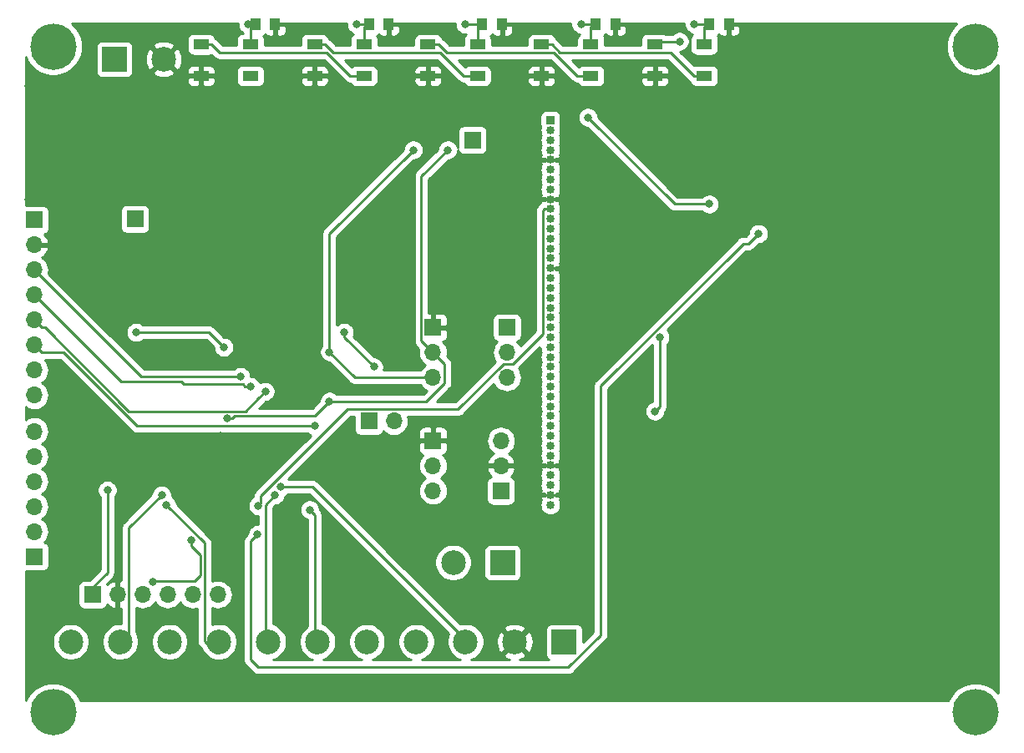
<source format=gbr>
G04 #@! TF.GenerationSoftware,KiCad,Pcbnew,5.1.2*
G04 #@! TF.CreationDate,2019-05-24T08:55:17-05:00*
G04 #@! TF.ProjectId,Cluster,436c7573-7465-4722-9e6b-696361645f70,rev?*
G04 #@! TF.SameCoordinates,Original*
G04 #@! TF.FileFunction,Copper,L2,Bot*
G04 #@! TF.FilePolarity,Positive*
%FSLAX46Y46*%
G04 Gerber Fmt 4.6, Leading zero omitted, Abs format (unit mm)*
G04 Created by KiCad (PCBNEW 5.1.2) date 2019-05-24 08:55:17*
%MOMM*%
%LPD*%
G04 APERTURE LIST*
%ADD10C,4.700000*%
%ADD11O,1.700000X1.700000*%
%ADD12R,1.700000X1.700000*%
%ADD13R,0.850000X0.850000*%
%ADD14O,0.850000X0.850000*%
%ADD15R,1.000000X1.250000*%
%ADD16R,1.600000X1.000000*%
%ADD17R,2.500000X2.500000*%
%ADD18C,2.500000*%
%ADD19C,0.800000*%
%ADD20C,0.250000*%
%ADD21C,0.254000*%
G04 APERTURE END LIST*
D10*
X147500000Y-138000000D03*
X241000000Y-138000000D03*
X241000000Y-70500000D03*
X147500000Y-70500000D03*
D11*
X186000000Y-115580000D03*
X186000000Y-113040000D03*
D12*
X186000000Y-110500000D03*
X186000000Y-99000000D03*
D11*
X186000000Y-101540000D03*
X186000000Y-104080000D03*
D13*
X197900000Y-78000000D03*
D14*
X197900000Y-79000000D03*
X197900000Y-80000000D03*
X197900000Y-81000000D03*
X197900000Y-82000000D03*
X197900000Y-83000000D03*
X197900000Y-84000000D03*
X197900000Y-85000000D03*
X197900000Y-86000000D03*
X197900000Y-87000000D03*
X197900000Y-88000000D03*
X197900000Y-89000000D03*
X197900000Y-90000000D03*
X197900000Y-91000000D03*
X197900000Y-92000000D03*
X197900000Y-93000000D03*
X197900000Y-94000000D03*
X197900000Y-95000000D03*
X197900000Y-96000000D03*
X197900000Y-97000000D03*
X197900000Y-98000000D03*
X197900000Y-99000000D03*
X197900000Y-100000000D03*
X197900000Y-101000000D03*
X197900000Y-102000000D03*
X197900000Y-103000000D03*
X197900000Y-104000000D03*
X197900000Y-105000000D03*
X197900000Y-106000000D03*
X197900000Y-107000000D03*
X197900000Y-108000000D03*
X197900000Y-109000000D03*
X197900000Y-110000000D03*
X197900000Y-111000000D03*
X197900000Y-112000000D03*
X197900000Y-113000000D03*
X197900000Y-114000000D03*
X197900000Y-115000000D03*
X197900000Y-116000000D03*
X197900000Y-117000000D03*
D12*
X192900000Y-115579999D03*
D11*
X192900000Y-113039999D03*
X192900000Y-110499999D03*
D12*
X155800000Y-88000000D03*
X179500000Y-108500000D03*
D11*
X182040000Y-108500000D03*
X193500000Y-104080000D03*
X193500000Y-101540000D03*
D12*
X193500000Y-99000000D03*
X190000000Y-80000000D03*
D15*
X216000000Y-68250000D03*
X214000000Y-68250000D03*
X202500000Y-68250000D03*
X204500000Y-68250000D03*
X193000000Y-68250000D03*
X191000000Y-68250000D03*
X179500000Y-68250000D03*
X181500000Y-68250000D03*
X170000000Y-68250000D03*
X168000000Y-68250000D03*
D16*
X213500000Y-70300000D03*
X213500000Y-73500000D03*
X208500000Y-70300000D03*
X208500000Y-73500000D03*
X197000000Y-73500000D03*
X197000000Y-70300000D03*
X202000000Y-73500000D03*
X202000000Y-70300000D03*
X190500000Y-70300000D03*
X190500000Y-73500000D03*
X185500000Y-70300000D03*
X185500000Y-73500000D03*
X174000000Y-73500000D03*
X174000000Y-70300000D03*
X179000000Y-73500000D03*
X179000000Y-70300000D03*
X167500000Y-70300000D03*
X167500000Y-73500000D03*
X162500000Y-70300000D03*
X162500000Y-73500000D03*
D17*
X193050000Y-122850000D03*
D18*
X188050000Y-122850000D03*
D12*
X145600000Y-88100000D03*
D11*
X145600000Y-90640000D03*
X145600000Y-93180000D03*
X145600000Y-95720000D03*
X145600000Y-98260000D03*
X145600000Y-100800000D03*
X145600000Y-103340000D03*
X145600000Y-105880000D03*
D17*
X199300000Y-130900000D03*
D18*
X194300000Y-130900000D03*
X189300000Y-130900000D03*
X184300000Y-130900000D03*
X179300000Y-130900000D03*
X174300000Y-130900000D03*
X169300000Y-130900000D03*
X164300000Y-130900000D03*
X159300000Y-130900000D03*
X154300000Y-130900000D03*
X149300000Y-130900000D03*
D11*
X145600000Y-109540000D03*
X145600000Y-112080000D03*
X145600000Y-114620000D03*
X145600000Y-117160000D03*
X145600000Y-119700000D03*
D12*
X145600000Y-122240000D03*
X151500000Y-126100000D03*
D11*
X154040000Y-126100000D03*
X156580000Y-126100000D03*
X159120000Y-126100000D03*
X161660000Y-126100000D03*
X164200000Y-126100000D03*
D17*
X153700000Y-71800000D03*
D18*
X158700000Y-71800000D03*
D19*
X150000000Y-110000000D03*
X151000000Y-117000000D03*
X145000000Y-74500000D03*
X145000000Y-86000000D03*
X152000000Y-95500000D03*
X167000000Y-96500000D03*
X162775000Y-117319051D03*
X171000000Y-122500000D03*
X182000000Y-105500000D03*
X175500000Y-104500000D03*
X169000000Y-113250000D03*
X159000000Y-114000000D03*
X212500000Y-81750000D03*
X205000000Y-85750000D03*
X183250000Y-70000000D03*
X172250000Y-70000000D03*
X194750000Y-70000000D03*
X206750000Y-69750000D03*
X164500000Y-110000000D03*
X177250000Y-128250000D03*
X171250000Y-128750000D03*
X195600000Y-89300000D03*
X180000000Y-103000000D03*
X177000000Y-99500000D03*
X209000000Y-100000000D03*
X208500000Y-107500000D03*
X167250000Y-68250000D03*
X178250000Y-68250000D03*
X189250000Y-68250000D03*
X201000000Y-68250000D03*
X212500000Y-68250000D03*
X153000000Y-115500000D03*
X161500000Y-120600001D03*
X157627846Y-124827846D03*
X170547063Y-115162906D03*
X173500000Y-117500000D03*
X170000000Y-116000000D03*
X158987347Y-116987347D03*
X158500000Y-116000000D03*
X175500000Y-106500000D03*
X187500000Y-81000000D03*
X175500000Y-101500000D03*
X184000000Y-81000000D03*
X166500000Y-104000000D03*
X167500000Y-105000000D03*
X169000000Y-105500000D03*
X174000000Y-109000000D03*
X201700000Y-77700000D03*
X214000000Y-86500000D03*
X165100000Y-108225000D03*
X168275000Y-117100000D03*
X168225000Y-120000000D03*
X211000000Y-70000000D03*
X219000000Y-89500000D03*
X155900000Y-99500000D03*
X164800000Y-101000000D03*
D20*
X180000000Y-103000000D02*
X177000000Y-100000000D01*
X177000000Y-100000000D02*
X177000000Y-99500000D01*
X209000000Y-100000000D02*
X209000000Y-107000000D01*
X209000000Y-107000000D02*
X208500000Y-107500000D01*
X153000000Y-117250000D02*
X153000000Y-115500000D01*
X153000000Y-123880000D02*
X151380000Y-125500000D01*
X153000000Y-117250000D02*
X153000000Y-123880000D01*
X167500000Y-68500000D02*
X168000000Y-68000000D01*
X167500000Y-70300000D02*
X167500000Y-68500000D01*
X179000000Y-68500000D02*
X179500000Y-68000000D01*
X179000000Y-70300000D02*
X179000000Y-68500000D01*
X190500000Y-68500000D02*
X191000000Y-68000000D01*
X190500000Y-70300000D02*
X190500000Y-68500000D01*
X202000000Y-68500000D02*
X202500000Y-68000000D01*
X202000000Y-70300000D02*
X202000000Y-68500000D01*
X213500000Y-68500000D02*
X214000000Y-68000000D01*
X213500000Y-70300000D02*
X213500000Y-68500000D01*
X168000000Y-68250000D02*
X167250000Y-68250000D01*
X178250000Y-68250000D02*
X179500000Y-68250000D01*
X189250000Y-68250000D02*
X191000000Y-68250000D01*
X201000000Y-68250000D02*
X202500000Y-68250000D01*
X212500000Y-68250000D02*
X214000000Y-68250000D01*
X161500000Y-121165686D02*
X162399991Y-122065677D01*
X161500000Y-120600001D02*
X161500000Y-121165686D01*
X162399991Y-122065677D02*
X162399991Y-124100009D01*
X162399991Y-124100009D02*
X161800000Y-124700000D01*
X161800000Y-124700000D02*
X157900000Y-124700000D01*
X157900000Y-124700000D02*
X157755692Y-124700000D01*
X157755692Y-124700000D02*
X157627846Y-124827846D01*
X173789251Y-115162906D02*
X170547063Y-115162906D01*
X189000000Y-132000000D02*
X189000000Y-130373655D01*
X189000000Y-130373655D02*
X173789251Y-115162906D01*
X174000000Y-132000000D02*
X174000000Y-118000000D01*
X174000000Y-118000000D02*
X173500000Y-117500000D01*
X169000000Y-132000000D02*
X169000000Y-117000000D01*
X169000000Y-117000000D02*
X170000000Y-116000000D01*
X162850001Y-120850001D02*
X158987347Y-116987347D01*
X164000000Y-132000000D02*
X162850001Y-130850001D01*
X162850001Y-130850001D02*
X162850001Y-120850001D01*
X155149999Y-119350001D02*
X158500000Y-116000000D01*
X154000000Y-132000000D02*
X155149999Y-130850001D01*
X155149999Y-130850001D02*
X155149999Y-119350001D01*
X187175001Y-102715001D02*
X187175001Y-104644001D01*
X186000000Y-101540000D02*
X187175001Y-102715001D01*
X187175001Y-104644001D02*
X185319002Y-106500000D01*
X185319002Y-106500000D02*
X175500000Y-106500000D01*
X185150001Y-100690001D02*
X186000000Y-101540000D01*
X184824999Y-100364999D02*
X185150001Y-100690001D01*
X184824999Y-83675001D02*
X184824999Y-100364999D01*
X187500000Y-81000000D02*
X184824999Y-83675001D01*
X186000000Y-104080000D02*
X178080000Y-104080000D01*
X178080000Y-104080000D02*
X175500000Y-101500000D01*
X175500000Y-89500000D02*
X175500000Y-101500000D01*
X184000000Y-81000000D02*
X175500000Y-89500000D01*
X156420000Y-104000000D02*
X145500000Y-93080000D01*
X166500000Y-104000000D02*
X156420000Y-104000000D01*
X167225001Y-104725001D02*
X167500000Y-105000000D01*
X145500000Y-95620000D02*
X154380000Y-104500000D01*
X166934315Y-105000000D02*
X167500000Y-105000000D01*
X166709314Y-104774999D02*
X166934315Y-105000000D01*
X160774999Y-104774999D02*
X166709314Y-104774999D01*
X160500000Y-104500000D02*
X160774999Y-104774999D01*
X154380000Y-104500000D02*
X160500000Y-104500000D01*
X167000000Y-107500000D02*
X168274999Y-106225001D01*
X155136410Y-107500000D02*
X167000000Y-107500000D01*
X146646409Y-99009999D02*
X155136410Y-107500000D01*
X168274999Y-106225001D02*
X169000000Y-105500000D01*
X145500000Y-98160000D02*
X146349999Y-99009999D01*
X146349999Y-99009999D02*
X146646409Y-99009999D01*
X146349999Y-101549999D02*
X148549999Y-101549999D01*
X145500000Y-100700000D02*
X146349999Y-101549999D01*
X148549999Y-101549999D02*
X156000000Y-109000000D01*
X156000000Y-109000000D02*
X174000000Y-109000000D01*
X210500000Y-86500000D02*
X214000000Y-86500000D01*
X174049990Y-107950010D02*
X175100001Y-106899999D01*
X165940675Y-107950010D02*
X174049990Y-107950010D01*
X175100001Y-106899999D02*
X175500000Y-106500000D01*
X165665685Y-108225000D02*
X165940675Y-107950010D01*
X165100000Y-108225000D02*
X165665685Y-108225000D01*
X197298960Y-87000000D02*
X197900000Y-87000000D01*
X197149999Y-87148961D02*
X197298960Y-87000000D01*
X194064001Y-102715001D02*
X197149999Y-99629003D01*
X193125997Y-102715001D02*
X194064001Y-102715001D01*
X188540998Y-107300000D02*
X193125997Y-102715001D01*
X177336967Y-107300000D02*
X188540998Y-107300000D01*
X168549990Y-116825010D02*
X168549990Y-116086977D01*
X197149999Y-99629003D02*
X197149999Y-87148961D01*
X168549990Y-116086977D02*
X177336967Y-107300000D01*
X168275000Y-117100000D02*
X168549990Y-116825010D01*
X201700000Y-77700000D02*
X210500000Y-86500000D01*
X198050000Y-70300000D02*
X197000000Y-70300000D01*
X198875001Y-71125001D02*
X198050000Y-70300000D01*
X210075001Y-71125001D02*
X198875001Y-71125001D01*
X212450000Y-73500000D02*
X210075001Y-71125001D01*
X213500000Y-73500000D02*
X212450000Y-73500000D01*
X211000000Y-70000000D02*
X208800000Y-70000000D01*
X208800000Y-70000000D02*
X208500000Y-70300000D01*
X202974990Y-104952008D02*
X217426998Y-90500000D01*
X167524999Y-120700001D02*
X167524999Y-132708001D01*
X167524999Y-132708001D02*
X168291999Y-133475001D01*
X168291999Y-133475001D02*
X199708001Y-133475001D01*
X168225000Y-120000000D02*
X167524999Y-120700001D01*
X199708001Y-133475001D02*
X202974990Y-130208012D01*
X202974990Y-130208012D02*
X202974990Y-104952008D01*
X217426998Y-90500000D02*
X218000000Y-90500000D01*
X218000000Y-90500000D02*
X219000000Y-89500000D01*
X186550000Y-70300000D02*
X185500000Y-70300000D01*
X187375001Y-71125001D02*
X186550000Y-70300000D01*
X198238591Y-71125001D02*
X187375001Y-71125001D01*
X200613590Y-73500000D02*
X198238591Y-71125001D01*
X202000000Y-73500000D02*
X200613590Y-73500000D01*
X175875001Y-71125001D02*
X175050000Y-70300000D01*
X186738591Y-71125001D02*
X175875001Y-71125001D01*
X175050000Y-70300000D02*
X174000000Y-70300000D01*
X189113590Y-73500000D02*
X186738591Y-71125001D01*
X190500000Y-73500000D02*
X189113590Y-73500000D01*
X175238591Y-71125001D02*
X164375001Y-71125001D01*
X177613590Y-73500000D02*
X175238591Y-71125001D01*
X163550000Y-70300000D02*
X162500000Y-70300000D01*
X164375001Y-71125001D02*
X163550000Y-70300000D01*
X179000000Y-73500000D02*
X177613590Y-73500000D01*
X155900000Y-99500000D02*
X163300000Y-99500000D01*
X163300000Y-99500000D02*
X164800000Y-101000000D01*
D21*
G36*
X166215000Y-68351939D02*
G01*
X166254774Y-68551898D01*
X166332795Y-68740256D01*
X166446063Y-68909774D01*
X166590226Y-69053937D01*
X166740001Y-69154013D01*
X166740001Y-69161928D01*
X166700000Y-69161928D01*
X166575518Y-69174188D01*
X166455820Y-69210498D01*
X166345506Y-69269463D01*
X166248815Y-69348815D01*
X166169463Y-69445506D01*
X166110498Y-69555820D01*
X166074188Y-69675518D01*
X166061928Y-69800000D01*
X166061928Y-70365001D01*
X164689803Y-70365001D01*
X164113803Y-69789002D01*
X164090001Y-69759999D01*
X163974276Y-69665026D01*
X163912634Y-69632077D01*
X163889502Y-69555820D01*
X163830537Y-69445506D01*
X163751185Y-69348815D01*
X163654494Y-69269463D01*
X163544180Y-69210498D01*
X163424482Y-69174188D01*
X163300000Y-69161928D01*
X161700000Y-69161928D01*
X161575518Y-69174188D01*
X161455820Y-69210498D01*
X161345506Y-69269463D01*
X161248815Y-69348815D01*
X161169463Y-69445506D01*
X161110498Y-69555820D01*
X161074188Y-69675518D01*
X161061928Y-69800000D01*
X161061928Y-70800000D01*
X161074188Y-70924482D01*
X161110498Y-71044180D01*
X161169463Y-71154494D01*
X161248815Y-71251185D01*
X161345506Y-71330537D01*
X161455820Y-71389502D01*
X161575518Y-71425812D01*
X161700000Y-71438072D01*
X163300000Y-71438072D01*
X163424482Y-71425812D01*
X163544180Y-71389502D01*
X163557552Y-71382354D01*
X163811202Y-71636003D01*
X163835000Y-71665002D01*
X163863998Y-71688800D01*
X163950725Y-71759975D01*
X164082754Y-71830547D01*
X164226015Y-71874004D01*
X164375001Y-71888678D01*
X164412334Y-71885001D01*
X174923790Y-71885001D01*
X177049791Y-74011003D01*
X177073589Y-74040001D01*
X177189314Y-74134974D01*
X177321343Y-74205546D01*
X177464604Y-74249003D01*
X177576257Y-74260000D01*
X177576265Y-74260000D01*
X177613590Y-74263676D01*
X177620552Y-74262990D01*
X177669463Y-74354494D01*
X177748815Y-74451185D01*
X177845506Y-74530537D01*
X177955820Y-74589502D01*
X178075518Y-74625812D01*
X178200000Y-74638072D01*
X179800000Y-74638072D01*
X179924482Y-74625812D01*
X180044180Y-74589502D01*
X180154494Y-74530537D01*
X180251185Y-74451185D01*
X180330537Y-74354494D01*
X180389502Y-74244180D01*
X180425812Y-74124482D01*
X180438072Y-74000000D01*
X184061928Y-74000000D01*
X184074188Y-74124482D01*
X184110498Y-74244180D01*
X184169463Y-74354494D01*
X184248815Y-74451185D01*
X184345506Y-74530537D01*
X184455820Y-74589502D01*
X184575518Y-74625812D01*
X184700000Y-74638072D01*
X185214250Y-74635000D01*
X185373000Y-74476250D01*
X185373000Y-73627000D01*
X185627000Y-73627000D01*
X185627000Y-74476250D01*
X185785750Y-74635000D01*
X186300000Y-74638072D01*
X186424482Y-74625812D01*
X186544180Y-74589502D01*
X186654494Y-74530537D01*
X186751185Y-74451185D01*
X186830537Y-74354494D01*
X186889502Y-74244180D01*
X186925812Y-74124482D01*
X186938072Y-74000000D01*
X186935000Y-73785750D01*
X186776250Y-73627000D01*
X185627000Y-73627000D01*
X185373000Y-73627000D01*
X184223750Y-73627000D01*
X184065000Y-73785750D01*
X184061928Y-74000000D01*
X180438072Y-74000000D01*
X180438072Y-73000000D01*
X184061928Y-73000000D01*
X184065000Y-73214250D01*
X184223750Y-73373000D01*
X185373000Y-73373000D01*
X185373000Y-72523750D01*
X185627000Y-72523750D01*
X185627000Y-73373000D01*
X186776250Y-73373000D01*
X186935000Y-73214250D01*
X186938072Y-73000000D01*
X186925812Y-72875518D01*
X186889502Y-72755820D01*
X186830537Y-72645506D01*
X186751185Y-72548815D01*
X186654494Y-72469463D01*
X186544180Y-72410498D01*
X186424482Y-72374188D01*
X186300000Y-72361928D01*
X185785750Y-72365000D01*
X185627000Y-72523750D01*
X185373000Y-72523750D01*
X185214250Y-72365000D01*
X184700000Y-72361928D01*
X184575518Y-72374188D01*
X184455820Y-72410498D01*
X184345506Y-72469463D01*
X184248815Y-72548815D01*
X184169463Y-72645506D01*
X184110498Y-72755820D01*
X184074188Y-72875518D01*
X184061928Y-73000000D01*
X180438072Y-73000000D01*
X180425812Y-72875518D01*
X180389502Y-72755820D01*
X180330537Y-72645506D01*
X180251185Y-72548815D01*
X180154494Y-72469463D01*
X180044180Y-72410498D01*
X179924482Y-72374188D01*
X179800000Y-72361928D01*
X178200000Y-72361928D01*
X178075518Y-72374188D01*
X177955820Y-72410498D01*
X177845506Y-72469463D01*
X177748815Y-72548815D01*
X177743583Y-72555191D01*
X177073393Y-71885001D01*
X186423790Y-71885001D01*
X188549791Y-74011003D01*
X188573589Y-74040001D01*
X188689314Y-74134974D01*
X188821343Y-74205546D01*
X188964604Y-74249003D01*
X189076257Y-74260000D01*
X189076265Y-74260000D01*
X189113590Y-74263676D01*
X189120552Y-74262990D01*
X189169463Y-74354494D01*
X189248815Y-74451185D01*
X189345506Y-74530537D01*
X189455820Y-74589502D01*
X189575518Y-74625812D01*
X189700000Y-74638072D01*
X191300000Y-74638072D01*
X191424482Y-74625812D01*
X191544180Y-74589502D01*
X191654494Y-74530537D01*
X191751185Y-74451185D01*
X191830537Y-74354494D01*
X191889502Y-74244180D01*
X191925812Y-74124482D01*
X191938072Y-74000000D01*
X195561928Y-74000000D01*
X195574188Y-74124482D01*
X195610498Y-74244180D01*
X195669463Y-74354494D01*
X195748815Y-74451185D01*
X195845506Y-74530537D01*
X195955820Y-74589502D01*
X196075518Y-74625812D01*
X196200000Y-74638072D01*
X196714250Y-74635000D01*
X196873000Y-74476250D01*
X196873000Y-73627000D01*
X197127000Y-73627000D01*
X197127000Y-74476250D01*
X197285750Y-74635000D01*
X197800000Y-74638072D01*
X197924482Y-74625812D01*
X198044180Y-74589502D01*
X198154494Y-74530537D01*
X198251185Y-74451185D01*
X198330537Y-74354494D01*
X198389502Y-74244180D01*
X198425812Y-74124482D01*
X198438072Y-74000000D01*
X198435000Y-73785750D01*
X198276250Y-73627000D01*
X197127000Y-73627000D01*
X196873000Y-73627000D01*
X195723750Y-73627000D01*
X195565000Y-73785750D01*
X195561928Y-74000000D01*
X191938072Y-74000000D01*
X191938072Y-73000000D01*
X195561928Y-73000000D01*
X195565000Y-73214250D01*
X195723750Y-73373000D01*
X196873000Y-73373000D01*
X196873000Y-72523750D01*
X197127000Y-72523750D01*
X197127000Y-73373000D01*
X198276250Y-73373000D01*
X198435000Y-73214250D01*
X198438072Y-73000000D01*
X198425812Y-72875518D01*
X198389502Y-72755820D01*
X198330537Y-72645506D01*
X198251185Y-72548815D01*
X198154494Y-72469463D01*
X198044180Y-72410498D01*
X197924482Y-72374188D01*
X197800000Y-72361928D01*
X197285750Y-72365000D01*
X197127000Y-72523750D01*
X196873000Y-72523750D01*
X196714250Y-72365000D01*
X196200000Y-72361928D01*
X196075518Y-72374188D01*
X195955820Y-72410498D01*
X195845506Y-72469463D01*
X195748815Y-72548815D01*
X195669463Y-72645506D01*
X195610498Y-72755820D01*
X195574188Y-72875518D01*
X195561928Y-73000000D01*
X191938072Y-73000000D01*
X191925812Y-72875518D01*
X191889502Y-72755820D01*
X191830537Y-72645506D01*
X191751185Y-72548815D01*
X191654494Y-72469463D01*
X191544180Y-72410498D01*
X191424482Y-72374188D01*
X191300000Y-72361928D01*
X189700000Y-72361928D01*
X189575518Y-72374188D01*
X189455820Y-72410498D01*
X189345506Y-72469463D01*
X189248815Y-72548815D01*
X189243583Y-72555191D01*
X188573393Y-71885001D01*
X197923790Y-71885001D01*
X200049791Y-74011003D01*
X200073589Y-74040001D01*
X200189314Y-74134974D01*
X200321343Y-74205546D01*
X200464604Y-74249003D01*
X200576257Y-74260000D01*
X200576265Y-74260000D01*
X200613590Y-74263676D01*
X200620552Y-74262990D01*
X200669463Y-74354494D01*
X200748815Y-74451185D01*
X200845506Y-74530537D01*
X200955820Y-74589502D01*
X201075518Y-74625812D01*
X201200000Y-74638072D01*
X202800000Y-74638072D01*
X202924482Y-74625812D01*
X203044180Y-74589502D01*
X203154494Y-74530537D01*
X203251185Y-74451185D01*
X203330537Y-74354494D01*
X203389502Y-74244180D01*
X203425812Y-74124482D01*
X203438072Y-74000000D01*
X207061928Y-74000000D01*
X207074188Y-74124482D01*
X207110498Y-74244180D01*
X207169463Y-74354494D01*
X207248815Y-74451185D01*
X207345506Y-74530537D01*
X207455820Y-74589502D01*
X207575518Y-74625812D01*
X207700000Y-74638072D01*
X208214250Y-74635000D01*
X208373000Y-74476250D01*
X208373000Y-73627000D01*
X208627000Y-73627000D01*
X208627000Y-74476250D01*
X208785750Y-74635000D01*
X209300000Y-74638072D01*
X209424482Y-74625812D01*
X209544180Y-74589502D01*
X209654494Y-74530537D01*
X209751185Y-74451185D01*
X209830537Y-74354494D01*
X209889502Y-74244180D01*
X209925812Y-74124482D01*
X209938072Y-74000000D01*
X209935000Y-73785750D01*
X209776250Y-73627000D01*
X208627000Y-73627000D01*
X208373000Y-73627000D01*
X207223750Y-73627000D01*
X207065000Y-73785750D01*
X207061928Y-74000000D01*
X203438072Y-74000000D01*
X203438072Y-73000000D01*
X207061928Y-73000000D01*
X207065000Y-73214250D01*
X207223750Y-73373000D01*
X208373000Y-73373000D01*
X208373000Y-72523750D01*
X208627000Y-72523750D01*
X208627000Y-73373000D01*
X209776250Y-73373000D01*
X209935000Y-73214250D01*
X209938072Y-73000000D01*
X209925812Y-72875518D01*
X209889502Y-72755820D01*
X209830537Y-72645506D01*
X209751185Y-72548815D01*
X209654494Y-72469463D01*
X209544180Y-72410498D01*
X209424482Y-72374188D01*
X209300000Y-72361928D01*
X208785750Y-72365000D01*
X208627000Y-72523750D01*
X208373000Y-72523750D01*
X208214250Y-72365000D01*
X207700000Y-72361928D01*
X207575518Y-72374188D01*
X207455820Y-72410498D01*
X207345506Y-72469463D01*
X207248815Y-72548815D01*
X207169463Y-72645506D01*
X207110498Y-72755820D01*
X207074188Y-72875518D01*
X207061928Y-73000000D01*
X203438072Y-73000000D01*
X203425812Y-72875518D01*
X203389502Y-72755820D01*
X203330537Y-72645506D01*
X203251185Y-72548815D01*
X203154494Y-72469463D01*
X203044180Y-72410498D01*
X202924482Y-72374188D01*
X202800000Y-72361928D01*
X201200000Y-72361928D01*
X201075518Y-72374188D01*
X200955820Y-72410498D01*
X200845506Y-72469463D01*
X200748815Y-72548815D01*
X200743583Y-72555191D01*
X200073393Y-71885001D01*
X209760200Y-71885001D01*
X211886201Y-74011003D01*
X211909999Y-74040001D01*
X212025724Y-74134974D01*
X212087366Y-74167923D01*
X212110498Y-74244180D01*
X212169463Y-74354494D01*
X212248815Y-74451185D01*
X212345506Y-74530537D01*
X212455820Y-74589502D01*
X212575518Y-74625812D01*
X212700000Y-74638072D01*
X214300000Y-74638072D01*
X214424482Y-74625812D01*
X214544180Y-74589502D01*
X214654494Y-74530537D01*
X214751185Y-74451185D01*
X214830537Y-74354494D01*
X214889502Y-74244180D01*
X214925812Y-74124482D01*
X214938072Y-74000000D01*
X214938072Y-73000000D01*
X214925812Y-72875518D01*
X214889502Y-72755820D01*
X214830537Y-72645506D01*
X214751185Y-72548815D01*
X214654494Y-72469463D01*
X214544180Y-72410498D01*
X214424482Y-72374188D01*
X214300000Y-72361928D01*
X212700000Y-72361928D01*
X212575518Y-72374188D01*
X212455820Y-72410498D01*
X212442448Y-72417646D01*
X211059801Y-71035000D01*
X211101939Y-71035000D01*
X211301898Y-70995226D01*
X211490256Y-70917205D01*
X211659774Y-70803937D01*
X211803937Y-70659774D01*
X211917205Y-70490256D01*
X211995226Y-70301898D01*
X212035000Y-70101939D01*
X212035000Y-69898061D01*
X211995226Y-69698102D01*
X211917205Y-69509744D01*
X211803937Y-69340226D01*
X211659774Y-69196063D01*
X211490256Y-69082795D01*
X211301898Y-69004774D01*
X211101939Y-68965000D01*
X210898061Y-68965000D01*
X210698102Y-69004774D01*
X210509744Y-69082795D01*
X210340226Y-69196063D01*
X210296289Y-69240000D01*
X209599373Y-69240000D01*
X209544180Y-69210498D01*
X209424482Y-69174188D01*
X209300000Y-69161928D01*
X207700000Y-69161928D01*
X207575518Y-69174188D01*
X207455820Y-69210498D01*
X207345506Y-69269463D01*
X207248815Y-69348815D01*
X207169463Y-69445506D01*
X207110498Y-69555820D01*
X207074188Y-69675518D01*
X207061928Y-69800000D01*
X207061928Y-70365001D01*
X203438072Y-70365001D01*
X203438072Y-69800000D01*
X203425812Y-69675518D01*
X203389502Y-69555820D01*
X203330537Y-69445506D01*
X203315042Y-69426625D01*
X203354494Y-69405537D01*
X203451185Y-69326185D01*
X203500000Y-69266704D01*
X203548815Y-69326185D01*
X203645506Y-69405537D01*
X203755820Y-69464502D01*
X203875518Y-69500812D01*
X204000000Y-69513072D01*
X204214250Y-69510000D01*
X204373000Y-69351250D01*
X204373000Y-68377000D01*
X204627000Y-68377000D01*
X204627000Y-69351250D01*
X204785750Y-69510000D01*
X205000000Y-69513072D01*
X205124482Y-69500812D01*
X205244180Y-69464502D01*
X205354494Y-69405537D01*
X205451185Y-69326185D01*
X205530537Y-69229494D01*
X205589502Y-69119180D01*
X205625812Y-68999482D01*
X205638072Y-68875000D01*
X205635000Y-68535750D01*
X205476250Y-68377000D01*
X204627000Y-68377000D01*
X204373000Y-68377000D01*
X204353000Y-68377000D01*
X204353000Y-68210000D01*
X211465000Y-68210000D01*
X211465000Y-68351939D01*
X211504774Y-68551898D01*
X211582795Y-68740256D01*
X211696063Y-68909774D01*
X211840226Y-69053937D01*
X212009744Y-69167205D01*
X212198102Y-69245226D01*
X212340520Y-69273555D01*
X212248815Y-69348815D01*
X212169463Y-69445506D01*
X212110498Y-69555820D01*
X212074188Y-69675518D01*
X212061928Y-69800000D01*
X212061928Y-70800000D01*
X212074188Y-70924482D01*
X212110498Y-71044180D01*
X212169463Y-71154494D01*
X212248815Y-71251185D01*
X212345506Y-71330537D01*
X212455820Y-71389502D01*
X212575518Y-71425812D01*
X212700000Y-71438072D01*
X214300000Y-71438072D01*
X214424482Y-71425812D01*
X214544180Y-71389502D01*
X214654494Y-71330537D01*
X214751185Y-71251185D01*
X214830537Y-71154494D01*
X214889502Y-71044180D01*
X214925812Y-70924482D01*
X214938072Y-70800000D01*
X214938072Y-69800000D01*
X214925812Y-69675518D01*
X214889502Y-69555820D01*
X214830537Y-69445506D01*
X214815042Y-69426625D01*
X214854494Y-69405537D01*
X214951185Y-69326185D01*
X215000000Y-69266704D01*
X215048815Y-69326185D01*
X215145506Y-69405537D01*
X215255820Y-69464502D01*
X215375518Y-69500812D01*
X215500000Y-69513072D01*
X215714250Y-69510000D01*
X215873000Y-69351250D01*
X215873000Y-68377000D01*
X216127000Y-68377000D01*
X216127000Y-69351250D01*
X216285750Y-69510000D01*
X216500000Y-69513072D01*
X216624482Y-69500812D01*
X216744180Y-69464502D01*
X216854494Y-69405537D01*
X216951185Y-69326185D01*
X217030537Y-69229494D01*
X217089502Y-69119180D01*
X217125812Y-68999482D01*
X217138072Y-68875000D01*
X217135000Y-68535750D01*
X216976250Y-68377000D01*
X216127000Y-68377000D01*
X215873000Y-68377000D01*
X215853000Y-68377000D01*
X215853000Y-68210000D01*
X239068573Y-68210000D01*
X238681399Y-68597174D01*
X238354727Y-69086072D01*
X238129712Y-69629308D01*
X238015000Y-70206003D01*
X238015000Y-70793997D01*
X238129712Y-71370692D01*
X238354727Y-71913928D01*
X238681399Y-72402826D01*
X239097174Y-72818601D01*
X239586072Y-73145273D01*
X240129308Y-73370288D01*
X240706003Y-73485000D01*
X241293997Y-73485000D01*
X241870692Y-73370288D01*
X242413928Y-73145273D01*
X242902826Y-72818601D01*
X243290000Y-72431427D01*
X243290001Y-136068574D01*
X242902826Y-135681399D01*
X242413928Y-135354727D01*
X241870692Y-135129712D01*
X241293997Y-135015000D01*
X240706003Y-135015000D01*
X240129308Y-135129712D01*
X239586072Y-135354727D01*
X239097174Y-135681399D01*
X238681399Y-136097174D01*
X238354727Y-136586072D01*
X238235878Y-136873000D01*
X150264122Y-136873000D01*
X150145273Y-136586072D01*
X149818601Y-136097174D01*
X149402826Y-135681399D01*
X148913928Y-135354727D01*
X148370692Y-135129712D01*
X147793997Y-135015000D01*
X147206003Y-135015000D01*
X146629308Y-135129712D01*
X146086072Y-135354727D01*
X145597174Y-135681399D01*
X145181399Y-136097174D01*
X144854727Y-136586072D01*
X144735878Y-136873000D01*
X144710000Y-136873000D01*
X144710000Y-130714344D01*
X147415000Y-130714344D01*
X147415000Y-131085656D01*
X147487439Y-131449834D01*
X147629534Y-131792882D01*
X147835825Y-132101618D01*
X148098382Y-132364175D01*
X148407118Y-132570466D01*
X148750166Y-132712561D01*
X149114344Y-132785000D01*
X149485656Y-132785000D01*
X149849834Y-132712561D01*
X150192882Y-132570466D01*
X150501618Y-132364175D01*
X150764175Y-132101618D01*
X150970466Y-131792882D01*
X151112561Y-131449834D01*
X151185000Y-131085656D01*
X151185000Y-130714344D01*
X152415000Y-130714344D01*
X152415000Y-131085656D01*
X152487439Y-131449834D01*
X152629534Y-131792882D01*
X152835825Y-132101618D01*
X153098382Y-132364175D01*
X153407118Y-132570466D01*
X153620036Y-132658659D01*
X153707754Y-132705546D01*
X153851015Y-132749002D01*
X154000000Y-132763676D01*
X154004776Y-132763206D01*
X154114344Y-132785000D01*
X154485656Y-132785000D01*
X154849834Y-132712561D01*
X155192882Y-132570466D01*
X155501618Y-132364175D01*
X155764175Y-132101618D01*
X155970466Y-131792882D01*
X156112561Y-131449834D01*
X156185000Y-131085656D01*
X156185000Y-130714344D01*
X157415000Y-130714344D01*
X157415000Y-131085656D01*
X157487439Y-131449834D01*
X157629534Y-131792882D01*
X157835825Y-132101618D01*
X158098382Y-132364175D01*
X158407118Y-132570466D01*
X158750166Y-132712561D01*
X159114344Y-132785000D01*
X159485656Y-132785000D01*
X159849834Y-132712561D01*
X160192882Y-132570466D01*
X160501618Y-132364175D01*
X160764175Y-132101618D01*
X160970466Y-131792882D01*
X161112561Y-131449834D01*
X161185000Y-131085656D01*
X161185000Y-130714344D01*
X161112561Y-130350166D01*
X160970466Y-130007118D01*
X160764175Y-129698382D01*
X160501618Y-129435825D01*
X160192882Y-129229534D01*
X159849834Y-129087439D01*
X159485656Y-129015000D01*
X159114344Y-129015000D01*
X158750166Y-129087439D01*
X158407118Y-129229534D01*
X158098382Y-129435825D01*
X157835825Y-129698382D01*
X157629534Y-130007118D01*
X157487439Y-130350166D01*
X157415000Y-130714344D01*
X156185000Y-130714344D01*
X156112561Y-130350166D01*
X155970466Y-130007118D01*
X155909999Y-129916623D01*
X155909999Y-127425700D01*
X156008966Y-127478599D01*
X156288889Y-127563513D01*
X156507050Y-127585000D01*
X156652950Y-127585000D01*
X156871111Y-127563513D01*
X157151034Y-127478599D01*
X157409014Y-127340706D01*
X157635134Y-127155134D01*
X157820706Y-126929014D01*
X157850000Y-126874209D01*
X157879294Y-126929014D01*
X158064866Y-127155134D01*
X158290986Y-127340706D01*
X158548966Y-127478599D01*
X158828889Y-127563513D01*
X159047050Y-127585000D01*
X159192950Y-127585000D01*
X159411111Y-127563513D01*
X159691034Y-127478599D01*
X159949014Y-127340706D01*
X160175134Y-127155134D01*
X160360706Y-126929014D01*
X160390000Y-126874209D01*
X160419294Y-126929014D01*
X160604866Y-127155134D01*
X160830986Y-127340706D01*
X161088966Y-127478599D01*
X161368889Y-127563513D01*
X161587050Y-127585000D01*
X161732950Y-127585000D01*
X161951111Y-127563513D01*
X162090001Y-127521381D01*
X162090001Y-130812679D01*
X162086325Y-130850001D01*
X162090001Y-130887323D01*
X162090001Y-130887333D01*
X162100998Y-130998986D01*
X162127289Y-131085656D01*
X162144455Y-131142247D01*
X162215027Y-131274277D01*
X162253434Y-131321075D01*
X162310000Y-131390002D01*
X162339004Y-131413805D01*
X162566922Y-131641723D01*
X162629534Y-131792882D01*
X162835825Y-132101618D01*
X163098382Y-132364175D01*
X163407118Y-132570466D01*
X163620037Y-132658660D01*
X163707753Y-132705546D01*
X163851013Y-132749002D01*
X163999999Y-132763676D01*
X164004775Y-132763206D01*
X164114344Y-132785000D01*
X164485656Y-132785000D01*
X164849834Y-132712561D01*
X165192882Y-132570466D01*
X165501618Y-132364175D01*
X165764175Y-132101618D01*
X165970466Y-131792882D01*
X166112561Y-131449834D01*
X166185000Y-131085656D01*
X166185000Y-130714344D01*
X166112561Y-130350166D01*
X165970466Y-130007118D01*
X165764175Y-129698382D01*
X165501618Y-129435825D01*
X165192882Y-129229534D01*
X164849834Y-129087439D01*
X164485656Y-129015000D01*
X164114344Y-129015000D01*
X163750166Y-129087439D01*
X163610001Y-129145497D01*
X163610001Y-127468462D01*
X163628966Y-127478599D01*
X163908889Y-127563513D01*
X164127050Y-127585000D01*
X164272950Y-127585000D01*
X164491111Y-127563513D01*
X164771034Y-127478599D01*
X165029014Y-127340706D01*
X165255134Y-127155134D01*
X165440706Y-126929014D01*
X165578599Y-126671034D01*
X165663513Y-126391111D01*
X165692185Y-126100000D01*
X165663513Y-125808889D01*
X165578599Y-125528966D01*
X165440706Y-125270986D01*
X165255134Y-125044866D01*
X165029014Y-124859294D01*
X164771034Y-124721401D01*
X164491111Y-124636487D01*
X164272950Y-124615000D01*
X164127050Y-124615000D01*
X163908889Y-124636487D01*
X163628966Y-124721401D01*
X163610001Y-124731538D01*
X163610001Y-120887326D01*
X163613677Y-120850001D01*
X163610001Y-120812676D01*
X163610001Y-120812668D01*
X163599004Y-120701015D01*
X163555547Y-120557754D01*
X163484975Y-120425725D01*
X163390002Y-120310000D01*
X163361004Y-120286202D01*
X160022347Y-116947546D01*
X160022347Y-116885408D01*
X159982573Y-116685449D01*
X159904552Y-116497091D01*
X159791284Y-116327573D01*
X159647121Y-116183410D01*
X159533849Y-116107724D01*
X159535000Y-116101939D01*
X159535000Y-115898061D01*
X159495226Y-115698102D01*
X159417205Y-115509744D01*
X159303937Y-115340226D01*
X159159774Y-115196063D01*
X158990256Y-115082795D01*
X158801898Y-115004774D01*
X158601939Y-114965000D01*
X158398061Y-114965000D01*
X158198102Y-115004774D01*
X158009744Y-115082795D01*
X157840226Y-115196063D01*
X157696063Y-115340226D01*
X157582795Y-115509744D01*
X157504774Y-115698102D01*
X157465000Y-115898061D01*
X157465000Y-115960198D01*
X154638997Y-118786202D01*
X154609999Y-118810000D01*
X154586201Y-118838998D01*
X154586200Y-118838999D01*
X154515025Y-118925725D01*
X154444453Y-119057755D01*
X154400997Y-119201016D01*
X154386323Y-119350001D01*
X154390000Y-119387333D01*
X154390000Y-124662160D01*
X154167000Y-124779845D01*
X154167000Y-125973000D01*
X154187000Y-125973000D01*
X154187000Y-126227000D01*
X154167000Y-126227000D01*
X154167000Y-127420155D01*
X154389999Y-127537840D01*
X154389999Y-129015000D01*
X154114344Y-129015000D01*
X153750166Y-129087439D01*
X153407118Y-129229534D01*
X153098382Y-129435825D01*
X152835825Y-129698382D01*
X152629534Y-130007118D01*
X152487439Y-130350166D01*
X152415000Y-130714344D01*
X151185000Y-130714344D01*
X151112561Y-130350166D01*
X150970466Y-130007118D01*
X150764175Y-129698382D01*
X150501618Y-129435825D01*
X150192882Y-129229534D01*
X149849834Y-129087439D01*
X149485656Y-129015000D01*
X149114344Y-129015000D01*
X148750166Y-129087439D01*
X148407118Y-129229534D01*
X148098382Y-129435825D01*
X147835825Y-129698382D01*
X147629534Y-130007118D01*
X147487439Y-130350166D01*
X147415000Y-130714344D01*
X144710000Y-130714344D01*
X144710000Y-125250000D01*
X150011928Y-125250000D01*
X150011928Y-126950000D01*
X150024188Y-127074482D01*
X150060498Y-127194180D01*
X150119463Y-127304494D01*
X150198815Y-127401185D01*
X150295506Y-127480537D01*
X150405820Y-127539502D01*
X150525518Y-127575812D01*
X150650000Y-127588072D01*
X152350000Y-127588072D01*
X152474482Y-127575812D01*
X152594180Y-127539502D01*
X152704494Y-127480537D01*
X152801185Y-127401185D01*
X152880537Y-127304494D01*
X152939502Y-127194180D01*
X152963966Y-127113534D01*
X153039731Y-127197588D01*
X153273080Y-127371641D01*
X153535901Y-127496825D01*
X153683110Y-127541476D01*
X153913000Y-127420155D01*
X153913000Y-126227000D01*
X153893000Y-126227000D01*
X153893000Y-125973000D01*
X153913000Y-125973000D01*
X153913000Y-124779845D01*
X153683110Y-124658524D01*
X153535901Y-124703175D01*
X153273080Y-124828359D01*
X153039731Y-125002412D01*
X152963966Y-125086466D01*
X152941708Y-125013093D01*
X153511003Y-124443799D01*
X153540001Y-124420001D01*
X153624660Y-124316844D01*
X153634974Y-124304277D01*
X153705546Y-124172247D01*
X153727458Y-124100010D01*
X153749003Y-124028986D01*
X153760000Y-123917333D01*
X153760000Y-123917323D01*
X153763676Y-123880000D01*
X153760000Y-123842677D01*
X153760000Y-116203711D01*
X153803937Y-116159774D01*
X153917205Y-115990256D01*
X153995226Y-115801898D01*
X154035000Y-115601939D01*
X154035000Y-115398061D01*
X153995226Y-115198102D01*
X153917205Y-115009744D01*
X153803937Y-114840226D01*
X153659774Y-114696063D01*
X153490256Y-114582795D01*
X153301898Y-114504774D01*
X153101939Y-114465000D01*
X152898061Y-114465000D01*
X152698102Y-114504774D01*
X152509744Y-114582795D01*
X152340226Y-114696063D01*
X152196063Y-114840226D01*
X152082795Y-115009744D01*
X152004774Y-115198102D01*
X151965000Y-115398061D01*
X151965000Y-115601939D01*
X152004774Y-115801898D01*
X152082795Y-115990256D01*
X152196063Y-116159774D01*
X152240001Y-116203712D01*
X152240000Y-117212667D01*
X152240000Y-117212668D01*
X152240001Y-123565197D01*
X151193271Y-124611928D01*
X150650000Y-124611928D01*
X150525518Y-124624188D01*
X150405820Y-124660498D01*
X150295506Y-124719463D01*
X150198815Y-124798815D01*
X150119463Y-124895506D01*
X150060498Y-125005820D01*
X150024188Y-125125518D01*
X150011928Y-125250000D01*
X144710000Y-125250000D01*
X144710000Y-123724132D01*
X144750000Y-123728072D01*
X146450000Y-123728072D01*
X146574482Y-123715812D01*
X146694180Y-123679502D01*
X146804494Y-123620537D01*
X146901185Y-123541185D01*
X146980537Y-123444494D01*
X147039502Y-123334180D01*
X147075812Y-123214482D01*
X147088072Y-123090000D01*
X147088072Y-121390000D01*
X147075812Y-121265518D01*
X147039502Y-121145820D01*
X146980537Y-121035506D01*
X146901185Y-120938815D01*
X146804494Y-120859463D01*
X146694180Y-120800498D01*
X146625313Y-120779607D01*
X146655134Y-120755134D01*
X146840706Y-120529014D01*
X146978599Y-120271034D01*
X147063513Y-119991111D01*
X147092185Y-119700000D01*
X147063513Y-119408889D01*
X146978599Y-119128966D01*
X146840706Y-118870986D01*
X146655134Y-118644866D01*
X146429014Y-118459294D01*
X146374209Y-118430000D01*
X146429014Y-118400706D01*
X146655134Y-118215134D01*
X146840706Y-117989014D01*
X146978599Y-117731034D01*
X147063513Y-117451111D01*
X147092185Y-117160000D01*
X147063513Y-116868889D01*
X146978599Y-116588966D01*
X146840706Y-116330986D01*
X146655134Y-116104866D01*
X146429014Y-115919294D01*
X146374209Y-115890000D01*
X146429014Y-115860706D01*
X146655134Y-115675134D01*
X146840706Y-115449014D01*
X146978599Y-115191034D01*
X147063513Y-114911111D01*
X147092185Y-114620000D01*
X147063513Y-114328889D01*
X146978599Y-114048966D01*
X146840706Y-113790986D01*
X146655134Y-113564866D01*
X146429014Y-113379294D01*
X146374209Y-113350000D01*
X146429014Y-113320706D01*
X146655134Y-113135134D01*
X146840706Y-112909014D01*
X146978599Y-112651034D01*
X147063513Y-112371111D01*
X147092185Y-112080000D01*
X147063513Y-111788889D01*
X146978599Y-111508966D01*
X146840706Y-111250986D01*
X146655134Y-111024866D01*
X146429014Y-110839294D01*
X146374209Y-110810000D01*
X146429014Y-110780706D01*
X146655134Y-110595134D01*
X146840706Y-110369014D01*
X146978599Y-110111034D01*
X147063513Y-109831111D01*
X147092185Y-109540000D01*
X147063513Y-109248889D01*
X146978599Y-108968966D01*
X146840706Y-108710986D01*
X146655134Y-108484866D01*
X146429014Y-108299294D01*
X146171034Y-108161401D01*
X145891111Y-108076487D01*
X145672950Y-108055000D01*
X145527050Y-108055000D01*
X145308889Y-108076487D01*
X145028966Y-108161401D01*
X144770986Y-108299294D01*
X144710000Y-108349344D01*
X144710000Y-107070656D01*
X144770986Y-107120706D01*
X145028966Y-107258599D01*
X145308889Y-107343513D01*
X145527050Y-107365000D01*
X145672950Y-107365000D01*
X145891111Y-107343513D01*
X146171034Y-107258599D01*
X146429014Y-107120706D01*
X146655134Y-106935134D01*
X146840706Y-106709014D01*
X146978599Y-106451034D01*
X147063513Y-106171111D01*
X147092185Y-105880000D01*
X147063513Y-105588889D01*
X146978599Y-105308966D01*
X146840706Y-105050986D01*
X146655134Y-104824866D01*
X146429014Y-104639294D01*
X146374209Y-104610000D01*
X146429014Y-104580706D01*
X146655134Y-104395134D01*
X146840706Y-104169014D01*
X146978599Y-103911034D01*
X147063513Y-103631111D01*
X147092185Y-103340000D01*
X147063513Y-103048889D01*
X146978599Y-102768966D01*
X146840706Y-102510986D01*
X146675760Y-102309999D01*
X148235198Y-102309999D01*
X155436205Y-109511008D01*
X155459999Y-109540001D01*
X155488992Y-109563795D01*
X155488996Y-109563799D01*
X155526016Y-109594180D01*
X155575724Y-109634974D01*
X155707753Y-109705546D01*
X155851014Y-109749003D01*
X155962667Y-109760000D01*
X155962676Y-109760000D01*
X155999999Y-109763676D01*
X156037322Y-109760000D01*
X173296289Y-109760000D01*
X173340226Y-109803937D01*
X173509744Y-109917205D01*
X173605356Y-109956809D01*
X168038988Y-115523178D01*
X168009990Y-115546976D01*
X167986192Y-115575974D01*
X167986191Y-115575975D01*
X167915016Y-115662701D01*
X167844444Y-115794731D01*
X167835966Y-115822680D01*
X167800987Y-115937991D01*
X167789990Y-116049644D01*
X167789990Y-116049655D01*
X167786314Y-116086977D01*
X167789990Y-116124299D01*
X167789990Y-116180622D01*
X167784744Y-116182795D01*
X167615226Y-116296063D01*
X167471063Y-116440226D01*
X167357795Y-116609744D01*
X167279774Y-116798102D01*
X167240000Y-116998061D01*
X167240000Y-117201939D01*
X167279774Y-117401898D01*
X167357795Y-117590256D01*
X167471063Y-117759774D01*
X167615226Y-117903937D01*
X167784744Y-118017205D01*
X167973102Y-118095226D01*
X168173061Y-118135000D01*
X168240001Y-118135000D01*
X168240001Y-118965000D01*
X168123061Y-118965000D01*
X167923102Y-119004774D01*
X167734744Y-119082795D01*
X167565226Y-119196063D01*
X167421063Y-119340226D01*
X167307795Y-119509744D01*
X167229774Y-119698102D01*
X167190000Y-119898061D01*
X167190000Y-119960199D01*
X167014001Y-120136198D01*
X166984998Y-120160000D01*
X166939839Y-120215027D01*
X166890025Y-120275725D01*
X166871705Y-120310000D01*
X166819453Y-120407755D01*
X166775996Y-120551016D01*
X166764999Y-120662669D01*
X166764999Y-120662679D01*
X166761323Y-120700001D01*
X166764999Y-120737323D01*
X166765000Y-132670669D01*
X166761323Y-132708001D01*
X166775997Y-132856986D01*
X166819453Y-133000247D01*
X166890025Y-133132277D01*
X166931451Y-133182754D01*
X166984999Y-133248002D01*
X167013997Y-133271800D01*
X167728200Y-133986003D01*
X167751998Y-134015002D01*
X167867723Y-134109975D01*
X167999752Y-134180547D01*
X168143013Y-134224004D01*
X168254666Y-134235001D01*
X168254676Y-134235001D01*
X168291999Y-134238677D01*
X168329322Y-134235001D01*
X199670679Y-134235001D01*
X199708001Y-134238677D01*
X199745323Y-134235001D01*
X199745334Y-134235001D01*
X199856987Y-134224004D01*
X200000248Y-134180547D01*
X200132277Y-134109975D01*
X200248002Y-134015002D01*
X200271805Y-133985998D01*
X203485994Y-130771810D01*
X203514991Y-130748013D01*
X203542622Y-130714344D01*
X203609964Y-130632289D01*
X203680536Y-130500259D01*
X203718940Y-130373655D01*
X203723993Y-130356998D01*
X203734990Y-130245345D01*
X203734990Y-130245336D01*
X203738666Y-130208013D01*
X203734990Y-130170690D01*
X203734990Y-105266809D01*
X208240000Y-100761799D01*
X208240001Y-106496440D01*
X208198102Y-106504774D01*
X208009744Y-106582795D01*
X207840226Y-106696063D01*
X207696063Y-106840226D01*
X207582795Y-107009744D01*
X207504774Y-107198102D01*
X207465000Y-107398061D01*
X207465000Y-107601939D01*
X207504774Y-107801898D01*
X207582795Y-107990256D01*
X207696063Y-108159774D01*
X207840226Y-108303937D01*
X208009744Y-108417205D01*
X208198102Y-108495226D01*
X208398061Y-108535000D01*
X208601939Y-108535000D01*
X208801898Y-108495226D01*
X208990256Y-108417205D01*
X209159774Y-108303937D01*
X209303937Y-108159774D01*
X209417205Y-107990256D01*
X209495226Y-107801898D01*
X209535000Y-107601939D01*
X209535000Y-107544105D01*
X209540001Y-107540001D01*
X209634974Y-107424276D01*
X209705546Y-107292247D01*
X209749003Y-107148986D01*
X209760000Y-107037333D01*
X209760000Y-107037325D01*
X209763676Y-107000000D01*
X209760000Y-106962675D01*
X209760000Y-100703711D01*
X209803937Y-100659774D01*
X209917205Y-100490256D01*
X209995226Y-100301898D01*
X210035000Y-100101939D01*
X210035000Y-99898061D01*
X209995226Y-99698102D01*
X209917205Y-99509744D01*
X209803937Y-99340226D01*
X209732755Y-99269044D01*
X217741800Y-91260000D01*
X217962678Y-91260000D01*
X218000000Y-91263676D01*
X218037322Y-91260000D01*
X218037333Y-91260000D01*
X218148986Y-91249003D01*
X218292247Y-91205546D01*
X218424276Y-91134974D01*
X218540001Y-91040001D01*
X218563804Y-91010998D01*
X219039802Y-90535000D01*
X219101939Y-90535000D01*
X219301898Y-90495226D01*
X219490256Y-90417205D01*
X219659774Y-90303937D01*
X219803937Y-90159774D01*
X219917205Y-89990256D01*
X219995226Y-89801898D01*
X220035000Y-89601939D01*
X220035000Y-89398061D01*
X219995226Y-89198102D01*
X219917205Y-89009744D01*
X219803937Y-88840226D01*
X219659774Y-88696063D01*
X219490256Y-88582795D01*
X219301898Y-88504774D01*
X219101939Y-88465000D01*
X218898061Y-88465000D01*
X218698102Y-88504774D01*
X218509744Y-88582795D01*
X218340226Y-88696063D01*
X218196063Y-88840226D01*
X218082795Y-89009744D01*
X218004774Y-89198102D01*
X217965000Y-89398061D01*
X217965000Y-89460198D01*
X217685199Y-89740000D01*
X217464323Y-89740000D01*
X217426998Y-89736324D01*
X217389673Y-89740000D01*
X217389665Y-89740000D01*
X217278012Y-89750997D01*
X217134751Y-89794454D01*
X217002722Y-89865026D01*
X216886997Y-89959999D01*
X216863199Y-89988997D01*
X202463988Y-104388209D01*
X202434990Y-104412007D01*
X202411192Y-104441005D01*
X202411191Y-104441006D01*
X202340016Y-104527732D01*
X202269444Y-104659762D01*
X202225988Y-104803023D01*
X202211314Y-104952008D01*
X202214991Y-104989341D01*
X202214990Y-129893210D01*
X201188072Y-130920128D01*
X201188072Y-129650000D01*
X201175812Y-129525518D01*
X201139502Y-129405820D01*
X201080537Y-129295506D01*
X201001185Y-129198815D01*
X200904494Y-129119463D01*
X200794180Y-129060498D01*
X200674482Y-129024188D01*
X200550000Y-129011928D01*
X198050000Y-129011928D01*
X197925518Y-129024188D01*
X197805820Y-129060498D01*
X197695506Y-129119463D01*
X197598815Y-129198815D01*
X197519463Y-129295506D01*
X197460498Y-129405820D01*
X197424188Y-129525518D01*
X197411928Y-129650000D01*
X197411928Y-132150000D01*
X197424188Y-132274482D01*
X197460498Y-132394180D01*
X197519463Y-132504494D01*
X197598815Y-132601185D01*
X197695506Y-132680537D01*
X197759983Y-132715001D01*
X194816057Y-132715001D01*
X195073262Y-132629094D01*
X195308086Y-132503577D01*
X195434000Y-132213605D01*
X194300000Y-131079605D01*
X193166000Y-132213605D01*
X193291914Y-132503577D01*
X193624126Y-132669433D01*
X193790919Y-132715001D01*
X189837567Y-132715001D01*
X189849834Y-132712561D01*
X190192882Y-132570466D01*
X190501618Y-132364175D01*
X190764175Y-132101618D01*
X190970466Y-131792882D01*
X191112561Y-131449834D01*
X191185000Y-131085656D01*
X191185000Y-130952706D01*
X192406611Y-130952706D01*
X192453275Y-131321075D01*
X192570906Y-131673262D01*
X192696423Y-131908086D01*
X192986395Y-132034000D01*
X194120395Y-130900000D01*
X194479605Y-130900000D01*
X195613605Y-132034000D01*
X195903577Y-131908086D01*
X196069433Y-131575874D01*
X196167290Y-131217688D01*
X196193389Y-130847294D01*
X196146725Y-130478925D01*
X196029094Y-130126738D01*
X195903577Y-129891914D01*
X195613605Y-129766000D01*
X194479605Y-130900000D01*
X194120395Y-130900000D01*
X192986395Y-129766000D01*
X192696423Y-129891914D01*
X192530567Y-130224126D01*
X192432710Y-130582312D01*
X192406611Y-130952706D01*
X191185000Y-130952706D01*
X191185000Y-130714344D01*
X191112561Y-130350166D01*
X190970466Y-130007118D01*
X190764175Y-129698382D01*
X190652188Y-129586395D01*
X193166000Y-129586395D01*
X194300000Y-130720395D01*
X195434000Y-129586395D01*
X195308086Y-129296423D01*
X194975874Y-129130567D01*
X194617688Y-129032710D01*
X194247294Y-129006611D01*
X193878925Y-129053275D01*
X193526738Y-129170906D01*
X193291914Y-129296423D01*
X193166000Y-129586395D01*
X190652188Y-129586395D01*
X190501618Y-129435825D01*
X190192882Y-129229534D01*
X189849834Y-129087439D01*
X189485656Y-129015000D01*
X189114344Y-129015000D01*
X188782212Y-129081065D01*
X182365491Y-122664344D01*
X186165000Y-122664344D01*
X186165000Y-123035656D01*
X186237439Y-123399834D01*
X186379534Y-123742882D01*
X186585825Y-124051618D01*
X186848382Y-124314175D01*
X187157118Y-124520466D01*
X187500166Y-124662561D01*
X187864344Y-124735000D01*
X188235656Y-124735000D01*
X188599834Y-124662561D01*
X188942882Y-124520466D01*
X189251618Y-124314175D01*
X189514175Y-124051618D01*
X189720466Y-123742882D01*
X189862561Y-123399834D01*
X189935000Y-123035656D01*
X189935000Y-122664344D01*
X189862561Y-122300166D01*
X189720466Y-121957118D01*
X189514175Y-121648382D01*
X189465793Y-121600000D01*
X191161928Y-121600000D01*
X191161928Y-124100000D01*
X191174188Y-124224482D01*
X191210498Y-124344180D01*
X191269463Y-124454494D01*
X191348815Y-124551185D01*
X191445506Y-124630537D01*
X191555820Y-124689502D01*
X191675518Y-124725812D01*
X191800000Y-124738072D01*
X194300000Y-124738072D01*
X194424482Y-124725812D01*
X194544180Y-124689502D01*
X194654494Y-124630537D01*
X194751185Y-124551185D01*
X194830537Y-124454494D01*
X194889502Y-124344180D01*
X194925812Y-124224482D01*
X194938072Y-124100000D01*
X194938072Y-121600000D01*
X194925812Y-121475518D01*
X194889502Y-121355820D01*
X194830537Y-121245506D01*
X194751185Y-121148815D01*
X194654494Y-121069463D01*
X194544180Y-121010498D01*
X194424482Y-120974188D01*
X194300000Y-120961928D01*
X191800000Y-120961928D01*
X191675518Y-120974188D01*
X191555820Y-121010498D01*
X191445506Y-121069463D01*
X191348815Y-121148815D01*
X191269463Y-121245506D01*
X191210498Y-121355820D01*
X191174188Y-121475518D01*
X191161928Y-121600000D01*
X189465793Y-121600000D01*
X189251618Y-121385825D01*
X188942882Y-121179534D01*
X188599834Y-121037439D01*
X188235656Y-120965000D01*
X187864344Y-120965000D01*
X187500166Y-121037439D01*
X187157118Y-121179534D01*
X186848382Y-121385825D01*
X186585825Y-121648382D01*
X186379534Y-121957118D01*
X186237439Y-122300166D01*
X186165000Y-122664344D01*
X182365491Y-122664344D01*
X174353055Y-114651909D01*
X174329252Y-114622905D01*
X174213527Y-114527932D01*
X174081498Y-114457360D01*
X173938237Y-114413903D01*
X173826584Y-114402906D01*
X173826573Y-114402906D01*
X173789251Y-114399230D01*
X173751929Y-114402906D01*
X171308862Y-114402906D01*
X172671768Y-113040000D01*
X184507815Y-113040000D01*
X184536487Y-113331111D01*
X184621401Y-113611034D01*
X184759294Y-113869014D01*
X184944866Y-114095134D01*
X185170986Y-114280706D01*
X185225791Y-114310000D01*
X185170986Y-114339294D01*
X184944866Y-114524866D01*
X184759294Y-114750986D01*
X184621401Y-115008966D01*
X184536487Y-115288889D01*
X184507815Y-115580000D01*
X184536487Y-115871111D01*
X184621401Y-116151034D01*
X184759294Y-116409014D01*
X184944866Y-116635134D01*
X185170986Y-116820706D01*
X185428966Y-116958599D01*
X185708889Y-117043513D01*
X185927050Y-117065000D01*
X186072950Y-117065000D01*
X186291111Y-117043513D01*
X186571034Y-116958599D01*
X186829014Y-116820706D01*
X187055134Y-116635134D01*
X187240706Y-116409014D01*
X187378599Y-116151034D01*
X187463513Y-115871111D01*
X187492185Y-115580000D01*
X187463513Y-115288889D01*
X187378599Y-115008966D01*
X187240706Y-114750986D01*
X187223483Y-114729999D01*
X191411928Y-114729999D01*
X191411928Y-116429999D01*
X191424188Y-116554481D01*
X191460498Y-116674179D01*
X191519463Y-116784493D01*
X191598815Y-116881184D01*
X191695506Y-116960536D01*
X191805820Y-117019501D01*
X191925518Y-117055811D01*
X192050000Y-117068071D01*
X193750000Y-117068071D01*
X193874482Y-117055811D01*
X193994180Y-117019501D01*
X194104494Y-116960536D01*
X194201185Y-116881184D01*
X194280537Y-116784493D01*
X194339502Y-116674179D01*
X194375812Y-116554481D01*
X194388072Y-116429999D01*
X194388072Y-114729999D01*
X194375812Y-114605517D01*
X194339502Y-114485819D01*
X194280537Y-114375505D01*
X194201185Y-114278814D01*
X194104494Y-114199462D01*
X193994180Y-114140497D01*
X193913534Y-114116033D01*
X193997588Y-114040268D01*
X194171641Y-113806919D01*
X194296825Y-113544098D01*
X194341476Y-113396889D01*
X194220155Y-113166999D01*
X193027000Y-113166999D01*
X193027000Y-113186999D01*
X192773000Y-113186999D01*
X192773000Y-113166999D01*
X191579845Y-113166999D01*
X191458524Y-113396889D01*
X191503175Y-113544098D01*
X191628359Y-113806919D01*
X191802412Y-114040268D01*
X191886466Y-114116033D01*
X191805820Y-114140497D01*
X191695506Y-114199462D01*
X191598815Y-114278814D01*
X191519463Y-114375505D01*
X191460498Y-114485819D01*
X191424188Y-114605517D01*
X191411928Y-114729999D01*
X187223483Y-114729999D01*
X187055134Y-114524866D01*
X186829014Y-114339294D01*
X186774209Y-114310000D01*
X186829014Y-114280706D01*
X187055134Y-114095134D01*
X187240706Y-113869014D01*
X187378599Y-113611034D01*
X187463513Y-113331111D01*
X187492185Y-113040000D01*
X187463513Y-112748889D01*
X187378599Y-112468966D01*
X187240706Y-112210986D01*
X187055134Y-111984866D01*
X187025313Y-111960393D01*
X187094180Y-111939502D01*
X187204494Y-111880537D01*
X187301185Y-111801185D01*
X187380537Y-111704494D01*
X187439502Y-111594180D01*
X187475812Y-111474482D01*
X187488072Y-111350000D01*
X187485000Y-110785750D01*
X187326250Y-110627000D01*
X186127000Y-110627000D01*
X186127000Y-110647000D01*
X185873000Y-110647000D01*
X185873000Y-110627000D01*
X184673750Y-110627000D01*
X184515000Y-110785750D01*
X184511928Y-111350000D01*
X184524188Y-111474482D01*
X184560498Y-111594180D01*
X184619463Y-111704494D01*
X184698815Y-111801185D01*
X184795506Y-111880537D01*
X184905820Y-111939502D01*
X184974687Y-111960393D01*
X184944866Y-111984866D01*
X184759294Y-112210986D01*
X184621401Y-112468966D01*
X184536487Y-112748889D01*
X184507815Y-113040000D01*
X172671768Y-113040000D01*
X175211769Y-110499999D01*
X191407815Y-110499999D01*
X191436487Y-110791110D01*
X191521401Y-111071033D01*
X191659294Y-111329013D01*
X191844866Y-111555133D01*
X192070986Y-111740705D01*
X192135523Y-111775200D01*
X192018645Y-111844821D01*
X191802412Y-112039730D01*
X191628359Y-112273079D01*
X191503175Y-112535900D01*
X191458524Y-112683109D01*
X191579845Y-112912999D01*
X192773000Y-112912999D01*
X192773000Y-112892999D01*
X193027000Y-112892999D01*
X193027000Y-112912999D01*
X194220155Y-112912999D01*
X194341476Y-112683109D01*
X194296825Y-112535900D01*
X194171641Y-112273079D01*
X193997588Y-112039730D01*
X193781355Y-111844821D01*
X193664477Y-111775200D01*
X193729014Y-111740705D01*
X193955134Y-111555133D01*
X194140706Y-111329013D01*
X194278599Y-111071033D01*
X194363513Y-110791110D01*
X194392185Y-110499999D01*
X194363513Y-110208888D01*
X194278599Y-109928965D01*
X194140706Y-109670985D01*
X193955134Y-109444865D01*
X193729014Y-109259293D01*
X193471034Y-109121400D01*
X193191111Y-109036486D01*
X192972950Y-109014999D01*
X192827050Y-109014999D01*
X192608889Y-109036486D01*
X192328966Y-109121400D01*
X192070986Y-109259293D01*
X191844866Y-109444865D01*
X191659294Y-109670985D01*
X191521401Y-109928965D01*
X191436487Y-110208888D01*
X191407815Y-110499999D01*
X175211769Y-110499999D01*
X177651769Y-108060000D01*
X178011928Y-108060000D01*
X178011928Y-109350000D01*
X178024188Y-109474482D01*
X178060498Y-109594180D01*
X178119463Y-109704494D01*
X178198815Y-109801185D01*
X178295506Y-109880537D01*
X178405820Y-109939502D01*
X178525518Y-109975812D01*
X178650000Y-109988072D01*
X180350000Y-109988072D01*
X180474482Y-109975812D01*
X180594180Y-109939502D01*
X180704494Y-109880537D01*
X180801185Y-109801185D01*
X180880537Y-109704494D01*
X180939502Y-109594180D01*
X180960393Y-109525313D01*
X180984866Y-109555134D01*
X181210986Y-109740706D01*
X181468966Y-109878599D01*
X181748889Y-109963513D01*
X181967050Y-109985000D01*
X182112950Y-109985000D01*
X182331111Y-109963513D01*
X182611034Y-109878599D01*
X182869014Y-109740706D01*
X182979539Y-109650000D01*
X184511928Y-109650000D01*
X184515000Y-110214250D01*
X184673750Y-110373000D01*
X185873000Y-110373000D01*
X185873000Y-109173750D01*
X186127000Y-109173750D01*
X186127000Y-110373000D01*
X187326250Y-110373000D01*
X187485000Y-110214250D01*
X187488072Y-109650000D01*
X187475812Y-109525518D01*
X187439502Y-109405820D01*
X187380537Y-109295506D01*
X187301185Y-109198815D01*
X187204494Y-109119463D01*
X187094180Y-109060498D01*
X186974482Y-109024188D01*
X186850000Y-109011928D01*
X186285750Y-109015000D01*
X186127000Y-109173750D01*
X185873000Y-109173750D01*
X185714250Y-109015000D01*
X185150000Y-109011928D01*
X185025518Y-109024188D01*
X184905820Y-109060498D01*
X184795506Y-109119463D01*
X184698815Y-109198815D01*
X184619463Y-109295506D01*
X184560498Y-109405820D01*
X184524188Y-109525518D01*
X184511928Y-109650000D01*
X182979539Y-109650000D01*
X183095134Y-109555134D01*
X183280706Y-109329014D01*
X183418599Y-109071034D01*
X183503513Y-108791111D01*
X183532185Y-108500000D01*
X183503513Y-108208889D01*
X183458348Y-108060000D01*
X188503676Y-108060000D01*
X188540998Y-108063676D01*
X188578320Y-108060000D01*
X188578331Y-108060000D01*
X188689984Y-108049003D01*
X188833245Y-108005546D01*
X188965274Y-107934974D01*
X189080999Y-107840001D01*
X189104802Y-107810997D01*
X192171339Y-104744461D01*
X192259294Y-104909014D01*
X192444866Y-105135134D01*
X192670986Y-105320706D01*
X192928966Y-105458599D01*
X193208889Y-105543513D01*
X193427050Y-105565000D01*
X193572950Y-105565000D01*
X193791111Y-105543513D01*
X194071034Y-105458599D01*
X194329014Y-105320706D01*
X194555134Y-105135134D01*
X194740706Y-104909014D01*
X194878599Y-104651034D01*
X194963513Y-104371111D01*
X194992185Y-104080000D01*
X194963513Y-103788889D01*
X194878599Y-103508966D01*
X194740706Y-103250986D01*
X194678552Y-103175251D01*
X196836569Y-101017234D01*
X196855338Y-101207796D01*
X196915950Y-101407607D01*
X196965335Y-101500000D01*
X196915950Y-101592393D01*
X196855338Y-101792204D01*
X196834872Y-102000000D01*
X196855338Y-102207796D01*
X196915950Y-102407607D01*
X196965335Y-102500000D01*
X196915950Y-102592393D01*
X196855338Y-102792204D01*
X196834872Y-103000000D01*
X196855338Y-103207796D01*
X196915950Y-103407607D01*
X196965335Y-103500000D01*
X196915950Y-103592393D01*
X196855338Y-103792204D01*
X196834872Y-104000000D01*
X196855338Y-104207796D01*
X196915950Y-104407607D01*
X196965335Y-104500000D01*
X196915950Y-104592393D01*
X196855338Y-104792204D01*
X196834872Y-105000000D01*
X196855338Y-105207796D01*
X196915950Y-105407607D01*
X196965335Y-105500000D01*
X196915950Y-105592393D01*
X196855338Y-105792204D01*
X196834872Y-106000000D01*
X196855338Y-106207796D01*
X196915950Y-106407607D01*
X196965335Y-106500000D01*
X196915950Y-106592393D01*
X196855338Y-106792204D01*
X196834872Y-107000000D01*
X196855338Y-107207796D01*
X196915950Y-107407607D01*
X196965335Y-107500000D01*
X196915950Y-107592393D01*
X196855338Y-107792204D01*
X196834872Y-108000000D01*
X196855338Y-108207796D01*
X196915950Y-108407607D01*
X196965335Y-108500000D01*
X196915950Y-108592393D01*
X196855338Y-108792204D01*
X196834872Y-109000000D01*
X196855338Y-109207796D01*
X196915950Y-109407607D01*
X196965335Y-109500000D01*
X196915950Y-109592393D01*
X196855338Y-109792204D01*
X196834872Y-110000000D01*
X196855338Y-110207796D01*
X196915950Y-110407607D01*
X196965335Y-110500000D01*
X196915950Y-110592393D01*
X196855338Y-110792204D01*
X196834872Y-111000000D01*
X196855338Y-111207796D01*
X196915950Y-111407607D01*
X196965335Y-111500000D01*
X196915950Y-111592393D01*
X196855338Y-111792204D01*
X196834872Y-112000000D01*
X196855338Y-112207796D01*
X196915950Y-112407607D01*
X196966302Y-112501809D01*
X196891128Y-112674750D01*
X196880460Y-112709938D01*
X197007743Y-112873000D01*
X197292867Y-112873000D01*
X197308247Y-112885622D01*
X197492393Y-112984050D01*
X197544973Y-113000000D01*
X197492393Y-113015950D01*
X197308247Y-113114378D01*
X197292867Y-113127000D01*
X197007743Y-113127000D01*
X196880460Y-113290062D01*
X196891128Y-113325250D01*
X196966302Y-113498191D01*
X196915950Y-113592393D01*
X196855338Y-113792204D01*
X196834872Y-114000000D01*
X196855338Y-114207796D01*
X196915950Y-114407607D01*
X196965335Y-114500000D01*
X196915950Y-114592393D01*
X196855338Y-114792204D01*
X196834872Y-115000000D01*
X196855338Y-115207796D01*
X196915950Y-115407607D01*
X196966302Y-115501809D01*
X196891128Y-115674750D01*
X196880460Y-115709938D01*
X197007743Y-115873000D01*
X197292867Y-115873000D01*
X197308247Y-115885622D01*
X197492393Y-115984050D01*
X197544973Y-116000000D01*
X197492393Y-116015950D01*
X197308247Y-116114378D01*
X197292867Y-116127000D01*
X197007743Y-116127000D01*
X196880460Y-116290062D01*
X196891128Y-116325250D01*
X196966302Y-116498191D01*
X196915950Y-116592393D01*
X196855338Y-116792204D01*
X196834872Y-117000000D01*
X196855338Y-117207796D01*
X196915950Y-117407607D01*
X197014378Y-117591753D01*
X197146841Y-117753159D01*
X197308247Y-117885622D01*
X197492393Y-117984050D01*
X197692204Y-118044662D01*
X197847934Y-118060000D01*
X197952066Y-118060000D01*
X198107796Y-118044662D01*
X198307607Y-117984050D01*
X198491753Y-117885622D01*
X198653159Y-117753159D01*
X198785622Y-117591753D01*
X198884050Y-117407607D01*
X198944662Y-117207796D01*
X198965128Y-117000000D01*
X198944662Y-116792204D01*
X198884050Y-116592393D01*
X198833698Y-116498191D01*
X198908872Y-116325250D01*
X198919540Y-116290062D01*
X198792257Y-116127000D01*
X198507133Y-116127000D01*
X198491753Y-116114378D01*
X198307607Y-116015950D01*
X198255027Y-116000000D01*
X198307607Y-115984050D01*
X198491753Y-115885622D01*
X198507133Y-115873000D01*
X198792257Y-115873000D01*
X198919540Y-115709938D01*
X198908872Y-115674750D01*
X198833698Y-115501809D01*
X198884050Y-115407607D01*
X198944662Y-115207796D01*
X198965128Y-115000000D01*
X198944662Y-114792204D01*
X198884050Y-114592393D01*
X198834665Y-114500000D01*
X198884050Y-114407607D01*
X198944662Y-114207796D01*
X198965128Y-114000000D01*
X198944662Y-113792204D01*
X198884050Y-113592393D01*
X198833698Y-113498191D01*
X198908872Y-113325250D01*
X198919540Y-113290062D01*
X198792257Y-113127000D01*
X198507133Y-113127000D01*
X198491753Y-113114378D01*
X198307607Y-113015950D01*
X198255027Y-113000000D01*
X198307607Y-112984050D01*
X198491753Y-112885622D01*
X198507133Y-112873000D01*
X198792257Y-112873000D01*
X198919540Y-112709938D01*
X198908872Y-112674750D01*
X198833698Y-112501809D01*
X198884050Y-112407607D01*
X198944662Y-112207796D01*
X198965128Y-112000000D01*
X198944662Y-111792204D01*
X198884050Y-111592393D01*
X198834665Y-111500000D01*
X198884050Y-111407607D01*
X198944662Y-111207796D01*
X198965128Y-111000000D01*
X198944662Y-110792204D01*
X198884050Y-110592393D01*
X198834665Y-110500000D01*
X198884050Y-110407607D01*
X198944662Y-110207796D01*
X198965128Y-110000000D01*
X198944662Y-109792204D01*
X198884050Y-109592393D01*
X198834665Y-109500000D01*
X198884050Y-109407607D01*
X198944662Y-109207796D01*
X198965128Y-109000000D01*
X198944662Y-108792204D01*
X198884050Y-108592393D01*
X198834665Y-108500000D01*
X198884050Y-108407607D01*
X198944662Y-108207796D01*
X198965128Y-108000000D01*
X198944662Y-107792204D01*
X198884050Y-107592393D01*
X198834665Y-107500000D01*
X198884050Y-107407607D01*
X198944662Y-107207796D01*
X198965128Y-107000000D01*
X198944662Y-106792204D01*
X198884050Y-106592393D01*
X198834665Y-106500000D01*
X198884050Y-106407607D01*
X198944662Y-106207796D01*
X198965128Y-106000000D01*
X198944662Y-105792204D01*
X198884050Y-105592393D01*
X198834665Y-105500000D01*
X198884050Y-105407607D01*
X198944662Y-105207796D01*
X198965128Y-105000000D01*
X198944662Y-104792204D01*
X198884050Y-104592393D01*
X198834665Y-104500000D01*
X198884050Y-104407607D01*
X198944662Y-104207796D01*
X198965128Y-104000000D01*
X198944662Y-103792204D01*
X198884050Y-103592393D01*
X198834665Y-103500000D01*
X198884050Y-103407607D01*
X198944662Y-103207796D01*
X198965128Y-103000000D01*
X198944662Y-102792204D01*
X198884050Y-102592393D01*
X198834665Y-102500000D01*
X198884050Y-102407607D01*
X198944662Y-102207796D01*
X198965128Y-102000000D01*
X198944662Y-101792204D01*
X198884050Y-101592393D01*
X198834665Y-101500000D01*
X198884050Y-101407607D01*
X198944662Y-101207796D01*
X198965128Y-101000000D01*
X198944662Y-100792204D01*
X198884050Y-100592393D01*
X198834665Y-100500000D01*
X198884050Y-100407607D01*
X198944662Y-100207796D01*
X198965128Y-100000000D01*
X198944662Y-99792204D01*
X198884050Y-99592393D01*
X198834665Y-99500000D01*
X198884050Y-99407607D01*
X198944662Y-99207796D01*
X198965128Y-99000000D01*
X198944662Y-98792204D01*
X198884050Y-98592393D01*
X198834665Y-98500000D01*
X198884050Y-98407607D01*
X198944662Y-98207796D01*
X198965128Y-98000000D01*
X198944662Y-97792204D01*
X198884050Y-97592393D01*
X198834665Y-97500000D01*
X198884050Y-97407607D01*
X198944662Y-97207796D01*
X198965128Y-97000000D01*
X198944662Y-96792204D01*
X198884050Y-96592393D01*
X198834665Y-96500000D01*
X198884050Y-96407607D01*
X198944662Y-96207796D01*
X198965128Y-96000000D01*
X198944662Y-95792204D01*
X198884050Y-95592393D01*
X198834665Y-95500000D01*
X198884050Y-95407607D01*
X198944662Y-95207796D01*
X198965128Y-95000000D01*
X198944662Y-94792204D01*
X198884050Y-94592393D01*
X198834665Y-94500000D01*
X198884050Y-94407607D01*
X198944662Y-94207796D01*
X198965128Y-94000000D01*
X198944662Y-93792204D01*
X198884050Y-93592393D01*
X198833698Y-93498191D01*
X198908872Y-93325250D01*
X198919540Y-93290062D01*
X198792257Y-93127000D01*
X198507133Y-93127000D01*
X198491753Y-93114378D01*
X198307607Y-93015950D01*
X198255027Y-93000000D01*
X198307607Y-92984050D01*
X198491753Y-92885622D01*
X198507133Y-92873000D01*
X198792257Y-92873000D01*
X198919540Y-92709938D01*
X198908872Y-92674750D01*
X198833698Y-92501809D01*
X198884050Y-92407607D01*
X198944662Y-92207796D01*
X198965128Y-92000000D01*
X198944662Y-91792204D01*
X198884050Y-91592393D01*
X198834665Y-91500000D01*
X198884050Y-91407607D01*
X198944662Y-91207796D01*
X198965128Y-91000000D01*
X198944662Y-90792204D01*
X198884050Y-90592393D01*
X198834665Y-90500000D01*
X198884050Y-90407607D01*
X198944662Y-90207796D01*
X198965128Y-90000000D01*
X198944662Y-89792204D01*
X198884050Y-89592393D01*
X198834665Y-89500000D01*
X198884050Y-89407607D01*
X198944662Y-89207796D01*
X198965128Y-89000000D01*
X198944662Y-88792204D01*
X198884050Y-88592393D01*
X198834665Y-88500000D01*
X198884050Y-88407607D01*
X198944662Y-88207796D01*
X198965128Y-88000000D01*
X198944662Y-87792204D01*
X198884050Y-87592393D01*
X198834665Y-87500000D01*
X198884050Y-87407607D01*
X198944662Y-87207796D01*
X198965128Y-87000000D01*
X198944662Y-86792204D01*
X198884050Y-86592393D01*
X198833698Y-86498191D01*
X198908872Y-86325250D01*
X198919540Y-86290062D01*
X198792257Y-86127000D01*
X198507133Y-86127000D01*
X198491753Y-86114378D01*
X198307607Y-86015950D01*
X198255027Y-86000000D01*
X198307607Y-85984050D01*
X198491753Y-85885622D01*
X198507133Y-85873000D01*
X198792257Y-85873000D01*
X198919540Y-85709938D01*
X198908872Y-85674750D01*
X198833698Y-85501809D01*
X198884050Y-85407607D01*
X198944662Y-85207796D01*
X198965128Y-85000000D01*
X198944662Y-84792204D01*
X198884050Y-84592393D01*
X198834665Y-84500000D01*
X198884050Y-84407607D01*
X198944662Y-84207796D01*
X198965128Y-84000000D01*
X198944662Y-83792204D01*
X198884050Y-83592393D01*
X198834665Y-83500000D01*
X198884050Y-83407607D01*
X198944662Y-83207796D01*
X198965128Y-83000000D01*
X198944662Y-82792204D01*
X198884050Y-82592393D01*
X198833698Y-82498191D01*
X198908872Y-82325250D01*
X198919540Y-82290062D01*
X198792257Y-82127000D01*
X198507133Y-82127000D01*
X198491753Y-82114378D01*
X198307607Y-82015950D01*
X198255027Y-82000000D01*
X198307607Y-81984050D01*
X198491753Y-81885622D01*
X198507133Y-81873000D01*
X198792257Y-81873000D01*
X198919540Y-81709938D01*
X198908872Y-81674750D01*
X198833698Y-81501809D01*
X198884050Y-81407607D01*
X198944662Y-81207796D01*
X198965128Y-81000000D01*
X198944662Y-80792204D01*
X198884050Y-80592393D01*
X198834665Y-80500000D01*
X198884050Y-80407607D01*
X198944662Y-80207796D01*
X198965128Y-80000000D01*
X198944662Y-79792204D01*
X198884050Y-79592393D01*
X198834665Y-79500000D01*
X198884050Y-79407607D01*
X198944662Y-79207796D01*
X198965128Y-79000000D01*
X198944662Y-78792204D01*
X198909935Y-78677724D01*
X198914502Y-78669180D01*
X198950812Y-78549482D01*
X198963072Y-78425000D01*
X198963072Y-77598061D01*
X200665000Y-77598061D01*
X200665000Y-77801939D01*
X200704774Y-78001898D01*
X200782795Y-78190256D01*
X200896063Y-78359774D01*
X201040226Y-78503937D01*
X201209744Y-78617205D01*
X201398102Y-78695226D01*
X201598061Y-78735000D01*
X201660199Y-78735000D01*
X209936201Y-87011003D01*
X209959999Y-87040001D01*
X210075724Y-87134974D01*
X210207753Y-87205546D01*
X210351014Y-87249003D01*
X210462667Y-87260000D01*
X210462676Y-87260000D01*
X210499999Y-87263676D01*
X210537322Y-87260000D01*
X213296289Y-87260000D01*
X213340226Y-87303937D01*
X213509744Y-87417205D01*
X213698102Y-87495226D01*
X213898061Y-87535000D01*
X214101939Y-87535000D01*
X214301898Y-87495226D01*
X214490256Y-87417205D01*
X214659774Y-87303937D01*
X214803937Y-87159774D01*
X214917205Y-86990256D01*
X214995226Y-86801898D01*
X215035000Y-86601939D01*
X215035000Y-86398061D01*
X214995226Y-86198102D01*
X214917205Y-86009744D01*
X214803937Y-85840226D01*
X214659774Y-85696063D01*
X214490256Y-85582795D01*
X214301898Y-85504774D01*
X214101939Y-85465000D01*
X213898061Y-85465000D01*
X213698102Y-85504774D01*
X213509744Y-85582795D01*
X213340226Y-85696063D01*
X213296289Y-85740000D01*
X210814802Y-85740000D01*
X202735000Y-77660199D01*
X202735000Y-77598061D01*
X202695226Y-77398102D01*
X202617205Y-77209744D01*
X202503937Y-77040226D01*
X202359774Y-76896063D01*
X202190256Y-76782795D01*
X202001898Y-76704774D01*
X201801939Y-76665000D01*
X201598061Y-76665000D01*
X201398102Y-76704774D01*
X201209744Y-76782795D01*
X201040226Y-76896063D01*
X200896063Y-77040226D01*
X200782795Y-77209744D01*
X200704774Y-77398102D01*
X200665000Y-77598061D01*
X198963072Y-77598061D01*
X198963072Y-77575000D01*
X198950812Y-77450518D01*
X198914502Y-77330820D01*
X198855537Y-77220506D01*
X198776185Y-77123815D01*
X198679494Y-77044463D01*
X198569180Y-76985498D01*
X198449482Y-76949188D01*
X198325000Y-76936928D01*
X197475000Y-76936928D01*
X197350518Y-76949188D01*
X197230820Y-76985498D01*
X197120506Y-77044463D01*
X197023815Y-77123815D01*
X196944463Y-77220506D01*
X196885498Y-77330820D01*
X196849188Y-77450518D01*
X196836928Y-77575000D01*
X196836928Y-78425000D01*
X196849188Y-78549482D01*
X196885498Y-78669180D01*
X196890065Y-78677724D01*
X196855338Y-78792204D01*
X196834872Y-79000000D01*
X196855338Y-79207796D01*
X196915950Y-79407607D01*
X196965335Y-79500000D01*
X196915950Y-79592393D01*
X196855338Y-79792204D01*
X196834872Y-80000000D01*
X196855338Y-80207796D01*
X196915950Y-80407607D01*
X196965335Y-80500000D01*
X196915950Y-80592393D01*
X196855338Y-80792204D01*
X196834872Y-81000000D01*
X196855338Y-81207796D01*
X196915950Y-81407607D01*
X196966302Y-81501809D01*
X196891128Y-81674750D01*
X196880460Y-81709938D01*
X197007743Y-81873000D01*
X197292867Y-81873000D01*
X197308247Y-81885622D01*
X197492393Y-81984050D01*
X197544973Y-82000000D01*
X197492393Y-82015950D01*
X197308247Y-82114378D01*
X197292867Y-82127000D01*
X197007743Y-82127000D01*
X196880460Y-82290062D01*
X196891128Y-82325250D01*
X196966302Y-82498191D01*
X196915950Y-82592393D01*
X196855338Y-82792204D01*
X196834872Y-83000000D01*
X196855338Y-83207796D01*
X196915950Y-83407607D01*
X196965335Y-83500000D01*
X196915950Y-83592393D01*
X196855338Y-83792204D01*
X196834872Y-84000000D01*
X196855338Y-84207796D01*
X196915950Y-84407607D01*
X196965335Y-84500000D01*
X196915950Y-84592393D01*
X196855338Y-84792204D01*
X196834872Y-85000000D01*
X196855338Y-85207796D01*
X196915950Y-85407607D01*
X196966302Y-85501809D01*
X196891128Y-85674750D01*
X196880460Y-85709938D01*
X197007743Y-85873000D01*
X197292867Y-85873000D01*
X197308247Y-85885622D01*
X197492393Y-85984050D01*
X197544973Y-86000000D01*
X197492393Y-86015950D01*
X197308247Y-86114378D01*
X197292867Y-86127000D01*
X197007743Y-86127000D01*
X196880460Y-86290062D01*
X196891128Y-86325250D01*
X196902058Y-86350394D01*
X196874684Y-86365026D01*
X196758959Y-86459999D01*
X196735156Y-86489003D01*
X196638997Y-86585162D01*
X196609999Y-86608960D01*
X196586201Y-86637958D01*
X196586200Y-86637959D01*
X196515025Y-86724685D01*
X196444453Y-86856715D01*
X196400997Y-86999976D01*
X196386323Y-87148961D01*
X196390000Y-87186293D01*
X196389999Y-99314201D01*
X194828661Y-100875539D01*
X194740706Y-100710986D01*
X194555134Y-100484866D01*
X194525313Y-100460393D01*
X194594180Y-100439502D01*
X194704494Y-100380537D01*
X194801185Y-100301185D01*
X194880537Y-100204494D01*
X194939502Y-100094180D01*
X194975812Y-99974482D01*
X194988072Y-99850000D01*
X194988072Y-98150000D01*
X194975812Y-98025518D01*
X194939502Y-97905820D01*
X194880537Y-97795506D01*
X194801185Y-97698815D01*
X194704494Y-97619463D01*
X194594180Y-97560498D01*
X194474482Y-97524188D01*
X194350000Y-97511928D01*
X192650000Y-97511928D01*
X192525518Y-97524188D01*
X192405820Y-97560498D01*
X192295506Y-97619463D01*
X192198815Y-97698815D01*
X192119463Y-97795506D01*
X192060498Y-97905820D01*
X192024188Y-98025518D01*
X192011928Y-98150000D01*
X192011928Y-99850000D01*
X192024188Y-99974482D01*
X192060498Y-100094180D01*
X192119463Y-100204494D01*
X192198815Y-100301185D01*
X192295506Y-100380537D01*
X192405820Y-100439502D01*
X192474687Y-100460393D01*
X192444866Y-100484866D01*
X192259294Y-100710986D01*
X192121401Y-100968966D01*
X192036487Y-101248889D01*
X192007815Y-101540000D01*
X192036487Y-101831111D01*
X192121401Y-102111034D01*
X192259294Y-102369014D01*
X192321448Y-102444748D01*
X188226197Y-106540000D01*
X186353803Y-106540000D01*
X187686004Y-105207800D01*
X187715002Y-105184002D01*
X187772141Y-105114378D01*
X187809975Y-105068278D01*
X187880547Y-104936248D01*
X187884267Y-104923984D01*
X187924004Y-104792987D01*
X187935001Y-104681334D01*
X187935001Y-104681324D01*
X187938677Y-104644001D01*
X187935001Y-104606678D01*
X187935001Y-102752323D01*
X187938677Y-102715000D01*
X187935001Y-102677677D01*
X187935001Y-102677668D01*
X187924004Y-102566015D01*
X187880547Y-102422754D01*
X187809975Y-102290725D01*
X187715002Y-102175000D01*
X187686004Y-102151202D01*
X187440797Y-101905995D01*
X187463513Y-101831111D01*
X187492185Y-101540000D01*
X187463513Y-101248889D01*
X187378599Y-100968966D01*
X187240706Y-100710986D01*
X187055134Y-100484866D01*
X187025313Y-100460393D01*
X187094180Y-100439502D01*
X187204494Y-100380537D01*
X187301185Y-100301185D01*
X187380537Y-100204494D01*
X187439502Y-100094180D01*
X187475812Y-99974482D01*
X187488072Y-99850000D01*
X187485000Y-99285750D01*
X187326250Y-99127000D01*
X186127000Y-99127000D01*
X186127000Y-99147000D01*
X185873000Y-99147000D01*
X185873000Y-99127000D01*
X185853000Y-99127000D01*
X185853000Y-98873000D01*
X185873000Y-98873000D01*
X185873000Y-97673750D01*
X186127000Y-97673750D01*
X186127000Y-98873000D01*
X187326250Y-98873000D01*
X187485000Y-98714250D01*
X187488072Y-98150000D01*
X187475812Y-98025518D01*
X187439502Y-97905820D01*
X187380537Y-97795506D01*
X187301185Y-97698815D01*
X187204494Y-97619463D01*
X187094180Y-97560498D01*
X186974482Y-97524188D01*
X186850000Y-97511928D01*
X186285750Y-97515000D01*
X186127000Y-97673750D01*
X185873000Y-97673750D01*
X185714250Y-97515000D01*
X185584999Y-97514296D01*
X185584999Y-83989802D01*
X187539802Y-82035000D01*
X187601939Y-82035000D01*
X187801898Y-81995226D01*
X187990256Y-81917205D01*
X188159774Y-81803937D01*
X188303937Y-81659774D01*
X188417205Y-81490256D01*
X188495226Y-81301898D01*
X188535000Y-81101939D01*
X188535000Y-81010124D01*
X188560498Y-81094180D01*
X188619463Y-81204494D01*
X188698815Y-81301185D01*
X188795506Y-81380537D01*
X188905820Y-81439502D01*
X189025518Y-81475812D01*
X189150000Y-81488072D01*
X190850000Y-81488072D01*
X190974482Y-81475812D01*
X191094180Y-81439502D01*
X191204494Y-81380537D01*
X191301185Y-81301185D01*
X191380537Y-81204494D01*
X191439502Y-81094180D01*
X191475812Y-80974482D01*
X191488072Y-80850000D01*
X191488072Y-79150000D01*
X191475812Y-79025518D01*
X191439502Y-78905820D01*
X191380537Y-78795506D01*
X191301185Y-78698815D01*
X191204494Y-78619463D01*
X191094180Y-78560498D01*
X190974482Y-78524188D01*
X190850000Y-78511928D01*
X189150000Y-78511928D01*
X189025518Y-78524188D01*
X188905820Y-78560498D01*
X188795506Y-78619463D01*
X188698815Y-78698815D01*
X188619463Y-78795506D01*
X188560498Y-78905820D01*
X188524188Y-79025518D01*
X188511928Y-79150000D01*
X188511928Y-80782069D01*
X188495226Y-80698102D01*
X188417205Y-80509744D01*
X188303937Y-80340226D01*
X188159774Y-80196063D01*
X187990256Y-80082795D01*
X187801898Y-80004774D01*
X187601939Y-79965000D01*
X187398061Y-79965000D01*
X187198102Y-80004774D01*
X187009744Y-80082795D01*
X186840226Y-80196063D01*
X186696063Y-80340226D01*
X186582795Y-80509744D01*
X186504774Y-80698102D01*
X186465000Y-80898061D01*
X186465000Y-80960198D01*
X184314002Y-83111197D01*
X184284998Y-83135000D01*
X184229870Y-83202175D01*
X184190025Y-83250725D01*
X184119454Y-83382754D01*
X184119453Y-83382755D01*
X184075996Y-83526016D01*
X184064999Y-83637669D01*
X184064999Y-83637679D01*
X184061323Y-83675001D01*
X184064999Y-83712323D01*
X184065000Y-100327666D01*
X184061323Y-100364999D01*
X184075997Y-100513984D01*
X184119453Y-100657245D01*
X184190025Y-100789275D01*
X184240693Y-100851013D01*
X184284999Y-100905000D01*
X184313997Y-100928798D01*
X184559203Y-101174004D01*
X184536487Y-101248889D01*
X184507815Y-101540000D01*
X184536487Y-101831111D01*
X184621401Y-102111034D01*
X184759294Y-102369014D01*
X184944866Y-102595134D01*
X185170986Y-102780706D01*
X185225791Y-102810000D01*
X185170986Y-102839294D01*
X184944866Y-103024866D01*
X184759294Y-103250986D01*
X184722405Y-103320000D01*
X180987728Y-103320000D01*
X180995226Y-103301898D01*
X181035000Y-103101939D01*
X181035000Y-102898061D01*
X180995226Y-102698102D01*
X180917205Y-102509744D01*
X180803937Y-102340226D01*
X180659774Y-102196063D01*
X180490256Y-102082795D01*
X180301898Y-102004774D01*
X180101939Y-101965000D01*
X180039802Y-101965000D01*
X177960510Y-99885709D01*
X177995226Y-99801898D01*
X178035000Y-99601939D01*
X178035000Y-99398061D01*
X177995226Y-99198102D01*
X177917205Y-99009744D01*
X177803937Y-98840226D01*
X177659774Y-98696063D01*
X177490256Y-98582795D01*
X177301898Y-98504774D01*
X177101939Y-98465000D01*
X176898061Y-98465000D01*
X176698102Y-98504774D01*
X176509744Y-98582795D01*
X176340226Y-98696063D01*
X176260000Y-98776289D01*
X176260000Y-89814801D01*
X184039802Y-82035000D01*
X184101939Y-82035000D01*
X184301898Y-81995226D01*
X184490256Y-81917205D01*
X184659774Y-81803937D01*
X184803937Y-81659774D01*
X184917205Y-81490256D01*
X184995226Y-81301898D01*
X185035000Y-81101939D01*
X185035000Y-80898061D01*
X184995226Y-80698102D01*
X184917205Y-80509744D01*
X184803937Y-80340226D01*
X184659774Y-80196063D01*
X184490256Y-80082795D01*
X184301898Y-80004774D01*
X184101939Y-79965000D01*
X183898061Y-79965000D01*
X183698102Y-80004774D01*
X183509744Y-80082795D01*
X183340226Y-80196063D01*
X183196063Y-80340226D01*
X183082795Y-80509744D01*
X183004774Y-80698102D01*
X182965000Y-80898061D01*
X182965000Y-80960198D01*
X174989003Y-88936196D01*
X174959999Y-88959999D01*
X174919175Y-89009744D01*
X174865026Y-89075724D01*
X174855161Y-89094180D01*
X174794454Y-89207754D01*
X174750997Y-89351015D01*
X174740000Y-89462668D01*
X174740000Y-89462678D01*
X174736324Y-89500000D01*
X174740000Y-89537322D01*
X174740001Y-100796288D01*
X174696063Y-100840226D01*
X174582795Y-101009744D01*
X174504774Y-101198102D01*
X174465000Y-101398061D01*
X174465000Y-101601939D01*
X174504774Y-101801898D01*
X174582795Y-101990256D01*
X174696063Y-102159774D01*
X174840226Y-102303937D01*
X175009744Y-102417205D01*
X175198102Y-102495226D01*
X175398061Y-102535000D01*
X175460199Y-102535000D01*
X177516201Y-104591003D01*
X177539999Y-104620001D01*
X177568997Y-104643799D01*
X177655723Y-104714974D01*
X177768019Y-104774998D01*
X177787753Y-104785546D01*
X177931014Y-104829003D01*
X178042667Y-104840000D01*
X178042677Y-104840000D01*
X178080000Y-104843676D01*
X178117322Y-104840000D01*
X184722405Y-104840000D01*
X184759294Y-104909014D01*
X184944866Y-105135134D01*
X185170986Y-105320706D01*
X185335539Y-105408661D01*
X185004201Y-105740000D01*
X176203711Y-105740000D01*
X176159774Y-105696063D01*
X175990256Y-105582795D01*
X175801898Y-105504774D01*
X175601939Y-105465000D01*
X175398061Y-105465000D01*
X175198102Y-105504774D01*
X175009744Y-105582795D01*
X174840226Y-105696063D01*
X174696063Y-105840226D01*
X174582795Y-106009744D01*
X174504774Y-106198102D01*
X174465000Y-106398061D01*
X174465000Y-106460198D01*
X173735189Y-107190010D01*
X168384792Y-107190010D01*
X168838798Y-106736004D01*
X168838802Y-106735999D01*
X169039801Y-106535000D01*
X169101939Y-106535000D01*
X169301898Y-106495226D01*
X169490256Y-106417205D01*
X169659774Y-106303937D01*
X169803937Y-106159774D01*
X169917205Y-105990256D01*
X169995226Y-105801898D01*
X170035000Y-105601939D01*
X170035000Y-105398061D01*
X169995226Y-105198102D01*
X169917205Y-105009744D01*
X169803937Y-104840226D01*
X169659774Y-104696063D01*
X169490256Y-104582795D01*
X169301898Y-104504774D01*
X169101939Y-104465000D01*
X168898061Y-104465000D01*
X168698102Y-104504774D01*
X168509744Y-104582795D01*
X168460965Y-104615388D01*
X168417205Y-104509744D01*
X168303937Y-104340226D01*
X168159774Y-104196063D01*
X167990256Y-104082795D01*
X167801898Y-104004774D01*
X167601939Y-103965000D01*
X167535000Y-103965000D01*
X167535000Y-103898061D01*
X167495226Y-103698102D01*
X167417205Y-103509744D01*
X167303937Y-103340226D01*
X167159774Y-103196063D01*
X166990256Y-103082795D01*
X166801898Y-103004774D01*
X166601939Y-102965000D01*
X166398061Y-102965000D01*
X166198102Y-103004774D01*
X166009744Y-103082795D01*
X165840226Y-103196063D01*
X165796289Y-103240000D01*
X156734802Y-103240000D01*
X152892863Y-99398061D01*
X154865000Y-99398061D01*
X154865000Y-99601939D01*
X154904774Y-99801898D01*
X154982795Y-99990256D01*
X155096063Y-100159774D01*
X155240226Y-100303937D01*
X155409744Y-100417205D01*
X155598102Y-100495226D01*
X155798061Y-100535000D01*
X156001939Y-100535000D01*
X156201898Y-100495226D01*
X156390256Y-100417205D01*
X156559774Y-100303937D01*
X156603711Y-100260000D01*
X162985199Y-100260000D01*
X163765000Y-101039802D01*
X163765000Y-101101939D01*
X163804774Y-101301898D01*
X163882795Y-101490256D01*
X163996063Y-101659774D01*
X164140226Y-101803937D01*
X164309744Y-101917205D01*
X164498102Y-101995226D01*
X164698061Y-102035000D01*
X164901939Y-102035000D01*
X165101898Y-101995226D01*
X165290256Y-101917205D01*
X165459774Y-101803937D01*
X165603937Y-101659774D01*
X165717205Y-101490256D01*
X165795226Y-101301898D01*
X165835000Y-101101939D01*
X165835000Y-100898061D01*
X165795226Y-100698102D01*
X165717205Y-100509744D01*
X165603937Y-100340226D01*
X165459774Y-100196063D01*
X165290256Y-100082795D01*
X165101898Y-100004774D01*
X164901939Y-99965000D01*
X164839802Y-99965000D01*
X163863804Y-98989003D01*
X163840001Y-98959999D01*
X163724276Y-98865026D01*
X163592247Y-98794454D01*
X163448986Y-98750997D01*
X163337333Y-98740000D01*
X163337322Y-98740000D01*
X163300000Y-98736324D01*
X163262678Y-98740000D01*
X156603711Y-98740000D01*
X156559774Y-98696063D01*
X156390256Y-98582795D01*
X156201898Y-98504774D01*
X156001939Y-98465000D01*
X155798061Y-98465000D01*
X155598102Y-98504774D01*
X155409744Y-98582795D01*
X155240226Y-98696063D01*
X155096063Y-98840226D01*
X154982795Y-99009744D01*
X154904774Y-99198102D01*
X154865000Y-99398061D01*
X152892863Y-99398061D01*
X147040797Y-93545996D01*
X147063513Y-93471111D01*
X147092185Y-93180000D01*
X147063513Y-92888889D01*
X146978599Y-92608966D01*
X146840706Y-92350986D01*
X146655134Y-92124866D01*
X146429014Y-91939294D01*
X146364477Y-91904799D01*
X146481355Y-91835178D01*
X146697588Y-91640269D01*
X146871641Y-91406920D01*
X146996825Y-91144099D01*
X147041476Y-90996890D01*
X146920155Y-90767000D01*
X145727000Y-90767000D01*
X145727000Y-90787000D01*
X145473000Y-90787000D01*
X145473000Y-90767000D01*
X145453000Y-90767000D01*
X145453000Y-90513000D01*
X145473000Y-90513000D01*
X145473000Y-90493000D01*
X145727000Y-90493000D01*
X145727000Y-90513000D01*
X146920155Y-90513000D01*
X147041476Y-90283110D01*
X146996825Y-90135901D01*
X146871641Y-89873080D01*
X146697588Y-89639731D01*
X146613534Y-89563966D01*
X146694180Y-89539502D01*
X146804494Y-89480537D01*
X146901185Y-89401185D01*
X146980537Y-89304494D01*
X147039502Y-89194180D01*
X147075812Y-89074482D01*
X147088072Y-88950000D01*
X147088072Y-87250000D01*
X147078224Y-87150000D01*
X154311928Y-87150000D01*
X154311928Y-88850000D01*
X154324188Y-88974482D01*
X154360498Y-89094180D01*
X154419463Y-89204494D01*
X154498815Y-89301185D01*
X154595506Y-89380537D01*
X154705820Y-89439502D01*
X154825518Y-89475812D01*
X154950000Y-89488072D01*
X156650000Y-89488072D01*
X156774482Y-89475812D01*
X156894180Y-89439502D01*
X157004494Y-89380537D01*
X157101185Y-89301185D01*
X157180537Y-89204494D01*
X157239502Y-89094180D01*
X157275812Y-88974482D01*
X157288072Y-88850000D01*
X157288072Y-87150000D01*
X157275812Y-87025518D01*
X157239502Y-86905820D01*
X157180537Y-86795506D01*
X157101185Y-86698815D01*
X157004494Y-86619463D01*
X156894180Y-86560498D01*
X156774482Y-86524188D01*
X156650000Y-86511928D01*
X154950000Y-86511928D01*
X154825518Y-86524188D01*
X154705820Y-86560498D01*
X154595506Y-86619463D01*
X154498815Y-86698815D01*
X154419463Y-86795506D01*
X154360498Y-86905820D01*
X154324188Y-87025518D01*
X154311928Y-87150000D01*
X147078224Y-87150000D01*
X147075812Y-87125518D01*
X147039502Y-87005820D01*
X146980537Y-86895506D01*
X146901185Y-86798815D01*
X146804494Y-86719463D01*
X146694180Y-86660498D01*
X146574482Y-86624188D01*
X146450000Y-86611928D01*
X144750000Y-86611928D01*
X144710000Y-86615868D01*
X144710000Y-74000000D01*
X161061928Y-74000000D01*
X161074188Y-74124482D01*
X161110498Y-74244180D01*
X161169463Y-74354494D01*
X161248815Y-74451185D01*
X161345506Y-74530537D01*
X161455820Y-74589502D01*
X161575518Y-74625812D01*
X161700000Y-74638072D01*
X162214250Y-74635000D01*
X162373000Y-74476250D01*
X162373000Y-73627000D01*
X162627000Y-73627000D01*
X162627000Y-74476250D01*
X162785750Y-74635000D01*
X163300000Y-74638072D01*
X163424482Y-74625812D01*
X163544180Y-74589502D01*
X163654494Y-74530537D01*
X163751185Y-74451185D01*
X163830537Y-74354494D01*
X163889502Y-74244180D01*
X163925812Y-74124482D01*
X163938072Y-74000000D01*
X163935000Y-73785750D01*
X163776250Y-73627000D01*
X162627000Y-73627000D01*
X162373000Y-73627000D01*
X161223750Y-73627000D01*
X161065000Y-73785750D01*
X161061928Y-74000000D01*
X144710000Y-74000000D01*
X144710000Y-71564525D01*
X144854727Y-71913928D01*
X145181399Y-72402826D01*
X145597174Y-72818601D01*
X146086072Y-73145273D01*
X146629308Y-73370288D01*
X147206003Y-73485000D01*
X147793997Y-73485000D01*
X148370692Y-73370288D01*
X148913928Y-73145273D01*
X149402826Y-72818601D01*
X149818601Y-72402826D01*
X150145273Y-71913928D01*
X150370288Y-71370692D01*
X150485000Y-70793997D01*
X150485000Y-70550000D01*
X151811928Y-70550000D01*
X151811928Y-73050000D01*
X151824188Y-73174482D01*
X151860498Y-73294180D01*
X151919463Y-73404494D01*
X151998815Y-73501185D01*
X152095506Y-73580537D01*
X152205820Y-73639502D01*
X152325518Y-73675812D01*
X152450000Y-73688072D01*
X154950000Y-73688072D01*
X155074482Y-73675812D01*
X155194180Y-73639502D01*
X155304494Y-73580537D01*
X155401185Y-73501185D01*
X155480537Y-73404494D01*
X155539502Y-73294180D01*
X155575812Y-73174482D01*
X155581807Y-73113605D01*
X157566000Y-73113605D01*
X157691914Y-73403577D01*
X158024126Y-73569433D01*
X158382312Y-73667290D01*
X158752706Y-73693389D01*
X159121075Y-73646725D01*
X159473262Y-73529094D01*
X159708086Y-73403577D01*
X159834000Y-73113605D01*
X159720395Y-73000000D01*
X161061928Y-73000000D01*
X161065000Y-73214250D01*
X161223750Y-73373000D01*
X162373000Y-73373000D01*
X162373000Y-72523750D01*
X162627000Y-72523750D01*
X162627000Y-73373000D01*
X163776250Y-73373000D01*
X163935000Y-73214250D01*
X163938072Y-73000000D01*
X166061928Y-73000000D01*
X166061928Y-74000000D01*
X166074188Y-74124482D01*
X166110498Y-74244180D01*
X166169463Y-74354494D01*
X166248815Y-74451185D01*
X166345506Y-74530537D01*
X166455820Y-74589502D01*
X166575518Y-74625812D01*
X166700000Y-74638072D01*
X168300000Y-74638072D01*
X168424482Y-74625812D01*
X168544180Y-74589502D01*
X168654494Y-74530537D01*
X168751185Y-74451185D01*
X168830537Y-74354494D01*
X168889502Y-74244180D01*
X168925812Y-74124482D01*
X168938072Y-74000000D01*
X172561928Y-74000000D01*
X172574188Y-74124482D01*
X172610498Y-74244180D01*
X172669463Y-74354494D01*
X172748815Y-74451185D01*
X172845506Y-74530537D01*
X172955820Y-74589502D01*
X173075518Y-74625812D01*
X173200000Y-74638072D01*
X173714250Y-74635000D01*
X173873000Y-74476250D01*
X173873000Y-73627000D01*
X174127000Y-73627000D01*
X174127000Y-74476250D01*
X174285750Y-74635000D01*
X174800000Y-74638072D01*
X174924482Y-74625812D01*
X175044180Y-74589502D01*
X175154494Y-74530537D01*
X175251185Y-74451185D01*
X175330537Y-74354494D01*
X175389502Y-74244180D01*
X175425812Y-74124482D01*
X175438072Y-74000000D01*
X175435000Y-73785750D01*
X175276250Y-73627000D01*
X174127000Y-73627000D01*
X173873000Y-73627000D01*
X172723750Y-73627000D01*
X172565000Y-73785750D01*
X172561928Y-74000000D01*
X168938072Y-74000000D01*
X168938072Y-73000000D01*
X172561928Y-73000000D01*
X172565000Y-73214250D01*
X172723750Y-73373000D01*
X173873000Y-73373000D01*
X173873000Y-72523750D01*
X174127000Y-72523750D01*
X174127000Y-73373000D01*
X175276250Y-73373000D01*
X175435000Y-73214250D01*
X175438072Y-73000000D01*
X175425812Y-72875518D01*
X175389502Y-72755820D01*
X175330537Y-72645506D01*
X175251185Y-72548815D01*
X175154494Y-72469463D01*
X175044180Y-72410498D01*
X174924482Y-72374188D01*
X174800000Y-72361928D01*
X174285750Y-72365000D01*
X174127000Y-72523750D01*
X173873000Y-72523750D01*
X173714250Y-72365000D01*
X173200000Y-72361928D01*
X173075518Y-72374188D01*
X172955820Y-72410498D01*
X172845506Y-72469463D01*
X172748815Y-72548815D01*
X172669463Y-72645506D01*
X172610498Y-72755820D01*
X172574188Y-72875518D01*
X172561928Y-73000000D01*
X168938072Y-73000000D01*
X168925812Y-72875518D01*
X168889502Y-72755820D01*
X168830537Y-72645506D01*
X168751185Y-72548815D01*
X168654494Y-72469463D01*
X168544180Y-72410498D01*
X168424482Y-72374188D01*
X168300000Y-72361928D01*
X166700000Y-72361928D01*
X166575518Y-72374188D01*
X166455820Y-72410498D01*
X166345506Y-72469463D01*
X166248815Y-72548815D01*
X166169463Y-72645506D01*
X166110498Y-72755820D01*
X166074188Y-72875518D01*
X166061928Y-73000000D01*
X163938072Y-73000000D01*
X163925812Y-72875518D01*
X163889502Y-72755820D01*
X163830537Y-72645506D01*
X163751185Y-72548815D01*
X163654494Y-72469463D01*
X163544180Y-72410498D01*
X163424482Y-72374188D01*
X163300000Y-72361928D01*
X162785750Y-72365000D01*
X162627000Y-72523750D01*
X162373000Y-72523750D01*
X162214250Y-72365000D01*
X161700000Y-72361928D01*
X161575518Y-72374188D01*
X161455820Y-72410498D01*
X161345506Y-72469463D01*
X161248815Y-72548815D01*
X161169463Y-72645506D01*
X161110498Y-72755820D01*
X161074188Y-72875518D01*
X161061928Y-73000000D01*
X159720395Y-73000000D01*
X158700000Y-71979605D01*
X157566000Y-73113605D01*
X155581807Y-73113605D01*
X155588072Y-73050000D01*
X155588072Y-71852706D01*
X156806611Y-71852706D01*
X156853275Y-72221075D01*
X156970906Y-72573262D01*
X157096423Y-72808086D01*
X157386395Y-72934000D01*
X158520395Y-71800000D01*
X158879605Y-71800000D01*
X160013605Y-72934000D01*
X160303577Y-72808086D01*
X160469433Y-72475874D01*
X160567290Y-72117688D01*
X160593389Y-71747294D01*
X160546725Y-71378925D01*
X160429094Y-71026738D01*
X160303577Y-70791914D01*
X160013605Y-70666000D01*
X158879605Y-71800000D01*
X158520395Y-71800000D01*
X157386395Y-70666000D01*
X157096423Y-70791914D01*
X156930567Y-71124126D01*
X156832710Y-71482312D01*
X156806611Y-71852706D01*
X155588072Y-71852706D01*
X155588072Y-70550000D01*
X155581808Y-70486395D01*
X157566000Y-70486395D01*
X158700000Y-71620395D01*
X159834000Y-70486395D01*
X159708086Y-70196423D01*
X159375874Y-70030567D01*
X159017688Y-69932710D01*
X158647294Y-69906611D01*
X158278925Y-69953275D01*
X157926738Y-70070906D01*
X157691914Y-70196423D01*
X157566000Y-70486395D01*
X155581808Y-70486395D01*
X155575812Y-70425518D01*
X155539502Y-70305820D01*
X155480537Y-70195506D01*
X155401185Y-70098815D01*
X155304494Y-70019463D01*
X155194180Y-69960498D01*
X155074482Y-69924188D01*
X154950000Y-69911928D01*
X152450000Y-69911928D01*
X152325518Y-69924188D01*
X152205820Y-69960498D01*
X152095506Y-70019463D01*
X151998815Y-70098815D01*
X151919463Y-70195506D01*
X151860498Y-70305820D01*
X151824188Y-70425518D01*
X151811928Y-70550000D01*
X150485000Y-70550000D01*
X150485000Y-70206003D01*
X150370288Y-69629308D01*
X150145273Y-69086072D01*
X149818601Y-68597174D01*
X149431427Y-68210000D01*
X166215000Y-68210000D01*
X166215000Y-68351939D01*
X166215000Y-68351939D01*
G37*
X166215000Y-68351939D02*
X166254774Y-68551898D01*
X166332795Y-68740256D01*
X166446063Y-68909774D01*
X166590226Y-69053937D01*
X166740001Y-69154013D01*
X166740001Y-69161928D01*
X166700000Y-69161928D01*
X166575518Y-69174188D01*
X166455820Y-69210498D01*
X166345506Y-69269463D01*
X166248815Y-69348815D01*
X166169463Y-69445506D01*
X166110498Y-69555820D01*
X166074188Y-69675518D01*
X166061928Y-69800000D01*
X166061928Y-70365001D01*
X164689803Y-70365001D01*
X164113803Y-69789002D01*
X164090001Y-69759999D01*
X163974276Y-69665026D01*
X163912634Y-69632077D01*
X163889502Y-69555820D01*
X163830537Y-69445506D01*
X163751185Y-69348815D01*
X163654494Y-69269463D01*
X163544180Y-69210498D01*
X163424482Y-69174188D01*
X163300000Y-69161928D01*
X161700000Y-69161928D01*
X161575518Y-69174188D01*
X161455820Y-69210498D01*
X161345506Y-69269463D01*
X161248815Y-69348815D01*
X161169463Y-69445506D01*
X161110498Y-69555820D01*
X161074188Y-69675518D01*
X161061928Y-69800000D01*
X161061928Y-70800000D01*
X161074188Y-70924482D01*
X161110498Y-71044180D01*
X161169463Y-71154494D01*
X161248815Y-71251185D01*
X161345506Y-71330537D01*
X161455820Y-71389502D01*
X161575518Y-71425812D01*
X161700000Y-71438072D01*
X163300000Y-71438072D01*
X163424482Y-71425812D01*
X163544180Y-71389502D01*
X163557552Y-71382354D01*
X163811202Y-71636003D01*
X163835000Y-71665002D01*
X163863998Y-71688800D01*
X163950725Y-71759975D01*
X164082754Y-71830547D01*
X164226015Y-71874004D01*
X164375001Y-71888678D01*
X164412334Y-71885001D01*
X174923790Y-71885001D01*
X177049791Y-74011003D01*
X177073589Y-74040001D01*
X177189314Y-74134974D01*
X177321343Y-74205546D01*
X177464604Y-74249003D01*
X177576257Y-74260000D01*
X177576265Y-74260000D01*
X177613590Y-74263676D01*
X177620552Y-74262990D01*
X177669463Y-74354494D01*
X177748815Y-74451185D01*
X177845506Y-74530537D01*
X177955820Y-74589502D01*
X178075518Y-74625812D01*
X178200000Y-74638072D01*
X179800000Y-74638072D01*
X179924482Y-74625812D01*
X180044180Y-74589502D01*
X180154494Y-74530537D01*
X180251185Y-74451185D01*
X180330537Y-74354494D01*
X180389502Y-74244180D01*
X180425812Y-74124482D01*
X180438072Y-74000000D01*
X184061928Y-74000000D01*
X184074188Y-74124482D01*
X184110498Y-74244180D01*
X184169463Y-74354494D01*
X184248815Y-74451185D01*
X184345506Y-74530537D01*
X184455820Y-74589502D01*
X184575518Y-74625812D01*
X184700000Y-74638072D01*
X185214250Y-74635000D01*
X185373000Y-74476250D01*
X185373000Y-73627000D01*
X185627000Y-73627000D01*
X185627000Y-74476250D01*
X185785750Y-74635000D01*
X186300000Y-74638072D01*
X186424482Y-74625812D01*
X186544180Y-74589502D01*
X186654494Y-74530537D01*
X186751185Y-74451185D01*
X186830537Y-74354494D01*
X186889502Y-74244180D01*
X186925812Y-74124482D01*
X186938072Y-74000000D01*
X186935000Y-73785750D01*
X186776250Y-73627000D01*
X185627000Y-73627000D01*
X185373000Y-73627000D01*
X184223750Y-73627000D01*
X184065000Y-73785750D01*
X184061928Y-74000000D01*
X180438072Y-74000000D01*
X180438072Y-73000000D01*
X184061928Y-73000000D01*
X184065000Y-73214250D01*
X184223750Y-73373000D01*
X185373000Y-73373000D01*
X185373000Y-72523750D01*
X185627000Y-72523750D01*
X185627000Y-73373000D01*
X186776250Y-73373000D01*
X186935000Y-73214250D01*
X186938072Y-73000000D01*
X186925812Y-72875518D01*
X186889502Y-72755820D01*
X186830537Y-72645506D01*
X186751185Y-72548815D01*
X186654494Y-72469463D01*
X186544180Y-72410498D01*
X186424482Y-72374188D01*
X186300000Y-72361928D01*
X185785750Y-72365000D01*
X185627000Y-72523750D01*
X185373000Y-72523750D01*
X185214250Y-72365000D01*
X184700000Y-72361928D01*
X184575518Y-72374188D01*
X184455820Y-72410498D01*
X184345506Y-72469463D01*
X184248815Y-72548815D01*
X184169463Y-72645506D01*
X184110498Y-72755820D01*
X184074188Y-72875518D01*
X184061928Y-73000000D01*
X180438072Y-73000000D01*
X180425812Y-72875518D01*
X180389502Y-72755820D01*
X180330537Y-72645506D01*
X180251185Y-72548815D01*
X180154494Y-72469463D01*
X180044180Y-72410498D01*
X179924482Y-72374188D01*
X179800000Y-72361928D01*
X178200000Y-72361928D01*
X178075518Y-72374188D01*
X177955820Y-72410498D01*
X177845506Y-72469463D01*
X177748815Y-72548815D01*
X177743583Y-72555191D01*
X177073393Y-71885001D01*
X186423790Y-71885001D01*
X188549791Y-74011003D01*
X188573589Y-74040001D01*
X188689314Y-74134974D01*
X188821343Y-74205546D01*
X188964604Y-74249003D01*
X189076257Y-74260000D01*
X189076265Y-74260000D01*
X189113590Y-74263676D01*
X189120552Y-74262990D01*
X189169463Y-74354494D01*
X189248815Y-74451185D01*
X189345506Y-74530537D01*
X189455820Y-74589502D01*
X189575518Y-74625812D01*
X189700000Y-74638072D01*
X191300000Y-74638072D01*
X191424482Y-74625812D01*
X191544180Y-74589502D01*
X191654494Y-74530537D01*
X191751185Y-74451185D01*
X191830537Y-74354494D01*
X191889502Y-74244180D01*
X191925812Y-74124482D01*
X191938072Y-74000000D01*
X195561928Y-74000000D01*
X195574188Y-74124482D01*
X195610498Y-74244180D01*
X195669463Y-74354494D01*
X195748815Y-74451185D01*
X195845506Y-74530537D01*
X195955820Y-74589502D01*
X196075518Y-74625812D01*
X196200000Y-74638072D01*
X196714250Y-74635000D01*
X196873000Y-74476250D01*
X196873000Y-73627000D01*
X197127000Y-73627000D01*
X197127000Y-74476250D01*
X197285750Y-74635000D01*
X197800000Y-74638072D01*
X197924482Y-74625812D01*
X198044180Y-74589502D01*
X198154494Y-74530537D01*
X198251185Y-74451185D01*
X198330537Y-74354494D01*
X198389502Y-74244180D01*
X198425812Y-74124482D01*
X198438072Y-74000000D01*
X198435000Y-73785750D01*
X198276250Y-73627000D01*
X197127000Y-73627000D01*
X196873000Y-73627000D01*
X195723750Y-73627000D01*
X195565000Y-73785750D01*
X195561928Y-74000000D01*
X191938072Y-74000000D01*
X191938072Y-73000000D01*
X195561928Y-73000000D01*
X195565000Y-73214250D01*
X195723750Y-73373000D01*
X196873000Y-73373000D01*
X196873000Y-72523750D01*
X197127000Y-72523750D01*
X197127000Y-73373000D01*
X198276250Y-73373000D01*
X198435000Y-73214250D01*
X198438072Y-73000000D01*
X198425812Y-72875518D01*
X198389502Y-72755820D01*
X198330537Y-72645506D01*
X198251185Y-72548815D01*
X198154494Y-72469463D01*
X198044180Y-72410498D01*
X197924482Y-72374188D01*
X197800000Y-72361928D01*
X197285750Y-72365000D01*
X197127000Y-72523750D01*
X196873000Y-72523750D01*
X196714250Y-72365000D01*
X196200000Y-72361928D01*
X196075518Y-72374188D01*
X195955820Y-72410498D01*
X195845506Y-72469463D01*
X195748815Y-72548815D01*
X195669463Y-72645506D01*
X195610498Y-72755820D01*
X195574188Y-72875518D01*
X195561928Y-73000000D01*
X191938072Y-73000000D01*
X191925812Y-72875518D01*
X191889502Y-72755820D01*
X191830537Y-72645506D01*
X191751185Y-72548815D01*
X191654494Y-72469463D01*
X191544180Y-72410498D01*
X191424482Y-72374188D01*
X191300000Y-72361928D01*
X189700000Y-72361928D01*
X189575518Y-72374188D01*
X189455820Y-72410498D01*
X189345506Y-72469463D01*
X189248815Y-72548815D01*
X189243583Y-72555191D01*
X188573393Y-71885001D01*
X197923790Y-71885001D01*
X200049791Y-74011003D01*
X200073589Y-74040001D01*
X200189314Y-74134974D01*
X200321343Y-74205546D01*
X200464604Y-74249003D01*
X200576257Y-74260000D01*
X200576265Y-74260000D01*
X200613590Y-74263676D01*
X200620552Y-74262990D01*
X200669463Y-74354494D01*
X200748815Y-74451185D01*
X200845506Y-74530537D01*
X200955820Y-74589502D01*
X201075518Y-74625812D01*
X201200000Y-74638072D01*
X202800000Y-74638072D01*
X202924482Y-74625812D01*
X203044180Y-74589502D01*
X203154494Y-74530537D01*
X203251185Y-74451185D01*
X203330537Y-74354494D01*
X203389502Y-74244180D01*
X203425812Y-74124482D01*
X203438072Y-74000000D01*
X207061928Y-74000000D01*
X207074188Y-74124482D01*
X207110498Y-74244180D01*
X207169463Y-74354494D01*
X207248815Y-74451185D01*
X207345506Y-74530537D01*
X207455820Y-74589502D01*
X207575518Y-74625812D01*
X207700000Y-74638072D01*
X208214250Y-74635000D01*
X208373000Y-74476250D01*
X208373000Y-73627000D01*
X208627000Y-73627000D01*
X208627000Y-74476250D01*
X208785750Y-74635000D01*
X209300000Y-74638072D01*
X209424482Y-74625812D01*
X209544180Y-74589502D01*
X209654494Y-74530537D01*
X209751185Y-74451185D01*
X209830537Y-74354494D01*
X209889502Y-74244180D01*
X209925812Y-74124482D01*
X209938072Y-74000000D01*
X209935000Y-73785750D01*
X209776250Y-73627000D01*
X208627000Y-73627000D01*
X208373000Y-73627000D01*
X207223750Y-73627000D01*
X207065000Y-73785750D01*
X207061928Y-74000000D01*
X203438072Y-74000000D01*
X203438072Y-73000000D01*
X207061928Y-73000000D01*
X207065000Y-73214250D01*
X207223750Y-73373000D01*
X208373000Y-73373000D01*
X208373000Y-72523750D01*
X208627000Y-72523750D01*
X208627000Y-73373000D01*
X209776250Y-73373000D01*
X209935000Y-73214250D01*
X209938072Y-73000000D01*
X209925812Y-72875518D01*
X209889502Y-72755820D01*
X209830537Y-72645506D01*
X209751185Y-72548815D01*
X209654494Y-72469463D01*
X209544180Y-72410498D01*
X209424482Y-72374188D01*
X209300000Y-72361928D01*
X208785750Y-72365000D01*
X208627000Y-72523750D01*
X208373000Y-72523750D01*
X208214250Y-72365000D01*
X207700000Y-72361928D01*
X207575518Y-72374188D01*
X207455820Y-72410498D01*
X207345506Y-72469463D01*
X207248815Y-72548815D01*
X207169463Y-72645506D01*
X207110498Y-72755820D01*
X207074188Y-72875518D01*
X207061928Y-73000000D01*
X203438072Y-73000000D01*
X203425812Y-72875518D01*
X203389502Y-72755820D01*
X203330537Y-72645506D01*
X203251185Y-72548815D01*
X203154494Y-72469463D01*
X203044180Y-72410498D01*
X202924482Y-72374188D01*
X202800000Y-72361928D01*
X201200000Y-72361928D01*
X201075518Y-72374188D01*
X200955820Y-72410498D01*
X200845506Y-72469463D01*
X200748815Y-72548815D01*
X200743583Y-72555191D01*
X200073393Y-71885001D01*
X209760200Y-71885001D01*
X211886201Y-74011003D01*
X211909999Y-74040001D01*
X212025724Y-74134974D01*
X212087366Y-74167923D01*
X212110498Y-74244180D01*
X212169463Y-74354494D01*
X212248815Y-74451185D01*
X212345506Y-74530537D01*
X212455820Y-74589502D01*
X212575518Y-74625812D01*
X212700000Y-74638072D01*
X214300000Y-74638072D01*
X214424482Y-74625812D01*
X214544180Y-74589502D01*
X214654494Y-74530537D01*
X214751185Y-74451185D01*
X214830537Y-74354494D01*
X214889502Y-74244180D01*
X214925812Y-74124482D01*
X214938072Y-74000000D01*
X214938072Y-73000000D01*
X214925812Y-72875518D01*
X214889502Y-72755820D01*
X214830537Y-72645506D01*
X214751185Y-72548815D01*
X214654494Y-72469463D01*
X214544180Y-72410498D01*
X214424482Y-72374188D01*
X214300000Y-72361928D01*
X212700000Y-72361928D01*
X212575518Y-72374188D01*
X212455820Y-72410498D01*
X212442448Y-72417646D01*
X211059801Y-71035000D01*
X211101939Y-71035000D01*
X211301898Y-70995226D01*
X211490256Y-70917205D01*
X211659774Y-70803937D01*
X211803937Y-70659774D01*
X211917205Y-70490256D01*
X211995226Y-70301898D01*
X212035000Y-70101939D01*
X212035000Y-69898061D01*
X211995226Y-69698102D01*
X211917205Y-69509744D01*
X211803937Y-69340226D01*
X211659774Y-69196063D01*
X211490256Y-69082795D01*
X211301898Y-69004774D01*
X211101939Y-68965000D01*
X210898061Y-68965000D01*
X210698102Y-69004774D01*
X210509744Y-69082795D01*
X210340226Y-69196063D01*
X210296289Y-69240000D01*
X209599373Y-69240000D01*
X209544180Y-69210498D01*
X209424482Y-69174188D01*
X209300000Y-69161928D01*
X207700000Y-69161928D01*
X207575518Y-69174188D01*
X207455820Y-69210498D01*
X207345506Y-69269463D01*
X207248815Y-69348815D01*
X207169463Y-69445506D01*
X207110498Y-69555820D01*
X207074188Y-69675518D01*
X207061928Y-69800000D01*
X207061928Y-70365001D01*
X203438072Y-70365001D01*
X203438072Y-69800000D01*
X203425812Y-69675518D01*
X203389502Y-69555820D01*
X203330537Y-69445506D01*
X203315042Y-69426625D01*
X203354494Y-69405537D01*
X203451185Y-69326185D01*
X203500000Y-69266704D01*
X203548815Y-69326185D01*
X203645506Y-69405537D01*
X203755820Y-69464502D01*
X203875518Y-69500812D01*
X204000000Y-69513072D01*
X204214250Y-69510000D01*
X204373000Y-69351250D01*
X204373000Y-68377000D01*
X204627000Y-68377000D01*
X204627000Y-69351250D01*
X204785750Y-69510000D01*
X205000000Y-69513072D01*
X205124482Y-69500812D01*
X205244180Y-69464502D01*
X205354494Y-69405537D01*
X205451185Y-69326185D01*
X205530537Y-69229494D01*
X205589502Y-69119180D01*
X205625812Y-68999482D01*
X205638072Y-68875000D01*
X205635000Y-68535750D01*
X205476250Y-68377000D01*
X204627000Y-68377000D01*
X204373000Y-68377000D01*
X204353000Y-68377000D01*
X204353000Y-68210000D01*
X211465000Y-68210000D01*
X211465000Y-68351939D01*
X211504774Y-68551898D01*
X211582795Y-68740256D01*
X211696063Y-68909774D01*
X211840226Y-69053937D01*
X212009744Y-69167205D01*
X212198102Y-69245226D01*
X212340520Y-69273555D01*
X212248815Y-69348815D01*
X212169463Y-69445506D01*
X212110498Y-69555820D01*
X212074188Y-69675518D01*
X212061928Y-69800000D01*
X212061928Y-70800000D01*
X212074188Y-70924482D01*
X212110498Y-71044180D01*
X212169463Y-71154494D01*
X212248815Y-71251185D01*
X212345506Y-71330537D01*
X212455820Y-71389502D01*
X212575518Y-71425812D01*
X212700000Y-71438072D01*
X214300000Y-71438072D01*
X214424482Y-71425812D01*
X214544180Y-71389502D01*
X214654494Y-71330537D01*
X214751185Y-71251185D01*
X214830537Y-71154494D01*
X214889502Y-71044180D01*
X214925812Y-70924482D01*
X214938072Y-70800000D01*
X214938072Y-69800000D01*
X214925812Y-69675518D01*
X214889502Y-69555820D01*
X214830537Y-69445506D01*
X214815042Y-69426625D01*
X214854494Y-69405537D01*
X214951185Y-69326185D01*
X215000000Y-69266704D01*
X215048815Y-69326185D01*
X215145506Y-69405537D01*
X215255820Y-69464502D01*
X215375518Y-69500812D01*
X215500000Y-69513072D01*
X215714250Y-69510000D01*
X215873000Y-69351250D01*
X215873000Y-68377000D01*
X216127000Y-68377000D01*
X216127000Y-69351250D01*
X216285750Y-69510000D01*
X216500000Y-69513072D01*
X216624482Y-69500812D01*
X216744180Y-69464502D01*
X216854494Y-69405537D01*
X216951185Y-69326185D01*
X217030537Y-69229494D01*
X217089502Y-69119180D01*
X217125812Y-68999482D01*
X217138072Y-68875000D01*
X217135000Y-68535750D01*
X216976250Y-68377000D01*
X216127000Y-68377000D01*
X215873000Y-68377000D01*
X215853000Y-68377000D01*
X215853000Y-68210000D01*
X239068573Y-68210000D01*
X238681399Y-68597174D01*
X238354727Y-69086072D01*
X238129712Y-69629308D01*
X238015000Y-70206003D01*
X238015000Y-70793997D01*
X238129712Y-71370692D01*
X238354727Y-71913928D01*
X238681399Y-72402826D01*
X239097174Y-72818601D01*
X239586072Y-73145273D01*
X240129308Y-73370288D01*
X240706003Y-73485000D01*
X241293997Y-73485000D01*
X241870692Y-73370288D01*
X242413928Y-73145273D01*
X242902826Y-72818601D01*
X243290000Y-72431427D01*
X243290001Y-136068574D01*
X242902826Y-135681399D01*
X242413928Y-135354727D01*
X241870692Y-135129712D01*
X241293997Y-135015000D01*
X240706003Y-135015000D01*
X240129308Y-135129712D01*
X239586072Y-135354727D01*
X239097174Y-135681399D01*
X238681399Y-136097174D01*
X238354727Y-136586072D01*
X238235878Y-136873000D01*
X150264122Y-136873000D01*
X150145273Y-136586072D01*
X149818601Y-136097174D01*
X149402826Y-135681399D01*
X148913928Y-135354727D01*
X148370692Y-135129712D01*
X147793997Y-135015000D01*
X147206003Y-135015000D01*
X146629308Y-135129712D01*
X146086072Y-135354727D01*
X145597174Y-135681399D01*
X145181399Y-136097174D01*
X144854727Y-136586072D01*
X144735878Y-136873000D01*
X144710000Y-136873000D01*
X144710000Y-130714344D01*
X147415000Y-130714344D01*
X147415000Y-131085656D01*
X147487439Y-131449834D01*
X147629534Y-131792882D01*
X147835825Y-132101618D01*
X148098382Y-132364175D01*
X148407118Y-132570466D01*
X148750166Y-132712561D01*
X149114344Y-132785000D01*
X149485656Y-132785000D01*
X149849834Y-132712561D01*
X150192882Y-132570466D01*
X150501618Y-132364175D01*
X150764175Y-132101618D01*
X150970466Y-131792882D01*
X151112561Y-131449834D01*
X151185000Y-131085656D01*
X151185000Y-130714344D01*
X152415000Y-130714344D01*
X152415000Y-131085656D01*
X152487439Y-131449834D01*
X152629534Y-131792882D01*
X152835825Y-132101618D01*
X153098382Y-132364175D01*
X153407118Y-132570466D01*
X153620036Y-132658659D01*
X153707754Y-132705546D01*
X153851015Y-132749002D01*
X154000000Y-132763676D01*
X154004776Y-132763206D01*
X154114344Y-132785000D01*
X154485656Y-132785000D01*
X154849834Y-132712561D01*
X155192882Y-132570466D01*
X155501618Y-132364175D01*
X155764175Y-132101618D01*
X155970466Y-131792882D01*
X156112561Y-131449834D01*
X156185000Y-131085656D01*
X156185000Y-130714344D01*
X157415000Y-130714344D01*
X157415000Y-131085656D01*
X157487439Y-131449834D01*
X157629534Y-131792882D01*
X157835825Y-132101618D01*
X158098382Y-132364175D01*
X158407118Y-132570466D01*
X158750166Y-132712561D01*
X159114344Y-132785000D01*
X159485656Y-132785000D01*
X159849834Y-132712561D01*
X160192882Y-132570466D01*
X160501618Y-132364175D01*
X160764175Y-132101618D01*
X160970466Y-131792882D01*
X161112561Y-131449834D01*
X161185000Y-131085656D01*
X161185000Y-130714344D01*
X161112561Y-130350166D01*
X160970466Y-130007118D01*
X160764175Y-129698382D01*
X160501618Y-129435825D01*
X160192882Y-129229534D01*
X159849834Y-129087439D01*
X159485656Y-129015000D01*
X159114344Y-129015000D01*
X158750166Y-129087439D01*
X158407118Y-129229534D01*
X158098382Y-129435825D01*
X157835825Y-129698382D01*
X157629534Y-130007118D01*
X157487439Y-130350166D01*
X157415000Y-130714344D01*
X156185000Y-130714344D01*
X156112561Y-130350166D01*
X155970466Y-130007118D01*
X155909999Y-129916623D01*
X155909999Y-127425700D01*
X156008966Y-127478599D01*
X156288889Y-127563513D01*
X156507050Y-127585000D01*
X156652950Y-127585000D01*
X156871111Y-127563513D01*
X157151034Y-127478599D01*
X157409014Y-127340706D01*
X157635134Y-127155134D01*
X157820706Y-126929014D01*
X157850000Y-126874209D01*
X157879294Y-126929014D01*
X158064866Y-127155134D01*
X158290986Y-127340706D01*
X158548966Y-127478599D01*
X158828889Y-127563513D01*
X159047050Y-127585000D01*
X159192950Y-127585000D01*
X159411111Y-127563513D01*
X159691034Y-127478599D01*
X159949014Y-127340706D01*
X160175134Y-127155134D01*
X160360706Y-126929014D01*
X160390000Y-126874209D01*
X160419294Y-126929014D01*
X160604866Y-127155134D01*
X160830986Y-127340706D01*
X161088966Y-127478599D01*
X161368889Y-127563513D01*
X161587050Y-127585000D01*
X161732950Y-127585000D01*
X161951111Y-127563513D01*
X162090001Y-127521381D01*
X162090001Y-130812679D01*
X162086325Y-130850001D01*
X162090001Y-130887323D01*
X162090001Y-130887333D01*
X162100998Y-130998986D01*
X162127289Y-131085656D01*
X162144455Y-131142247D01*
X162215027Y-131274277D01*
X162253434Y-131321075D01*
X162310000Y-131390002D01*
X162339004Y-131413805D01*
X162566922Y-131641723D01*
X162629534Y-131792882D01*
X162835825Y-132101618D01*
X163098382Y-132364175D01*
X163407118Y-132570466D01*
X163620037Y-132658660D01*
X163707753Y-132705546D01*
X163851013Y-132749002D01*
X163999999Y-132763676D01*
X164004775Y-132763206D01*
X164114344Y-132785000D01*
X164485656Y-132785000D01*
X164849834Y-132712561D01*
X165192882Y-132570466D01*
X165501618Y-132364175D01*
X165764175Y-132101618D01*
X165970466Y-131792882D01*
X166112561Y-131449834D01*
X166185000Y-131085656D01*
X166185000Y-130714344D01*
X166112561Y-130350166D01*
X165970466Y-130007118D01*
X165764175Y-129698382D01*
X165501618Y-129435825D01*
X165192882Y-129229534D01*
X164849834Y-129087439D01*
X164485656Y-129015000D01*
X164114344Y-129015000D01*
X163750166Y-129087439D01*
X163610001Y-129145497D01*
X163610001Y-127468462D01*
X163628966Y-127478599D01*
X163908889Y-127563513D01*
X164127050Y-127585000D01*
X164272950Y-127585000D01*
X164491111Y-127563513D01*
X164771034Y-127478599D01*
X165029014Y-127340706D01*
X165255134Y-127155134D01*
X165440706Y-126929014D01*
X165578599Y-126671034D01*
X165663513Y-126391111D01*
X165692185Y-126100000D01*
X165663513Y-125808889D01*
X165578599Y-125528966D01*
X165440706Y-125270986D01*
X165255134Y-125044866D01*
X165029014Y-124859294D01*
X164771034Y-124721401D01*
X164491111Y-124636487D01*
X164272950Y-124615000D01*
X164127050Y-124615000D01*
X163908889Y-124636487D01*
X163628966Y-124721401D01*
X163610001Y-124731538D01*
X163610001Y-120887326D01*
X163613677Y-120850001D01*
X163610001Y-120812676D01*
X163610001Y-120812668D01*
X163599004Y-120701015D01*
X163555547Y-120557754D01*
X163484975Y-120425725D01*
X163390002Y-120310000D01*
X163361004Y-120286202D01*
X160022347Y-116947546D01*
X160022347Y-116885408D01*
X159982573Y-116685449D01*
X159904552Y-116497091D01*
X159791284Y-116327573D01*
X159647121Y-116183410D01*
X159533849Y-116107724D01*
X159535000Y-116101939D01*
X159535000Y-115898061D01*
X159495226Y-115698102D01*
X159417205Y-115509744D01*
X159303937Y-115340226D01*
X159159774Y-115196063D01*
X158990256Y-115082795D01*
X158801898Y-115004774D01*
X158601939Y-114965000D01*
X158398061Y-114965000D01*
X158198102Y-115004774D01*
X158009744Y-115082795D01*
X157840226Y-115196063D01*
X157696063Y-115340226D01*
X157582795Y-115509744D01*
X157504774Y-115698102D01*
X157465000Y-115898061D01*
X157465000Y-115960198D01*
X154638997Y-118786202D01*
X154609999Y-118810000D01*
X154586201Y-118838998D01*
X154586200Y-118838999D01*
X154515025Y-118925725D01*
X154444453Y-119057755D01*
X154400997Y-119201016D01*
X154386323Y-119350001D01*
X154390000Y-119387333D01*
X154390000Y-124662160D01*
X154167000Y-124779845D01*
X154167000Y-125973000D01*
X154187000Y-125973000D01*
X154187000Y-126227000D01*
X154167000Y-126227000D01*
X154167000Y-127420155D01*
X154389999Y-127537840D01*
X154389999Y-129015000D01*
X154114344Y-129015000D01*
X153750166Y-129087439D01*
X153407118Y-129229534D01*
X153098382Y-129435825D01*
X152835825Y-129698382D01*
X152629534Y-130007118D01*
X152487439Y-130350166D01*
X152415000Y-130714344D01*
X151185000Y-130714344D01*
X151112561Y-130350166D01*
X150970466Y-130007118D01*
X150764175Y-129698382D01*
X150501618Y-129435825D01*
X150192882Y-129229534D01*
X149849834Y-129087439D01*
X149485656Y-129015000D01*
X149114344Y-129015000D01*
X148750166Y-129087439D01*
X148407118Y-129229534D01*
X148098382Y-129435825D01*
X147835825Y-129698382D01*
X147629534Y-130007118D01*
X147487439Y-130350166D01*
X147415000Y-130714344D01*
X144710000Y-130714344D01*
X144710000Y-125250000D01*
X150011928Y-125250000D01*
X150011928Y-126950000D01*
X150024188Y-127074482D01*
X150060498Y-127194180D01*
X150119463Y-127304494D01*
X150198815Y-127401185D01*
X150295506Y-127480537D01*
X150405820Y-127539502D01*
X150525518Y-127575812D01*
X150650000Y-127588072D01*
X152350000Y-127588072D01*
X152474482Y-127575812D01*
X152594180Y-127539502D01*
X152704494Y-127480537D01*
X152801185Y-127401185D01*
X152880537Y-127304494D01*
X152939502Y-127194180D01*
X152963966Y-127113534D01*
X153039731Y-127197588D01*
X153273080Y-127371641D01*
X153535901Y-127496825D01*
X153683110Y-127541476D01*
X153913000Y-127420155D01*
X153913000Y-126227000D01*
X153893000Y-126227000D01*
X153893000Y-125973000D01*
X153913000Y-125973000D01*
X153913000Y-124779845D01*
X153683110Y-124658524D01*
X153535901Y-124703175D01*
X153273080Y-124828359D01*
X153039731Y-125002412D01*
X152963966Y-125086466D01*
X152941708Y-125013093D01*
X153511003Y-124443799D01*
X153540001Y-124420001D01*
X153624660Y-124316844D01*
X153634974Y-124304277D01*
X153705546Y-124172247D01*
X153727458Y-124100010D01*
X153749003Y-124028986D01*
X153760000Y-123917333D01*
X153760000Y-123917323D01*
X153763676Y-123880000D01*
X153760000Y-123842677D01*
X153760000Y-116203711D01*
X153803937Y-116159774D01*
X153917205Y-115990256D01*
X153995226Y-115801898D01*
X154035000Y-115601939D01*
X154035000Y-115398061D01*
X153995226Y-115198102D01*
X153917205Y-115009744D01*
X153803937Y-114840226D01*
X153659774Y-114696063D01*
X153490256Y-114582795D01*
X153301898Y-114504774D01*
X153101939Y-114465000D01*
X152898061Y-114465000D01*
X152698102Y-114504774D01*
X152509744Y-114582795D01*
X152340226Y-114696063D01*
X152196063Y-114840226D01*
X152082795Y-115009744D01*
X152004774Y-115198102D01*
X151965000Y-115398061D01*
X151965000Y-115601939D01*
X152004774Y-115801898D01*
X152082795Y-115990256D01*
X152196063Y-116159774D01*
X152240001Y-116203712D01*
X152240000Y-117212667D01*
X152240000Y-117212668D01*
X152240001Y-123565197D01*
X151193271Y-124611928D01*
X150650000Y-124611928D01*
X150525518Y-124624188D01*
X150405820Y-124660498D01*
X150295506Y-124719463D01*
X150198815Y-124798815D01*
X150119463Y-124895506D01*
X150060498Y-125005820D01*
X150024188Y-125125518D01*
X150011928Y-125250000D01*
X144710000Y-125250000D01*
X144710000Y-123724132D01*
X144750000Y-123728072D01*
X146450000Y-123728072D01*
X146574482Y-123715812D01*
X146694180Y-123679502D01*
X146804494Y-123620537D01*
X146901185Y-123541185D01*
X146980537Y-123444494D01*
X147039502Y-123334180D01*
X147075812Y-123214482D01*
X147088072Y-123090000D01*
X147088072Y-121390000D01*
X147075812Y-121265518D01*
X147039502Y-121145820D01*
X146980537Y-121035506D01*
X146901185Y-120938815D01*
X146804494Y-120859463D01*
X146694180Y-120800498D01*
X146625313Y-120779607D01*
X146655134Y-120755134D01*
X146840706Y-120529014D01*
X146978599Y-120271034D01*
X147063513Y-119991111D01*
X147092185Y-119700000D01*
X147063513Y-119408889D01*
X146978599Y-119128966D01*
X146840706Y-118870986D01*
X146655134Y-118644866D01*
X146429014Y-118459294D01*
X146374209Y-118430000D01*
X146429014Y-118400706D01*
X146655134Y-118215134D01*
X146840706Y-117989014D01*
X146978599Y-117731034D01*
X147063513Y-117451111D01*
X147092185Y-117160000D01*
X147063513Y-116868889D01*
X146978599Y-116588966D01*
X146840706Y-116330986D01*
X146655134Y-116104866D01*
X146429014Y-115919294D01*
X146374209Y-115890000D01*
X146429014Y-115860706D01*
X146655134Y-115675134D01*
X146840706Y-115449014D01*
X146978599Y-115191034D01*
X147063513Y-114911111D01*
X147092185Y-114620000D01*
X147063513Y-114328889D01*
X146978599Y-114048966D01*
X146840706Y-113790986D01*
X146655134Y-113564866D01*
X146429014Y-113379294D01*
X146374209Y-113350000D01*
X146429014Y-113320706D01*
X146655134Y-113135134D01*
X146840706Y-112909014D01*
X146978599Y-112651034D01*
X147063513Y-112371111D01*
X147092185Y-112080000D01*
X147063513Y-111788889D01*
X146978599Y-111508966D01*
X146840706Y-111250986D01*
X146655134Y-111024866D01*
X146429014Y-110839294D01*
X146374209Y-110810000D01*
X146429014Y-110780706D01*
X146655134Y-110595134D01*
X146840706Y-110369014D01*
X146978599Y-110111034D01*
X147063513Y-109831111D01*
X147092185Y-109540000D01*
X147063513Y-109248889D01*
X146978599Y-108968966D01*
X146840706Y-108710986D01*
X146655134Y-108484866D01*
X146429014Y-108299294D01*
X146171034Y-108161401D01*
X145891111Y-108076487D01*
X145672950Y-108055000D01*
X145527050Y-108055000D01*
X145308889Y-108076487D01*
X145028966Y-108161401D01*
X144770986Y-108299294D01*
X144710000Y-108349344D01*
X144710000Y-107070656D01*
X144770986Y-107120706D01*
X145028966Y-107258599D01*
X145308889Y-107343513D01*
X145527050Y-107365000D01*
X145672950Y-107365000D01*
X145891111Y-107343513D01*
X146171034Y-107258599D01*
X146429014Y-107120706D01*
X146655134Y-106935134D01*
X146840706Y-106709014D01*
X146978599Y-106451034D01*
X147063513Y-106171111D01*
X147092185Y-105880000D01*
X147063513Y-105588889D01*
X146978599Y-105308966D01*
X146840706Y-105050986D01*
X146655134Y-104824866D01*
X146429014Y-104639294D01*
X146374209Y-104610000D01*
X146429014Y-104580706D01*
X146655134Y-104395134D01*
X146840706Y-104169014D01*
X146978599Y-103911034D01*
X147063513Y-103631111D01*
X147092185Y-103340000D01*
X147063513Y-103048889D01*
X146978599Y-102768966D01*
X146840706Y-102510986D01*
X146675760Y-102309999D01*
X148235198Y-102309999D01*
X155436205Y-109511008D01*
X155459999Y-109540001D01*
X155488992Y-109563795D01*
X155488996Y-109563799D01*
X155526016Y-109594180D01*
X155575724Y-109634974D01*
X155707753Y-109705546D01*
X155851014Y-109749003D01*
X155962667Y-109760000D01*
X155962676Y-109760000D01*
X155999999Y-109763676D01*
X156037322Y-109760000D01*
X173296289Y-109760000D01*
X173340226Y-109803937D01*
X173509744Y-109917205D01*
X173605356Y-109956809D01*
X168038988Y-115523178D01*
X168009990Y-115546976D01*
X167986192Y-115575974D01*
X167986191Y-115575975D01*
X167915016Y-115662701D01*
X167844444Y-115794731D01*
X167835966Y-115822680D01*
X167800987Y-115937991D01*
X167789990Y-116049644D01*
X167789990Y-116049655D01*
X167786314Y-116086977D01*
X167789990Y-116124299D01*
X167789990Y-116180622D01*
X167784744Y-116182795D01*
X167615226Y-116296063D01*
X167471063Y-116440226D01*
X167357795Y-116609744D01*
X167279774Y-116798102D01*
X167240000Y-116998061D01*
X167240000Y-117201939D01*
X167279774Y-117401898D01*
X167357795Y-117590256D01*
X167471063Y-117759774D01*
X167615226Y-117903937D01*
X167784744Y-118017205D01*
X167973102Y-118095226D01*
X168173061Y-118135000D01*
X168240001Y-118135000D01*
X168240001Y-118965000D01*
X168123061Y-118965000D01*
X167923102Y-119004774D01*
X167734744Y-119082795D01*
X167565226Y-119196063D01*
X167421063Y-119340226D01*
X167307795Y-119509744D01*
X167229774Y-119698102D01*
X167190000Y-119898061D01*
X167190000Y-119960199D01*
X167014001Y-120136198D01*
X166984998Y-120160000D01*
X166939839Y-120215027D01*
X166890025Y-120275725D01*
X166871705Y-120310000D01*
X166819453Y-120407755D01*
X166775996Y-120551016D01*
X166764999Y-120662669D01*
X166764999Y-120662679D01*
X166761323Y-120700001D01*
X166764999Y-120737323D01*
X166765000Y-132670669D01*
X166761323Y-132708001D01*
X166775997Y-132856986D01*
X166819453Y-133000247D01*
X166890025Y-133132277D01*
X166931451Y-133182754D01*
X166984999Y-133248002D01*
X167013997Y-133271800D01*
X167728200Y-133986003D01*
X167751998Y-134015002D01*
X167867723Y-134109975D01*
X167999752Y-134180547D01*
X168143013Y-134224004D01*
X168254666Y-134235001D01*
X168254676Y-134235001D01*
X168291999Y-134238677D01*
X168329322Y-134235001D01*
X199670679Y-134235001D01*
X199708001Y-134238677D01*
X199745323Y-134235001D01*
X199745334Y-134235001D01*
X199856987Y-134224004D01*
X200000248Y-134180547D01*
X200132277Y-134109975D01*
X200248002Y-134015002D01*
X200271805Y-133985998D01*
X203485994Y-130771810D01*
X203514991Y-130748013D01*
X203542622Y-130714344D01*
X203609964Y-130632289D01*
X203680536Y-130500259D01*
X203718940Y-130373655D01*
X203723993Y-130356998D01*
X203734990Y-130245345D01*
X203734990Y-130245336D01*
X203738666Y-130208013D01*
X203734990Y-130170690D01*
X203734990Y-105266809D01*
X208240000Y-100761799D01*
X208240001Y-106496440D01*
X208198102Y-106504774D01*
X208009744Y-106582795D01*
X207840226Y-106696063D01*
X207696063Y-106840226D01*
X207582795Y-107009744D01*
X207504774Y-107198102D01*
X207465000Y-107398061D01*
X207465000Y-107601939D01*
X207504774Y-107801898D01*
X207582795Y-107990256D01*
X207696063Y-108159774D01*
X207840226Y-108303937D01*
X208009744Y-108417205D01*
X208198102Y-108495226D01*
X208398061Y-108535000D01*
X208601939Y-108535000D01*
X208801898Y-108495226D01*
X208990256Y-108417205D01*
X209159774Y-108303937D01*
X209303937Y-108159774D01*
X209417205Y-107990256D01*
X209495226Y-107801898D01*
X209535000Y-107601939D01*
X209535000Y-107544105D01*
X209540001Y-107540001D01*
X209634974Y-107424276D01*
X209705546Y-107292247D01*
X209749003Y-107148986D01*
X209760000Y-107037333D01*
X209760000Y-107037325D01*
X209763676Y-107000000D01*
X209760000Y-106962675D01*
X209760000Y-100703711D01*
X209803937Y-100659774D01*
X209917205Y-100490256D01*
X209995226Y-100301898D01*
X210035000Y-100101939D01*
X210035000Y-99898061D01*
X209995226Y-99698102D01*
X209917205Y-99509744D01*
X209803937Y-99340226D01*
X209732755Y-99269044D01*
X217741800Y-91260000D01*
X217962678Y-91260000D01*
X218000000Y-91263676D01*
X218037322Y-91260000D01*
X218037333Y-91260000D01*
X218148986Y-91249003D01*
X218292247Y-91205546D01*
X218424276Y-91134974D01*
X218540001Y-91040001D01*
X218563804Y-91010998D01*
X219039802Y-90535000D01*
X219101939Y-90535000D01*
X219301898Y-90495226D01*
X219490256Y-90417205D01*
X219659774Y-90303937D01*
X219803937Y-90159774D01*
X219917205Y-89990256D01*
X219995226Y-89801898D01*
X220035000Y-89601939D01*
X220035000Y-89398061D01*
X219995226Y-89198102D01*
X219917205Y-89009744D01*
X219803937Y-88840226D01*
X219659774Y-88696063D01*
X219490256Y-88582795D01*
X219301898Y-88504774D01*
X219101939Y-88465000D01*
X218898061Y-88465000D01*
X218698102Y-88504774D01*
X218509744Y-88582795D01*
X218340226Y-88696063D01*
X218196063Y-88840226D01*
X218082795Y-89009744D01*
X218004774Y-89198102D01*
X217965000Y-89398061D01*
X217965000Y-89460198D01*
X217685199Y-89740000D01*
X217464323Y-89740000D01*
X217426998Y-89736324D01*
X217389673Y-89740000D01*
X217389665Y-89740000D01*
X217278012Y-89750997D01*
X217134751Y-89794454D01*
X217002722Y-89865026D01*
X216886997Y-89959999D01*
X216863199Y-89988997D01*
X202463988Y-104388209D01*
X202434990Y-104412007D01*
X202411192Y-104441005D01*
X202411191Y-104441006D01*
X202340016Y-104527732D01*
X202269444Y-104659762D01*
X202225988Y-104803023D01*
X202211314Y-104952008D01*
X202214991Y-104989341D01*
X202214990Y-129893210D01*
X201188072Y-130920128D01*
X201188072Y-129650000D01*
X201175812Y-129525518D01*
X201139502Y-129405820D01*
X201080537Y-129295506D01*
X201001185Y-129198815D01*
X200904494Y-129119463D01*
X200794180Y-129060498D01*
X200674482Y-129024188D01*
X200550000Y-129011928D01*
X198050000Y-129011928D01*
X197925518Y-129024188D01*
X197805820Y-129060498D01*
X197695506Y-129119463D01*
X197598815Y-129198815D01*
X197519463Y-129295506D01*
X197460498Y-129405820D01*
X197424188Y-129525518D01*
X197411928Y-129650000D01*
X197411928Y-132150000D01*
X197424188Y-132274482D01*
X197460498Y-132394180D01*
X197519463Y-132504494D01*
X197598815Y-132601185D01*
X197695506Y-132680537D01*
X197759983Y-132715001D01*
X194816057Y-132715001D01*
X195073262Y-132629094D01*
X195308086Y-132503577D01*
X195434000Y-132213605D01*
X194300000Y-131079605D01*
X193166000Y-132213605D01*
X193291914Y-132503577D01*
X193624126Y-132669433D01*
X193790919Y-132715001D01*
X189837567Y-132715001D01*
X189849834Y-132712561D01*
X190192882Y-132570466D01*
X190501618Y-132364175D01*
X190764175Y-132101618D01*
X190970466Y-131792882D01*
X191112561Y-131449834D01*
X191185000Y-131085656D01*
X191185000Y-130952706D01*
X192406611Y-130952706D01*
X192453275Y-131321075D01*
X192570906Y-131673262D01*
X192696423Y-131908086D01*
X192986395Y-132034000D01*
X194120395Y-130900000D01*
X194479605Y-130900000D01*
X195613605Y-132034000D01*
X195903577Y-131908086D01*
X196069433Y-131575874D01*
X196167290Y-131217688D01*
X196193389Y-130847294D01*
X196146725Y-130478925D01*
X196029094Y-130126738D01*
X195903577Y-129891914D01*
X195613605Y-129766000D01*
X194479605Y-130900000D01*
X194120395Y-130900000D01*
X192986395Y-129766000D01*
X192696423Y-129891914D01*
X192530567Y-130224126D01*
X192432710Y-130582312D01*
X192406611Y-130952706D01*
X191185000Y-130952706D01*
X191185000Y-130714344D01*
X191112561Y-130350166D01*
X190970466Y-130007118D01*
X190764175Y-129698382D01*
X190652188Y-129586395D01*
X193166000Y-129586395D01*
X194300000Y-130720395D01*
X195434000Y-129586395D01*
X195308086Y-129296423D01*
X194975874Y-129130567D01*
X194617688Y-129032710D01*
X194247294Y-129006611D01*
X193878925Y-129053275D01*
X193526738Y-129170906D01*
X193291914Y-129296423D01*
X193166000Y-129586395D01*
X190652188Y-129586395D01*
X190501618Y-129435825D01*
X190192882Y-129229534D01*
X189849834Y-129087439D01*
X189485656Y-129015000D01*
X189114344Y-129015000D01*
X188782212Y-129081065D01*
X182365491Y-122664344D01*
X186165000Y-122664344D01*
X186165000Y-123035656D01*
X186237439Y-123399834D01*
X186379534Y-123742882D01*
X186585825Y-124051618D01*
X186848382Y-124314175D01*
X187157118Y-124520466D01*
X187500166Y-124662561D01*
X187864344Y-124735000D01*
X188235656Y-124735000D01*
X188599834Y-124662561D01*
X188942882Y-124520466D01*
X189251618Y-124314175D01*
X189514175Y-124051618D01*
X189720466Y-123742882D01*
X189862561Y-123399834D01*
X189935000Y-123035656D01*
X189935000Y-122664344D01*
X189862561Y-122300166D01*
X189720466Y-121957118D01*
X189514175Y-121648382D01*
X189465793Y-121600000D01*
X191161928Y-121600000D01*
X191161928Y-124100000D01*
X191174188Y-124224482D01*
X191210498Y-124344180D01*
X191269463Y-124454494D01*
X191348815Y-124551185D01*
X191445506Y-124630537D01*
X191555820Y-124689502D01*
X191675518Y-124725812D01*
X191800000Y-124738072D01*
X194300000Y-124738072D01*
X194424482Y-124725812D01*
X194544180Y-124689502D01*
X194654494Y-124630537D01*
X194751185Y-124551185D01*
X194830537Y-124454494D01*
X194889502Y-124344180D01*
X194925812Y-124224482D01*
X194938072Y-124100000D01*
X194938072Y-121600000D01*
X194925812Y-121475518D01*
X194889502Y-121355820D01*
X194830537Y-121245506D01*
X194751185Y-121148815D01*
X194654494Y-121069463D01*
X194544180Y-121010498D01*
X194424482Y-120974188D01*
X194300000Y-120961928D01*
X191800000Y-120961928D01*
X191675518Y-120974188D01*
X191555820Y-121010498D01*
X191445506Y-121069463D01*
X191348815Y-121148815D01*
X191269463Y-121245506D01*
X191210498Y-121355820D01*
X191174188Y-121475518D01*
X191161928Y-121600000D01*
X189465793Y-121600000D01*
X189251618Y-121385825D01*
X188942882Y-121179534D01*
X188599834Y-121037439D01*
X188235656Y-120965000D01*
X187864344Y-120965000D01*
X187500166Y-121037439D01*
X187157118Y-121179534D01*
X186848382Y-121385825D01*
X186585825Y-121648382D01*
X186379534Y-121957118D01*
X186237439Y-122300166D01*
X186165000Y-122664344D01*
X182365491Y-122664344D01*
X174353055Y-114651909D01*
X174329252Y-114622905D01*
X174213527Y-114527932D01*
X174081498Y-114457360D01*
X173938237Y-114413903D01*
X173826584Y-114402906D01*
X173826573Y-114402906D01*
X173789251Y-114399230D01*
X173751929Y-114402906D01*
X171308862Y-114402906D01*
X172671768Y-113040000D01*
X184507815Y-113040000D01*
X184536487Y-113331111D01*
X184621401Y-113611034D01*
X184759294Y-113869014D01*
X184944866Y-114095134D01*
X185170986Y-114280706D01*
X185225791Y-114310000D01*
X185170986Y-114339294D01*
X184944866Y-114524866D01*
X184759294Y-114750986D01*
X184621401Y-115008966D01*
X184536487Y-115288889D01*
X184507815Y-115580000D01*
X184536487Y-115871111D01*
X184621401Y-116151034D01*
X184759294Y-116409014D01*
X184944866Y-116635134D01*
X185170986Y-116820706D01*
X185428966Y-116958599D01*
X185708889Y-117043513D01*
X185927050Y-117065000D01*
X186072950Y-117065000D01*
X186291111Y-117043513D01*
X186571034Y-116958599D01*
X186829014Y-116820706D01*
X187055134Y-116635134D01*
X187240706Y-116409014D01*
X187378599Y-116151034D01*
X187463513Y-115871111D01*
X187492185Y-115580000D01*
X187463513Y-115288889D01*
X187378599Y-115008966D01*
X187240706Y-114750986D01*
X187223483Y-114729999D01*
X191411928Y-114729999D01*
X191411928Y-116429999D01*
X191424188Y-116554481D01*
X191460498Y-116674179D01*
X191519463Y-116784493D01*
X191598815Y-116881184D01*
X191695506Y-116960536D01*
X191805820Y-117019501D01*
X191925518Y-117055811D01*
X192050000Y-117068071D01*
X193750000Y-117068071D01*
X193874482Y-117055811D01*
X193994180Y-117019501D01*
X194104494Y-116960536D01*
X194201185Y-116881184D01*
X194280537Y-116784493D01*
X194339502Y-116674179D01*
X194375812Y-116554481D01*
X194388072Y-116429999D01*
X194388072Y-114729999D01*
X194375812Y-114605517D01*
X194339502Y-114485819D01*
X194280537Y-114375505D01*
X194201185Y-114278814D01*
X194104494Y-114199462D01*
X193994180Y-114140497D01*
X193913534Y-114116033D01*
X193997588Y-114040268D01*
X194171641Y-113806919D01*
X194296825Y-113544098D01*
X194341476Y-113396889D01*
X194220155Y-113166999D01*
X193027000Y-113166999D01*
X193027000Y-113186999D01*
X192773000Y-113186999D01*
X192773000Y-113166999D01*
X191579845Y-113166999D01*
X191458524Y-113396889D01*
X191503175Y-113544098D01*
X191628359Y-113806919D01*
X191802412Y-114040268D01*
X191886466Y-114116033D01*
X191805820Y-114140497D01*
X191695506Y-114199462D01*
X191598815Y-114278814D01*
X191519463Y-114375505D01*
X191460498Y-114485819D01*
X191424188Y-114605517D01*
X191411928Y-114729999D01*
X187223483Y-114729999D01*
X187055134Y-114524866D01*
X186829014Y-114339294D01*
X186774209Y-114310000D01*
X186829014Y-114280706D01*
X187055134Y-114095134D01*
X187240706Y-113869014D01*
X187378599Y-113611034D01*
X187463513Y-113331111D01*
X187492185Y-113040000D01*
X187463513Y-112748889D01*
X187378599Y-112468966D01*
X187240706Y-112210986D01*
X187055134Y-111984866D01*
X187025313Y-111960393D01*
X187094180Y-111939502D01*
X187204494Y-111880537D01*
X187301185Y-111801185D01*
X187380537Y-111704494D01*
X187439502Y-111594180D01*
X187475812Y-111474482D01*
X187488072Y-111350000D01*
X187485000Y-110785750D01*
X187326250Y-110627000D01*
X186127000Y-110627000D01*
X186127000Y-110647000D01*
X185873000Y-110647000D01*
X185873000Y-110627000D01*
X184673750Y-110627000D01*
X184515000Y-110785750D01*
X184511928Y-111350000D01*
X184524188Y-111474482D01*
X184560498Y-111594180D01*
X184619463Y-111704494D01*
X184698815Y-111801185D01*
X184795506Y-111880537D01*
X184905820Y-111939502D01*
X184974687Y-111960393D01*
X184944866Y-111984866D01*
X184759294Y-112210986D01*
X184621401Y-112468966D01*
X184536487Y-112748889D01*
X184507815Y-113040000D01*
X172671768Y-113040000D01*
X175211769Y-110499999D01*
X191407815Y-110499999D01*
X191436487Y-110791110D01*
X191521401Y-111071033D01*
X191659294Y-111329013D01*
X191844866Y-111555133D01*
X192070986Y-111740705D01*
X192135523Y-111775200D01*
X192018645Y-111844821D01*
X191802412Y-112039730D01*
X191628359Y-112273079D01*
X191503175Y-112535900D01*
X191458524Y-112683109D01*
X191579845Y-112912999D01*
X192773000Y-112912999D01*
X192773000Y-112892999D01*
X193027000Y-112892999D01*
X193027000Y-112912999D01*
X194220155Y-112912999D01*
X194341476Y-112683109D01*
X194296825Y-112535900D01*
X194171641Y-112273079D01*
X193997588Y-112039730D01*
X193781355Y-111844821D01*
X193664477Y-111775200D01*
X193729014Y-111740705D01*
X193955134Y-111555133D01*
X194140706Y-111329013D01*
X194278599Y-111071033D01*
X194363513Y-110791110D01*
X194392185Y-110499999D01*
X194363513Y-110208888D01*
X194278599Y-109928965D01*
X194140706Y-109670985D01*
X193955134Y-109444865D01*
X193729014Y-109259293D01*
X193471034Y-109121400D01*
X193191111Y-109036486D01*
X192972950Y-109014999D01*
X192827050Y-109014999D01*
X192608889Y-109036486D01*
X192328966Y-109121400D01*
X192070986Y-109259293D01*
X191844866Y-109444865D01*
X191659294Y-109670985D01*
X191521401Y-109928965D01*
X191436487Y-110208888D01*
X191407815Y-110499999D01*
X175211769Y-110499999D01*
X177651769Y-108060000D01*
X178011928Y-108060000D01*
X178011928Y-109350000D01*
X178024188Y-109474482D01*
X178060498Y-109594180D01*
X178119463Y-109704494D01*
X178198815Y-109801185D01*
X178295506Y-109880537D01*
X178405820Y-109939502D01*
X178525518Y-109975812D01*
X178650000Y-109988072D01*
X180350000Y-109988072D01*
X180474482Y-109975812D01*
X180594180Y-109939502D01*
X180704494Y-109880537D01*
X180801185Y-109801185D01*
X180880537Y-109704494D01*
X180939502Y-109594180D01*
X180960393Y-109525313D01*
X180984866Y-109555134D01*
X181210986Y-109740706D01*
X181468966Y-109878599D01*
X181748889Y-109963513D01*
X181967050Y-109985000D01*
X182112950Y-109985000D01*
X182331111Y-109963513D01*
X182611034Y-109878599D01*
X182869014Y-109740706D01*
X182979539Y-109650000D01*
X184511928Y-109650000D01*
X184515000Y-110214250D01*
X184673750Y-110373000D01*
X185873000Y-110373000D01*
X185873000Y-109173750D01*
X186127000Y-109173750D01*
X186127000Y-110373000D01*
X187326250Y-110373000D01*
X187485000Y-110214250D01*
X187488072Y-109650000D01*
X187475812Y-109525518D01*
X187439502Y-109405820D01*
X187380537Y-109295506D01*
X187301185Y-109198815D01*
X187204494Y-109119463D01*
X187094180Y-109060498D01*
X186974482Y-109024188D01*
X186850000Y-109011928D01*
X186285750Y-109015000D01*
X186127000Y-109173750D01*
X185873000Y-109173750D01*
X185714250Y-109015000D01*
X185150000Y-109011928D01*
X185025518Y-109024188D01*
X184905820Y-109060498D01*
X184795506Y-109119463D01*
X184698815Y-109198815D01*
X184619463Y-109295506D01*
X184560498Y-109405820D01*
X184524188Y-109525518D01*
X184511928Y-109650000D01*
X182979539Y-109650000D01*
X183095134Y-109555134D01*
X183280706Y-109329014D01*
X183418599Y-109071034D01*
X183503513Y-108791111D01*
X183532185Y-108500000D01*
X183503513Y-108208889D01*
X183458348Y-108060000D01*
X188503676Y-108060000D01*
X188540998Y-108063676D01*
X188578320Y-108060000D01*
X188578331Y-108060000D01*
X188689984Y-108049003D01*
X188833245Y-108005546D01*
X188965274Y-107934974D01*
X189080999Y-107840001D01*
X189104802Y-107810997D01*
X192171339Y-104744461D01*
X192259294Y-104909014D01*
X192444866Y-105135134D01*
X192670986Y-105320706D01*
X192928966Y-105458599D01*
X193208889Y-105543513D01*
X193427050Y-105565000D01*
X193572950Y-105565000D01*
X193791111Y-105543513D01*
X194071034Y-105458599D01*
X194329014Y-105320706D01*
X194555134Y-105135134D01*
X194740706Y-104909014D01*
X194878599Y-104651034D01*
X194963513Y-104371111D01*
X194992185Y-104080000D01*
X194963513Y-103788889D01*
X194878599Y-103508966D01*
X194740706Y-103250986D01*
X194678552Y-103175251D01*
X196836569Y-101017234D01*
X196855338Y-101207796D01*
X196915950Y-101407607D01*
X196965335Y-101500000D01*
X196915950Y-101592393D01*
X196855338Y-101792204D01*
X196834872Y-102000000D01*
X196855338Y-102207796D01*
X196915950Y-102407607D01*
X196965335Y-102500000D01*
X196915950Y-102592393D01*
X196855338Y-102792204D01*
X196834872Y-103000000D01*
X196855338Y-103207796D01*
X196915950Y-103407607D01*
X196965335Y-103500000D01*
X196915950Y-103592393D01*
X196855338Y-103792204D01*
X196834872Y-104000000D01*
X196855338Y-104207796D01*
X196915950Y-104407607D01*
X196965335Y-104500000D01*
X196915950Y-104592393D01*
X196855338Y-104792204D01*
X196834872Y-105000000D01*
X196855338Y-105207796D01*
X196915950Y-105407607D01*
X196965335Y-105500000D01*
X196915950Y-105592393D01*
X196855338Y-105792204D01*
X196834872Y-106000000D01*
X196855338Y-106207796D01*
X196915950Y-106407607D01*
X196965335Y-106500000D01*
X196915950Y-106592393D01*
X196855338Y-106792204D01*
X196834872Y-107000000D01*
X196855338Y-107207796D01*
X196915950Y-107407607D01*
X196965335Y-107500000D01*
X196915950Y-107592393D01*
X196855338Y-107792204D01*
X196834872Y-108000000D01*
X196855338Y-108207796D01*
X196915950Y-108407607D01*
X196965335Y-108500000D01*
X196915950Y-108592393D01*
X196855338Y-108792204D01*
X196834872Y-109000000D01*
X196855338Y-109207796D01*
X196915950Y-109407607D01*
X196965335Y-109500000D01*
X196915950Y-109592393D01*
X196855338Y-109792204D01*
X196834872Y-110000000D01*
X196855338Y-110207796D01*
X196915950Y-110407607D01*
X196965335Y-110500000D01*
X196915950Y-110592393D01*
X196855338Y-110792204D01*
X196834872Y-111000000D01*
X196855338Y-111207796D01*
X196915950Y-111407607D01*
X196965335Y-111500000D01*
X196915950Y-111592393D01*
X196855338Y-111792204D01*
X196834872Y-112000000D01*
X196855338Y-112207796D01*
X196915950Y-112407607D01*
X196966302Y-112501809D01*
X196891128Y-112674750D01*
X196880460Y-112709938D01*
X197007743Y-112873000D01*
X197292867Y-112873000D01*
X197308247Y-112885622D01*
X197492393Y-112984050D01*
X197544973Y-113000000D01*
X197492393Y-113015950D01*
X197308247Y-113114378D01*
X197292867Y-113127000D01*
X197007743Y-113127000D01*
X196880460Y-113290062D01*
X196891128Y-113325250D01*
X196966302Y-113498191D01*
X196915950Y-113592393D01*
X196855338Y-113792204D01*
X196834872Y-114000000D01*
X196855338Y-114207796D01*
X196915950Y-114407607D01*
X196965335Y-114500000D01*
X196915950Y-114592393D01*
X196855338Y-114792204D01*
X196834872Y-115000000D01*
X196855338Y-115207796D01*
X196915950Y-115407607D01*
X196966302Y-115501809D01*
X196891128Y-115674750D01*
X196880460Y-115709938D01*
X197007743Y-115873000D01*
X197292867Y-115873000D01*
X197308247Y-115885622D01*
X197492393Y-115984050D01*
X197544973Y-116000000D01*
X197492393Y-116015950D01*
X197308247Y-116114378D01*
X197292867Y-116127000D01*
X197007743Y-116127000D01*
X196880460Y-116290062D01*
X196891128Y-116325250D01*
X196966302Y-116498191D01*
X196915950Y-116592393D01*
X196855338Y-116792204D01*
X196834872Y-117000000D01*
X196855338Y-117207796D01*
X196915950Y-117407607D01*
X197014378Y-117591753D01*
X197146841Y-117753159D01*
X197308247Y-117885622D01*
X197492393Y-117984050D01*
X197692204Y-118044662D01*
X197847934Y-118060000D01*
X197952066Y-118060000D01*
X198107796Y-118044662D01*
X198307607Y-117984050D01*
X198491753Y-117885622D01*
X198653159Y-117753159D01*
X198785622Y-117591753D01*
X198884050Y-117407607D01*
X198944662Y-117207796D01*
X198965128Y-117000000D01*
X198944662Y-116792204D01*
X198884050Y-116592393D01*
X198833698Y-116498191D01*
X198908872Y-116325250D01*
X198919540Y-116290062D01*
X198792257Y-116127000D01*
X198507133Y-116127000D01*
X198491753Y-116114378D01*
X198307607Y-116015950D01*
X198255027Y-116000000D01*
X198307607Y-115984050D01*
X198491753Y-115885622D01*
X198507133Y-115873000D01*
X198792257Y-115873000D01*
X198919540Y-115709938D01*
X198908872Y-115674750D01*
X198833698Y-115501809D01*
X198884050Y-115407607D01*
X198944662Y-115207796D01*
X198965128Y-115000000D01*
X198944662Y-114792204D01*
X198884050Y-114592393D01*
X198834665Y-114500000D01*
X198884050Y-114407607D01*
X198944662Y-114207796D01*
X198965128Y-114000000D01*
X198944662Y-113792204D01*
X198884050Y-113592393D01*
X198833698Y-113498191D01*
X198908872Y-113325250D01*
X198919540Y-113290062D01*
X198792257Y-113127000D01*
X198507133Y-113127000D01*
X198491753Y-113114378D01*
X198307607Y-113015950D01*
X198255027Y-113000000D01*
X198307607Y-112984050D01*
X198491753Y-112885622D01*
X198507133Y-112873000D01*
X198792257Y-112873000D01*
X198919540Y-112709938D01*
X198908872Y-112674750D01*
X198833698Y-112501809D01*
X198884050Y-112407607D01*
X198944662Y-112207796D01*
X198965128Y-112000000D01*
X198944662Y-111792204D01*
X198884050Y-111592393D01*
X198834665Y-111500000D01*
X198884050Y-111407607D01*
X198944662Y-111207796D01*
X198965128Y-111000000D01*
X198944662Y-110792204D01*
X198884050Y-110592393D01*
X198834665Y-110500000D01*
X198884050Y-110407607D01*
X198944662Y-110207796D01*
X198965128Y-110000000D01*
X198944662Y-109792204D01*
X198884050Y-109592393D01*
X198834665Y-109500000D01*
X198884050Y-109407607D01*
X198944662Y-109207796D01*
X198965128Y-109000000D01*
X198944662Y-108792204D01*
X198884050Y-108592393D01*
X198834665Y-108500000D01*
X198884050Y-108407607D01*
X198944662Y-108207796D01*
X198965128Y-108000000D01*
X198944662Y-107792204D01*
X198884050Y-107592393D01*
X198834665Y-107500000D01*
X198884050Y-107407607D01*
X198944662Y-107207796D01*
X198965128Y-107000000D01*
X198944662Y-106792204D01*
X198884050Y-106592393D01*
X198834665Y-106500000D01*
X198884050Y-106407607D01*
X198944662Y-106207796D01*
X198965128Y-106000000D01*
X198944662Y-105792204D01*
X198884050Y-105592393D01*
X198834665Y-105500000D01*
X198884050Y-105407607D01*
X198944662Y-105207796D01*
X198965128Y-105000000D01*
X198944662Y-104792204D01*
X198884050Y-104592393D01*
X198834665Y-104500000D01*
X198884050Y-104407607D01*
X198944662Y-104207796D01*
X198965128Y-104000000D01*
X198944662Y-103792204D01*
X198884050Y-103592393D01*
X198834665Y-103500000D01*
X198884050Y-103407607D01*
X198944662Y-103207796D01*
X198965128Y-103000000D01*
X198944662Y-102792204D01*
X198884050Y-102592393D01*
X198834665Y-102500000D01*
X198884050Y-102407607D01*
X198944662Y-102207796D01*
X198965128Y-102000000D01*
X198944662Y-101792204D01*
X198884050Y-101592393D01*
X198834665Y-101500000D01*
X198884050Y-101407607D01*
X198944662Y-101207796D01*
X198965128Y-101000000D01*
X198944662Y-100792204D01*
X198884050Y-100592393D01*
X198834665Y-100500000D01*
X198884050Y-100407607D01*
X198944662Y-100207796D01*
X198965128Y-100000000D01*
X198944662Y-99792204D01*
X198884050Y-99592393D01*
X198834665Y-99500000D01*
X198884050Y-99407607D01*
X198944662Y-99207796D01*
X198965128Y-99000000D01*
X198944662Y-98792204D01*
X198884050Y-98592393D01*
X198834665Y-98500000D01*
X198884050Y-98407607D01*
X198944662Y-98207796D01*
X198965128Y-98000000D01*
X198944662Y-97792204D01*
X198884050Y-97592393D01*
X198834665Y-97500000D01*
X198884050Y-97407607D01*
X198944662Y-97207796D01*
X198965128Y-97000000D01*
X198944662Y-96792204D01*
X198884050Y-96592393D01*
X198834665Y-96500000D01*
X198884050Y-96407607D01*
X198944662Y-96207796D01*
X198965128Y-96000000D01*
X198944662Y-95792204D01*
X198884050Y-95592393D01*
X198834665Y-95500000D01*
X198884050Y-95407607D01*
X198944662Y-95207796D01*
X198965128Y-95000000D01*
X198944662Y-94792204D01*
X198884050Y-94592393D01*
X198834665Y-94500000D01*
X198884050Y-94407607D01*
X198944662Y-94207796D01*
X198965128Y-94000000D01*
X198944662Y-93792204D01*
X198884050Y-93592393D01*
X198833698Y-93498191D01*
X198908872Y-93325250D01*
X198919540Y-93290062D01*
X198792257Y-93127000D01*
X198507133Y-93127000D01*
X198491753Y-93114378D01*
X198307607Y-93015950D01*
X198255027Y-93000000D01*
X198307607Y-92984050D01*
X198491753Y-92885622D01*
X198507133Y-92873000D01*
X198792257Y-92873000D01*
X198919540Y-92709938D01*
X198908872Y-92674750D01*
X198833698Y-92501809D01*
X198884050Y-92407607D01*
X198944662Y-92207796D01*
X198965128Y-92000000D01*
X198944662Y-91792204D01*
X198884050Y-91592393D01*
X198834665Y-91500000D01*
X198884050Y-91407607D01*
X198944662Y-91207796D01*
X198965128Y-91000000D01*
X198944662Y-90792204D01*
X198884050Y-90592393D01*
X198834665Y-90500000D01*
X198884050Y-90407607D01*
X198944662Y-90207796D01*
X198965128Y-90000000D01*
X198944662Y-89792204D01*
X198884050Y-89592393D01*
X198834665Y-89500000D01*
X198884050Y-89407607D01*
X198944662Y-89207796D01*
X198965128Y-89000000D01*
X198944662Y-88792204D01*
X198884050Y-88592393D01*
X198834665Y-88500000D01*
X198884050Y-88407607D01*
X198944662Y-88207796D01*
X198965128Y-88000000D01*
X198944662Y-87792204D01*
X198884050Y-87592393D01*
X198834665Y-87500000D01*
X198884050Y-87407607D01*
X198944662Y-87207796D01*
X198965128Y-87000000D01*
X198944662Y-86792204D01*
X198884050Y-86592393D01*
X198833698Y-86498191D01*
X198908872Y-86325250D01*
X198919540Y-86290062D01*
X198792257Y-86127000D01*
X198507133Y-86127000D01*
X198491753Y-86114378D01*
X198307607Y-86015950D01*
X198255027Y-86000000D01*
X198307607Y-85984050D01*
X198491753Y-85885622D01*
X198507133Y-85873000D01*
X198792257Y-85873000D01*
X198919540Y-85709938D01*
X198908872Y-85674750D01*
X198833698Y-85501809D01*
X198884050Y-85407607D01*
X198944662Y-85207796D01*
X198965128Y-85000000D01*
X198944662Y-84792204D01*
X198884050Y-84592393D01*
X198834665Y-84500000D01*
X198884050Y-84407607D01*
X198944662Y-84207796D01*
X198965128Y-84000000D01*
X198944662Y-83792204D01*
X198884050Y-83592393D01*
X198834665Y-83500000D01*
X198884050Y-83407607D01*
X198944662Y-83207796D01*
X198965128Y-83000000D01*
X198944662Y-82792204D01*
X198884050Y-82592393D01*
X198833698Y-82498191D01*
X198908872Y-82325250D01*
X198919540Y-82290062D01*
X198792257Y-82127000D01*
X198507133Y-82127000D01*
X198491753Y-82114378D01*
X198307607Y-82015950D01*
X198255027Y-82000000D01*
X198307607Y-81984050D01*
X198491753Y-81885622D01*
X198507133Y-81873000D01*
X198792257Y-81873000D01*
X198919540Y-81709938D01*
X198908872Y-81674750D01*
X198833698Y-81501809D01*
X198884050Y-81407607D01*
X198944662Y-81207796D01*
X198965128Y-81000000D01*
X198944662Y-80792204D01*
X198884050Y-80592393D01*
X198834665Y-80500000D01*
X198884050Y-80407607D01*
X198944662Y-80207796D01*
X198965128Y-80000000D01*
X198944662Y-79792204D01*
X198884050Y-79592393D01*
X198834665Y-79500000D01*
X198884050Y-79407607D01*
X198944662Y-79207796D01*
X198965128Y-79000000D01*
X198944662Y-78792204D01*
X198909935Y-78677724D01*
X198914502Y-78669180D01*
X198950812Y-78549482D01*
X198963072Y-78425000D01*
X198963072Y-77598061D01*
X200665000Y-77598061D01*
X200665000Y-77801939D01*
X200704774Y-78001898D01*
X200782795Y-78190256D01*
X200896063Y-78359774D01*
X201040226Y-78503937D01*
X201209744Y-78617205D01*
X201398102Y-78695226D01*
X201598061Y-78735000D01*
X201660199Y-78735000D01*
X209936201Y-87011003D01*
X209959999Y-87040001D01*
X210075724Y-87134974D01*
X210207753Y-87205546D01*
X210351014Y-87249003D01*
X210462667Y-87260000D01*
X210462676Y-87260000D01*
X210499999Y-87263676D01*
X210537322Y-87260000D01*
X213296289Y-87260000D01*
X213340226Y-87303937D01*
X213509744Y-87417205D01*
X213698102Y-87495226D01*
X213898061Y-87535000D01*
X214101939Y-87535000D01*
X214301898Y-87495226D01*
X214490256Y-87417205D01*
X214659774Y-87303937D01*
X214803937Y-87159774D01*
X214917205Y-86990256D01*
X214995226Y-86801898D01*
X215035000Y-86601939D01*
X215035000Y-86398061D01*
X214995226Y-86198102D01*
X214917205Y-86009744D01*
X214803937Y-85840226D01*
X214659774Y-85696063D01*
X214490256Y-85582795D01*
X214301898Y-85504774D01*
X214101939Y-85465000D01*
X213898061Y-85465000D01*
X213698102Y-85504774D01*
X213509744Y-85582795D01*
X213340226Y-85696063D01*
X213296289Y-85740000D01*
X210814802Y-85740000D01*
X202735000Y-77660199D01*
X202735000Y-77598061D01*
X202695226Y-77398102D01*
X202617205Y-77209744D01*
X202503937Y-77040226D01*
X202359774Y-76896063D01*
X202190256Y-76782795D01*
X202001898Y-76704774D01*
X201801939Y-76665000D01*
X201598061Y-76665000D01*
X201398102Y-76704774D01*
X201209744Y-76782795D01*
X201040226Y-76896063D01*
X200896063Y-77040226D01*
X200782795Y-77209744D01*
X200704774Y-77398102D01*
X200665000Y-77598061D01*
X198963072Y-77598061D01*
X198963072Y-77575000D01*
X198950812Y-77450518D01*
X198914502Y-77330820D01*
X198855537Y-77220506D01*
X198776185Y-77123815D01*
X198679494Y-77044463D01*
X198569180Y-76985498D01*
X198449482Y-76949188D01*
X198325000Y-76936928D01*
X197475000Y-76936928D01*
X197350518Y-76949188D01*
X197230820Y-76985498D01*
X197120506Y-77044463D01*
X197023815Y-77123815D01*
X196944463Y-77220506D01*
X196885498Y-77330820D01*
X196849188Y-77450518D01*
X196836928Y-77575000D01*
X196836928Y-78425000D01*
X196849188Y-78549482D01*
X196885498Y-78669180D01*
X196890065Y-78677724D01*
X196855338Y-78792204D01*
X196834872Y-79000000D01*
X196855338Y-79207796D01*
X196915950Y-79407607D01*
X196965335Y-79500000D01*
X196915950Y-79592393D01*
X196855338Y-79792204D01*
X196834872Y-80000000D01*
X196855338Y-80207796D01*
X196915950Y-80407607D01*
X196965335Y-80500000D01*
X196915950Y-80592393D01*
X196855338Y-80792204D01*
X196834872Y-81000000D01*
X196855338Y-81207796D01*
X196915950Y-81407607D01*
X196966302Y-81501809D01*
X196891128Y-81674750D01*
X196880460Y-81709938D01*
X197007743Y-81873000D01*
X197292867Y-81873000D01*
X197308247Y-81885622D01*
X197492393Y-81984050D01*
X197544973Y-82000000D01*
X197492393Y-82015950D01*
X197308247Y-82114378D01*
X197292867Y-82127000D01*
X197007743Y-82127000D01*
X196880460Y-82290062D01*
X196891128Y-82325250D01*
X196966302Y-82498191D01*
X196915950Y-82592393D01*
X196855338Y-82792204D01*
X196834872Y-83000000D01*
X196855338Y-83207796D01*
X196915950Y-83407607D01*
X196965335Y-83500000D01*
X196915950Y-83592393D01*
X196855338Y-83792204D01*
X196834872Y-84000000D01*
X196855338Y-84207796D01*
X196915950Y-84407607D01*
X196965335Y-84500000D01*
X196915950Y-84592393D01*
X196855338Y-84792204D01*
X196834872Y-85000000D01*
X196855338Y-85207796D01*
X196915950Y-85407607D01*
X196966302Y-85501809D01*
X196891128Y-85674750D01*
X196880460Y-85709938D01*
X197007743Y-85873000D01*
X197292867Y-85873000D01*
X197308247Y-85885622D01*
X197492393Y-85984050D01*
X197544973Y-86000000D01*
X197492393Y-86015950D01*
X197308247Y-86114378D01*
X197292867Y-86127000D01*
X197007743Y-86127000D01*
X196880460Y-86290062D01*
X196891128Y-86325250D01*
X196902058Y-86350394D01*
X196874684Y-86365026D01*
X196758959Y-86459999D01*
X196735156Y-86489003D01*
X196638997Y-86585162D01*
X196609999Y-86608960D01*
X196586201Y-86637958D01*
X196586200Y-86637959D01*
X196515025Y-86724685D01*
X196444453Y-86856715D01*
X196400997Y-86999976D01*
X196386323Y-87148961D01*
X196390000Y-87186293D01*
X196389999Y-99314201D01*
X194828661Y-100875539D01*
X194740706Y-100710986D01*
X194555134Y-100484866D01*
X194525313Y-100460393D01*
X194594180Y-100439502D01*
X194704494Y-100380537D01*
X194801185Y-100301185D01*
X194880537Y-100204494D01*
X194939502Y-100094180D01*
X194975812Y-99974482D01*
X194988072Y-99850000D01*
X194988072Y-98150000D01*
X194975812Y-98025518D01*
X194939502Y-97905820D01*
X194880537Y-97795506D01*
X194801185Y-97698815D01*
X194704494Y-97619463D01*
X194594180Y-97560498D01*
X194474482Y-97524188D01*
X194350000Y-97511928D01*
X192650000Y-97511928D01*
X192525518Y-97524188D01*
X192405820Y-97560498D01*
X192295506Y-97619463D01*
X192198815Y-97698815D01*
X192119463Y-97795506D01*
X192060498Y-97905820D01*
X192024188Y-98025518D01*
X192011928Y-98150000D01*
X192011928Y-99850000D01*
X192024188Y-99974482D01*
X192060498Y-100094180D01*
X192119463Y-100204494D01*
X192198815Y-100301185D01*
X192295506Y-100380537D01*
X192405820Y-100439502D01*
X192474687Y-100460393D01*
X192444866Y-100484866D01*
X192259294Y-100710986D01*
X192121401Y-100968966D01*
X192036487Y-101248889D01*
X192007815Y-101540000D01*
X192036487Y-101831111D01*
X192121401Y-102111034D01*
X192259294Y-102369014D01*
X192321448Y-102444748D01*
X188226197Y-106540000D01*
X186353803Y-106540000D01*
X187686004Y-105207800D01*
X187715002Y-105184002D01*
X187772141Y-105114378D01*
X187809975Y-105068278D01*
X187880547Y-104936248D01*
X187884267Y-104923984D01*
X187924004Y-104792987D01*
X187935001Y-104681334D01*
X187935001Y-104681324D01*
X187938677Y-104644001D01*
X187935001Y-104606678D01*
X187935001Y-102752323D01*
X187938677Y-102715000D01*
X187935001Y-102677677D01*
X187935001Y-102677668D01*
X187924004Y-102566015D01*
X187880547Y-102422754D01*
X187809975Y-102290725D01*
X187715002Y-102175000D01*
X187686004Y-102151202D01*
X187440797Y-101905995D01*
X187463513Y-101831111D01*
X187492185Y-101540000D01*
X187463513Y-101248889D01*
X187378599Y-100968966D01*
X187240706Y-100710986D01*
X187055134Y-100484866D01*
X187025313Y-100460393D01*
X187094180Y-100439502D01*
X187204494Y-100380537D01*
X187301185Y-100301185D01*
X187380537Y-100204494D01*
X187439502Y-100094180D01*
X187475812Y-99974482D01*
X187488072Y-99850000D01*
X187485000Y-99285750D01*
X187326250Y-99127000D01*
X186127000Y-99127000D01*
X186127000Y-99147000D01*
X185873000Y-99147000D01*
X185873000Y-99127000D01*
X185853000Y-99127000D01*
X185853000Y-98873000D01*
X185873000Y-98873000D01*
X185873000Y-97673750D01*
X186127000Y-97673750D01*
X186127000Y-98873000D01*
X187326250Y-98873000D01*
X187485000Y-98714250D01*
X187488072Y-98150000D01*
X187475812Y-98025518D01*
X187439502Y-97905820D01*
X187380537Y-97795506D01*
X187301185Y-97698815D01*
X187204494Y-97619463D01*
X187094180Y-97560498D01*
X186974482Y-97524188D01*
X186850000Y-97511928D01*
X186285750Y-97515000D01*
X186127000Y-97673750D01*
X185873000Y-97673750D01*
X185714250Y-97515000D01*
X185584999Y-97514296D01*
X185584999Y-83989802D01*
X187539802Y-82035000D01*
X187601939Y-82035000D01*
X187801898Y-81995226D01*
X187990256Y-81917205D01*
X188159774Y-81803937D01*
X188303937Y-81659774D01*
X188417205Y-81490256D01*
X188495226Y-81301898D01*
X188535000Y-81101939D01*
X188535000Y-81010124D01*
X188560498Y-81094180D01*
X188619463Y-81204494D01*
X188698815Y-81301185D01*
X188795506Y-81380537D01*
X188905820Y-81439502D01*
X189025518Y-81475812D01*
X189150000Y-81488072D01*
X190850000Y-81488072D01*
X190974482Y-81475812D01*
X191094180Y-81439502D01*
X191204494Y-81380537D01*
X191301185Y-81301185D01*
X191380537Y-81204494D01*
X191439502Y-81094180D01*
X191475812Y-80974482D01*
X191488072Y-80850000D01*
X191488072Y-79150000D01*
X191475812Y-79025518D01*
X191439502Y-78905820D01*
X191380537Y-78795506D01*
X191301185Y-78698815D01*
X191204494Y-78619463D01*
X191094180Y-78560498D01*
X190974482Y-78524188D01*
X190850000Y-78511928D01*
X189150000Y-78511928D01*
X189025518Y-78524188D01*
X188905820Y-78560498D01*
X188795506Y-78619463D01*
X188698815Y-78698815D01*
X188619463Y-78795506D01*
X188560498Y-78905820D01*
X188524188Y-79025518D01*
X188511928Y-79150000D01*
X188511928Y-80782069D01*
X188495226Y-80698102D01*
X188417205Y-80509744D01*
X188303937Y-80340226D01*
X188159774Y-80196063D01*
X187990256Y-80082795D01*
X187801898Y-80004774D01*
X187601939Y-79965000D01*
X187398061Y-79965000D01*
X187198102Y-80004774D01*
X187009744Y-80082795D01*
X186840226Y-80196063D01*
X186696063Y-80340226D01*
X186582795Y-80509744D01*
X186504774Y-80698102D01*
X186465000Y-80898061D01*
X186465000Y-80960198D01*
X184314002Y-83111197D01*
X184284998Y-83135000D01*
X184229870Y-83202175D01*
X184190025Y-83250725D01*
X184119454Y-83382754D01*
X184119453Y-83382755D01*
X184075996Y-83526016D01*
X184064999Y-83637669D01*
X184064999Y-83637679D01*
X184061323Y-83675001D01*
X184064999Y-83712323D01*
X184065000Y-100327666D01*
X184061323Y-100364999D01*
X184075997Y-100513984D01*
X184119453Y-100657245D01*
X184190025Y-100789275D01*
X184240693Y-100851013D01*
X184284999Y-100905000D01*
X184313997Y-100928798D01*
X184559203Y-101174004D01*
X184536487Y-101248889D01*
X184507815Y-101540000D01*
X184536487Y-101831111D01*
X184621401Y-102111034D01*
X184759294Y-102369014D01*
X184944866Y-102595134D01*
X185170986Y-102780706D01*
X185225791Y-102810000D01*
X185170986Y-102839294D01*
X184944866Y-103024866D01*
X184759294Y-103250986D01*
X184722405Y-103320000D01*
X180987728Y-103320000D01*
X180995226Y-103301898D01*
X181035000Y-103101939D01*
X181035000Y-102898061D01*
X180995226Y-102698102D01*
X180917205Y-102509744D01*
X180803937Y-102340226D01*
X180659774Y-102196063D01*
X180490256Y-102082795D01*
X180301898Y-102004774D01*
X180101939Y-101965000D01*
X180039802Y-101965000D01*
X177960510Y-99885709D01*
X177995226Y-99801898D01*
X178035000Y-99601939D01*
X178035000Y-99398061D01*
X177995226Y-99198102D01*
X177917205Y-99009744D01*
X177803937Y-98840226D01*
X177659774Y-98696063D01*
X177490256Y-98582795D01*
X177301898Y-98504774D01*
X177101939Y-98465000D01*
X176898061Y-98465000D01*
X176698102Y-98504774D01*
X176509744Y-98582795D01*
X176340226Y-98696063D01*
X176260000Y-98776289D01*
X176260000Y-89814801D01*
X184039802Y-82035000D01*
X184101939Y-82035000D01*
X184301898Y-81995226D01*
X184490256Y-81917205D01*
X184659774Y-81803937D01*
X184803937Y-81659774D01*
X184917205Y-81490256D01*
X184995226Y-81301898D01*
X185035000Y-81101939D01*
X185035000Y-80898061D01*
X184995226Y-80698102D01*
X184917205Y-80509744D01*
X184803937Y-80340226D01*
X184659774Y-80196063D01*
X184490256Y-80082795D01*
X184301898Y-80004774D01*
X184101939Y-79965000D01*
X183898061Y-79965000D01*
X183698102Y-80004774D01*
X183509744Y-80082795D01*
X183340226Y-80196063D01*
X183196063Y-80340226D01*
X183082795Y-80509744D01*
X183004774Y-80698102D01*
X182965000Y-80898061D01*
X182965000Y-80960198D01*
X174989003Y-88936196D01*
X174959999Y-88959999D01*
X174919175Y-89009744D01*
X174865026Y-89075724D01*
X174855161Y-89094180D01*
X174794454Y-89207754D01*
X174750997Y-89351015D01*
X174740000Y-89462668D01*
X174740000Y-89462678D01*
X174736324Y-89500000D01*
X174740000Y-89537322D01*
X174740001Y-100796288D01*
X174696063Y-100840226D01*
X174582795Y-101009744D01*
X174504774Y-101198102D01*
X174465000Y-101398061D01*
X174465000Y-101601939D01*
X174504774Y-101801898D01*
X174582795Y-101990256D01*
X174696063Y-102159774D01*
X174840226Y-102303937D01*
X175009744Y-102417205D01*
X175198102Y-102495226D01*
X175398061Y-102535000D01*
X175460199Y-102535000D01*
X177516201Y-104591003D01*
X177539999Y-104620001D01*
X177568997Y-104643799D01*
X177655723Y-104714974D01*
X177768019Y-104774998D01*
X177787753Y-104785546D01*
X177931014Y-104829003D01*
X178042667Y-104840000D01*
X178042677Y-104840000D01*
X178080000Y-104843676D01*
X178117322Y-104840000D01*
X184722405Y-104840000D01*
X184759294Y-104909014D01*
X184944866Y-105135134D01*
X185170986Y-105320706D01*
X185335539Y-105408661D01*
X185004201Y-105740000D01*
X176203711Y-105740000D01*
X176159774Y-105696063D01*
X175990256Y-105582795D01*
X175801898Y-105504774D01*
X175601939Y-105465000D01*
X175398061Y-105465000D01*
X175198102Y-105504774D01*
X175009744Y-105582795D01*
X174840226Y-105696063D01*
X174696063Y-105840226D01*
X174582795Y-106009744D01*
X174504774Y-106198102D01*
X174465000Y-106398061D01*
X174465000Y-106460198D01*
X173735189Y-107190010D01*
X168384792Y-107190010D01*
X168838798Y-106736004D01*
X168838802Y-106735999D01*
X169039801Y-106535000D01*
X169101939Y-106535000D01*
X169301898Y-106495226D01*
X169490256Y-106417205D01*
X169659774Y-106303937D01*
X169803937Y-106159774D01*
X169917205Y-105990256D01*
X169995226Y-105801898D01*
X170035000Y-105601939D01*
X170035000Y-105398061D01*
X169995226Y-105198102D01*
X169917205Y-105009744D01*
X169803937Y-104840226D01*
X169659774Y-104696063D01*
X169490256Y-104582795D01*
X169301898Y-104504774D01*
X169101939Y-104465000D01*
X168898061Y-104465000D01*
X168698102Y-104504774D01*
X168509744Y-104582795D01*
X168460965Y-104615388D01*
X168417205Y-104509744D01*
X168303937Y-104340226D01*
X168159774Y-104196063D01*
X167990256Y-104082795D01*
X167801898Y-104004774D01*
X167601939Y-103965000D01*
X167535000Y-103965000D01*
X167535000Y-103898061D01*
X167495226Y-103698102D01*
X167417205Y-103509744D01*
X167303937Y-103340226D01*
X167159774Y-103196063D01*
X166990256Y-103082795D01*
X166801898Y-103004774D01*
X166601939Y-102965000D01*
X166398061Y-102965000D01*
X166198102Y-103004774D01*
X166009744Y-103082795D01*
X165840226Y-103196063D01*
X165796289Y-103240000D01*
X156734802Y-103240000D01*
X152892863Y-99398061D01*
X154865000Y-99398061D01*
X154865000Y-99601939D01*
X154904774Y-99801898D01*
X154982795Y-99990256D01*
X155096063Y-100159774D01*
X155240226Y-100303937D01*
X155409744Y-100417205D01*
X155598102Y-100495226D01*
X155798061Y-100535000D01*
X156001939Y-100535000D01*
X156201898Y-100495226D01*
X156390256Y-100417205D01*
X156559774Y-100303937D01*
X156603711Y-100260000D01*
X162985199Y-100260000D01*
X163765000Y-101039802D01*
X163765000Y-101101939D01*
X163804774Y-101301898D01*
X163882795Y-101490256D01*
X163996063Y-101659774D01*
X164140226Y-101803937D01*
X164309744Y-101917205D01*
X164498102Y-101995226D01*
X164698061Y-102035000D01*
X164901939Y-102035000D01*
X165101898Y-101995226D01*
X165290256Y-101917205D01*
X165459774Y-101803937D01*
X165603937Y-101659774D01*
X165717205Y-101490256D01*
X165795226Y-101301898D01*
X165835000Y-101101939D01*
X165835000Y-100898061D01*
X165795226Y-100698102D01*
X165717205Y-100509744D01*
X165603937Y-100340226D01*
X165459774Y-100196063D01*
X165290256Y-100082795D01*
X165101898Y-100004774D01*
X164901939Y-99965000D01*
X164839802Y-99965000D01*
X163863804Y-98989003D01*
X163840001Y-98959999D01*
X163724276Y-98865026D01*
X163592247Y-98794454D01*
X163448986Y-98750997D01*
X163337333Y-98740000D01*
X163337322Y-98740000D01*
X163300000Y-98736324D01*
X163262678Y-98740000D01*
X156603711Y-98740000D01*
X156559774Y-98696063D01*
X156390256Y-98582795D01*
X156201898Y-98504774D01*
X156001939Y-98465000D01*
X155798061Y-98465000D01*
X155598102Y-98504774D01*
X155409744Y-98582795D01*
X155240226Y-98696063D01*
X155096063Y-98840226D01*
X154982795Y-99009744D01*
X154904774Y-99198102D01*
X154865000Y-99398061D01*
X152892863Y-99398061D01*
X147040797Y-93545996D01*
X147063513Y-93471111D01*
X147092185Y-93180000D01*
X147063513Y-92888889D01*
X146978599Y-92608966D01*
X146840706Y-92350986D01*
X146655134Y-92124866D01*
X146429014Y-91939294D01*
X146364477Y-91904799D01*
X146481355Y-91835178D01*
X146697588Y-91640269D01*
X146871641Y-91406920D01*
X146996825Y-91144099D01*
X147041476Y-90996890D01*
X146920155Y-90767000D01*
X145727000Y-90767000D01*
X145727000Y-90787000D01*
X145473000Y-90787000D01*
X145473000Y-90767000D01*
X145453000Y-90767000D01*
X145453000Y-90513000D01*
X145473000Y-90513000D01*
X145473000Y-90493000D01*
X145727000Y-90493000D01*
X145727000Y-90513000D01*
X146920155Y-90513000D01*
X147041476Y-90283110D01*
X146996825Y-90135901D01*
X146871641Y-89873080D01*
X146697588Y-89639731D01*
X146613534Y-89563966D01*
X146694180Y-89539502D01*
X146804494Y-89480537D01*
X146901185Y-89401185D01*
X146980537Y-89304494D01*
X147039502Y-89194180D01*
X147075812Y-89074482D01*
X147088072Y-88950000D01*
X147088072Y-87250000D01*
X147078224Y-87150000D01*
X154311928Y-87150000D01*
X154311928Y-88850000D01*
X154324188Y-88974482D01*
X154360498Y-89094180D01*
X154419463Y-89204494D01*
X154498815Y-89301185D01*
X154595506Y-89380537D01*
X154705820Y-89439502D01*
X154825518Y-89475812D01*
X154950000Y-89488072D01*
X156650000Y-89488072D01*
X156774482Y-89475812D01*
X156894180Y-89439502D01*
X157004494Y-89380537D01*
X157101185Y-89301185D01*
X157180537Y-89204494D01*
X157239502Y-89094180D01*
X157275812Y-88974482D01*
X157288072Y-88850000D01*
X157288072Y-87150000D01*
X157275812Y-87025518D01*
X157239502Y-86905820D01*
X157180537Y-86795506D01*
X157101185Y-86698815D01*
X157004494Y-86619463D01*
X156894180Y-86560498D01*
X156774482Y-86524188D01*
X156650000Y-86511928D01*
X154950000Y-86511928D01*
X154825518Y-86524188D01*
X154705820Y-86560498D01*
X154595506Y-86619463D01*
X154498815Y-86698815D01*
X154419463Y-86795506D01*
X154360498Y-86905820D01*
X154324188Y-87025518D01*
X154311928Y-87150000D01*
X147078224Y-87150000D01*
X147075812Y-87125518D01*
X147039502Y-87005820D01*
X146980537Y-86895506D01*
X146901185Y-86798815D01*
X146804494Y-86719463D01*
X146694180Y-86660498D01*
X146574482Y-86624188D01*
X146450000Y-86611928D01*
X144750000Y-86611928D01*
X144710000Y-86615868D01*
X144710000Y-74000000D01*
X161061928Y-74000000D01*
X161074188Y-74124482D01*
X161110498Y-74244180D01*
X161169463Y-74354494D01*
X161248815Y-74451185D01*
X161345506Y-74530537D01*
X161455820Y-74589502D01*
X161575518Y-74625812D01*
X161700000Y-74638072D01*
X162214250Y-74635000D01*
X162373000Y-74476250D01*
X162373000Y-73627000D01*
X162627000Y-73627000D01*
X162627000Y-74476250D01*
X162785750Y-74635000D01*
X163300000Y-74638072D01*
X163424482Y-74625812D01*
X163544180Y-74589502D01*
X163654494Y-74530537D01*
X163751185Y-74451185D01*
X163830537Y-74354494D01*
X163889502Y-74244180D01*
X163925812Y-74124482D01*
X163938072Y-74000000D01*
X163935000Y-73785750D01*
X163776250Y-73627000D01*
X162627000Y-73627000D01*
X162373000Y-73627000D01*
X161223750Y-73627000D01*
X161065000Y-73785750D01*
X161061928Y-74000000D01*
X144710000Y-74000000D01*
X144710000Y-71564525D01*
X144854727Y-71913928D01*
X145181399Y-72402826D01*
X145597174Y-72818601D01*
X146086072Y-73145273D01*
X146629308Y-73370288D01*
X147206003Y-73485000D01*
X147793997Y-73485000D01*
X148370692Y-73370288D01*
X148913928Y-73145273D01*
X149402826Y-72818601D01*
X149818601Y-72402826D01*
X150145273Y-71913928D01*
X150370288Y-71370692D01*
X150485000Y-70793997D01*
X150485000Y-70550000D01*
X151811928Y-70550000D01*
X151811928Y-73050000D01*
X151824188Y-73174482D01*
X151860498Y-73294180D01*
X151919463Y-73404494D01*
X151998815Y-73501185D01*
X152095506Y-73580537D01*
X152205820Y-73639502D01*
X152325518Y-73675812D01*
X152450000Y-73688072D01*
X154950000Y-73688072D01*
X155074482Y-73675812D01*
X155194180Y-73639502D01*
X155304494Y-73580537D01*
X155401185Y-73501185D01*
X155480537Y-73404494D01*
X155539502Y-73294180D01*
X155575812Y-73174482D01*
X155581807Y-73113605D01*
X157566000Y-73113605D01*
X157691914Y-73403577D01*
X158024126Y-73569433D01*
X158382312Y-73667290D01*
X158752706Y-73693389D01*
X159121075Y-73646725D01*
X159473262Y-73529094D01*
X159708086Y-73403577D01*
X159834000Y-73113605D01*
X159720395Y-73000000D01*
X161061928Y-73000000D01*
X161065000Y-73214250D01*
X161223750Y-73373000D01*
X162373000Y-73373000D01*
X162373000Y-72523750D01*
X162627000Y-72523750D01*
X162627000Y-73373000D01*
X163776250Y-73373000D01*
X163935000Y-73214250D01*
X163938072Y-73000000D01*
X166061928Y-73000000D01*
X166061928Y-74000000D01*
X166074188Y-74124482D01*
X166110498Y-74244180D01*
X166169463Y-74354494D01*
X166248815Y-74451185D01*
X166345506Y-74530537D01*
X166455820Y-74589502D01*
X166575518Y-74625812D01*
X166700000Y-74638072D01*
X168300000Y-74638072D01*
X168424482Y-74625812D01*
X168544180Y-74589502D01*
X168654494Y-74530537D01*
X168751185Y-74451185D01*
X168830537Y-74354494D01*
X168889502Y-74244180D01*
X168925812Y-74124482D01*
X168938072Y-74000000D01*
X172561928Y-74000000D01*
X172574188Y-74124482D01*
X172610498Y-74244180D01*
X172669463Y-74354494D01*
X172748815Y-74451185D01*
X172845506Y-74530537D01*
X172955820Y-74589502D01*
X173075518Y-74625812D01*
X173200000Y-74638072D01*
X173714250Y-74635000D01*
X173873000Y-74476250D01*
X173873000Y-73627000D01*
X174127000Y-73627000D01*
X174127000Y-74476250D01*
X174285750Y-74635000D01*
X174800000Y-74638072D01*
X174924482Y-74625812D01*
X175044180Y-74589502D01*
X175154494Y-74530537D01*
X175251185Y-74451185D01*
X175330537Y-74354494D01*
X175389502Y-74244180D01*
X175425812Y-74124482D01*
X175438072Y-74000000D01*
X175435000Y-73785750D01*
X175276250Y-73627000D01*
X174127000Y-73627000D01*
X173873000Y-73627000D01*
X172723750Y-73627000D01*
X172565000Y-73785750D01*
X172561928Y-74000000D01*
X168938072Y-74000000D01*
X168938072Y-73000000D01*
X172561928Y-73000000D01*
X172565000Y-73214250D01*
X172723750Y-73373000D01*
X173873000Y-73373000D01*
X173873000Y-72523750D01*
X174127000Y-72523750D01*
X174127000Y-73373000D01*
X175276250Y-73373000D01*
X175435000Y-73214250D01*
X175438072Y-73000000D01*
X175425812Y-72875518D01*
X175389502Y-72755820D01*
X175330537Y-72645506D01*
X175251185Y-72548815D01*
X175154494Y-72469463D01*
X175044180Y-72410498D01*
X174924482Y-72374188D01*
X174800000Y-72361928D01*
X174285750Y-72365000D01*
X174127000Y-72523750D01*
X173873000Y-72523750D01*
X173714250Y-72365000D01*
X173200000Y-72361928D01*
X173075518Y-72374188D01*
X172955820Y-72410498D01*
X172845506Y-72469463D01*
X172748815Y-72548815D01*
X172669463Y-72645506D01*
X172610498Y-72755820D01*
X172574188Y-72875518D01*
X172561928Y-73000000D01*
X168938072Y-73000000D01*
X168925812Y-72875518D01*
X168889502Y-72755820D01*
X168830537Y-72645506D01*
X168751185Y-72548815D01*
X168654494Y-72469463D01*
X168544180Y-72410498D01*
X168424482Y-72374188D01*
X168300000Y-72361928D01*
X166700000Y-72361928D01*
X166575518Y-72374188D01*
X166455820Y-72410498D01*
X166345506Y-72469463D01*
X166248815Y-72548815D01*
X166169463Y-72645506D01*
X166110498Y-72755820D01*
X166074188Y-72875518D01*
X166061928Y-73000000D01*
X163938072Y-73000000D01*
X163925812Y-72875518D01*
X163889502Y-72755820D01*
X163830537Y-72645506D01*
X163751185Y-72548815D01*
X163654494Y-72469463D01*
X163544180Y-72410498D01*
X163424482Y-72374188D01*
X163300000Y-72361928D01*
X162785750Y-72365000D01*
X162627000Y-72523750D01*
X162373000Y-72523750D01*
X162214250Y-72365000D01*
X161700000Y-72361928D01*
X161575518Y-72374188D01*
X161455820Y-72410498D01*
X161345506Y-72469463D01*
X161248815Y-72548815D01*
X161169463Y-72645506D01*
X161110498Y-72755820D01*
X161074188Y-72875518D01*
X161061928Y-73000000D01*
X159720395Y-73000000D01*
X158700000Y-71979605D01*
X157566000Y-73113605D01*
X155581807Y-73113605D01*
X155588072Y-73050000D01*
X155588072Y-71852706D01*
X156806611Y-71852706D01*
X156853275Y-72221075D01*
X156970906Y-72573262D01*
X157096423Y-72808086D01*
X157386395Y-72934000D01*
X158520395Y-71800000D01*
X158879605Y-71800000D01*
X160013605Y-72934000D01*
X160303577Y-72808086D01*
X160469433Y-72475874D01*
X160567290Y-72117688D01*
X160593389Y-71747294D01*
X160546725Y-71378925D01*
X160429094Y-71026738D01*
X160303577Y-70791914D01*
X160013605Y-70666000D01*
X158879605Y-71800000D01*
X158520395Y-71800000D01*
X157386395Y-70666000D01*
X157096423Y-70791914D01*
X156930567Y-71124126D01*
X156832710Y-71482312D01*
X156806611Y-71852706D01*
X155588072Y-71852706D01*
X155588072Y-70550000D01*
X155581808Y-70486395D01*
X157566000Y-70486395D01*
X158700000Y-71620395D01*
X159834000Y-70486395D01*
X159708086Y-70196423D01*
X159375874Y-70030567D01*
X159017688Y-69932710D01*
X158647294Y-69906611D01*
X158278925Y-69953275D01*
X157926738Y-70070906D01*
X157691914Y-70196423D01*
X157566000Y-70486395D01*
X155581808Y-70486395D01*
X155575812Y-70425518D01*
X155539502Y-70305820D01*
X155480537Y-70195506D01*
X155401185Y-70098815D01*
X155304494Y-70019463D01*
X155194180Y-69960498D01*
X155074482Y-69924188D01*
X154950000Y-69911928D01*
X152450000Y-69911928D01*
X152325518Y-69924188D01*
X152205820Y-69960498D01*
X152095506Y-70019463D01*
X151998815Y-70098815D01*
X151919463Y-70195506D01*
X151860498Y-70305820D01*
X151824188Y-70425518D01*
X151811928Y-70550000D01*
X150485000Y-70550000D01*
X150485000Y-70206003D01*
X150370288Y-69629308D01*
X150145273Y-69086072D01*
X149818601Y-68597174D01*
X149431427Y-68210000D01*
X166215000Y-68210000D01*
X166215000Y-68351939D01*
G36*
X187608776Y-130057233D02*
G01*
X187487439Y-130350166D01*
X187415000Y-130714344D01*
X187415000Y-131085656D01*
X187487439Y-131449834D01*
X187629534Y-131792882D01*
X187835825Y-132101618D01*
X188098382Y-132364175D01*
X188407118Y-132570466D01*
X188620035Y-132658659D01*
X188707753Y-132705546D01*
X188738922Y-132715001D01*
X184837567Y-132715001D01*
X184849834Y-132712561D01*
X185192882Y-132570466D01*
X185501618Y-132364175D01*
X185764175Y-132101618D01*
X185970466Y-131792882D01*
X186112561Y-131449834D01*
X186185000Y-131085656D01*
X186185000Y-130714344D01*
X186112561Y-130350166D01*
X185970466Y-130007118D01*
X185764175Y-129698382D01*
X185501618Y-129435825D01*
X185192882Y-129229534D01*
X184849834Y-129087439D01*
X184485656Y-129015000D01*
X184114344Y-129015000D01*
X183750166Y-129087439D01*
X183407118Y-129229534D01*
X183098382Y-129435825D01*
X182835825Y-129698382D01*
X182629534Y-130007118D01*
X182487439Y-130350166D01*
X182415000Y-130714344D01*
X182415000Y-131085656D01*
X182487439Y-131449834D01*
X182629534Y-131792882D01*
X182835825Y-132101618D01*
X183098382Y-132364175D01*
X183407118Y-132570466D01*
X183750166Y-132712561D01*
X183762433Y-132715001D01*
X179837567Y-132715001D01*
X179849834Y-132712561D01*
X180192882Y-132570466D01*
X180501618Y-132364175D01*
X180764175Y-132101618D01*
X180970466Y-131792882D01*
X181112561Y-131449834D01*
X181185000Y-131085656D01*
X181185000Y-130714344D01*
X181112561Y-130350166D01*
X180970466Y-130007118D01*
X180764175Y-129698382D01*
X180501618Y-129435825D01*
X180192882Y-129229534D01*
X179849834Y-129087439D01*
X179485656Y-129015000D01*
X179114344Y-129015000D01*
X178750166Y-129087439D01*
X178407118Y-129229534D01*
X178098382Y-129435825D01*
X177835825Y-129698382D01*
X177629534Y-130007118D01*
X177487439Y-130350166D01*
X177415000Y-130714344D01*
X177415000Y-131085656D01*
X177487439Y-131449834D01*
X177629534Y-131792882D01*
X177835825Y-132101618D01*
X178098382Y-132364175D01*
X178407118Y-132570466D01*
X178750166Y-132712561D01*
X178762433Y-132715001D01*
X174837567Y-132715001D01*
X174849834Y-132712561D01*
X175192882Y-132570466D01*
X175501618Y-132364175D01*
X175764175Y-132101618D01*
X175970466Y-131792882D01*
X176112561Y-131449834D01*
X176185000Y-131085656D01*
X176185000Y-130714344D01*
X176112561Y-130350166D01*
X175970466Y-130007118D01*
X175764175Y-129698382D01*
X175501618Y-129435825D01*
X175192882Y-129229534D01*
X174849834Y-129087439D01*
X174760000Y-129069570D01*
X174760000Y-118037325D01*
X174763676Y-118000000D01*
X174760000Y-117962675D01*
X174760000Y-117962667D01*
X174749003Y-117851014D01*
X174705546Y-117707753D01*
X174634974Y-117575724D01*
X174540001Y-117459999D01*
X174535000Y-117455895D01*
X174535000Y-117398061D01*
X174495226Y-117198102D01*
X174417205Y-117009744D01*
X174303937Y-116840226D01*
X174159774Y-116696063D01*
X173990256Y-116582795D01*
X173801898Y-116504774D01*
X173601939Y-116465000D01*
X173398061Y-116465000D01*
X173198102Y-116504774D01*
X173009744Y-116582795D01*
X172840226Y-116696063D01*
X172696063Y-116840226D01*
X172582795Y-117009744D01*
X172504774Y-117198102D01*
X172465000Y-117398061D01*
X172465000Y-117601939D01*
X172504774Y-117801898D01*
X172582795Y-117990256D01*
X172696063Y-118159774D01*
X172840226Y-118303937D01*
X173009744Y-118417205D01*
X173198102Y-118495226D01*
X173240001Y-118503560D01*
X173240000Y-129341199D01*
X173098382Y-129435825D01*
X172835825Y-129698382D01*
X172629534Y-130007118D01*
X172487439Y-130350166D01*
X172415000Y-130714344D01*
X172415000Y-131085656D01*
X172487439Y-131449834D01*
X172629534Y-131792882D01*
X172835825Y-132101618D01*
X173098382Y-132364175D01*
X173407118Y-132570466D01*
X173620035Y-132658659D01*
X173707753Y-132705546D01*
X173738922Y-132715001D01*
X169837567Y-132715001D01*
X169849834Y-132712561D01*
X170192882Y-132570466D01*
X170501618Y-132364175D01*
X170764175Y-132101618D01*
X170970466Y-131792882D01*
X171112561Y-131449834D01*
X171185000Y-131085656D01*
X171185000Y-130714344D01*
X171112561Y-130350166D01*
X170970466Y-130007118D01*
X170764175Y-129698382D01*
X170501618Y-129435825D01*
X170192882Y-129229534D01*
X169849834Y-129087439D01*
X169760000Y-129069570D01*
X169760000Y-117314801D01*
X170039802Y-117035000D01*
X170101939Y-117035000D01*
X170301898Y-116995226D01*
X170490256Y-116917205D01*
X170659774Y-116803937D01*
X170803937Y-116659774D01*
X170917205Y-116490256D01*
X170995226Y-116301898D01*
X171035000Y-116101939D01*
X171035000Y-116081072D01*
X171037319Y-116080111D01*
X171206837Y-115966843D01*
X171250774Y-115922906D01*
X173474450Y-115922906D01*
X187608776Y-130057233D01*
X187608776Y-130057233D01*
G37*
X187608776Y-130057233D02*
X187487439Y-130350166D01*
X187415000Y-130714344D01*
X187415000Y-131085656D01*
X187487439Y-131449834D01*
X187629534Y-131792882D01*
X187835825Y-132101618D01*
X188098382Y-132364175D01*
X188407118Y-132570466D01*
X188620035Y-132658659D01*
X188707753Y-132705546D01*
X188738922Y-132715001D01*
X184837567Y-132715001D01*
X184849834Y-132712561D01*
X185192882Y-132570466D01*
X185501618Y-132364175D01*
X185764175Y-132101618D01*
X185970466Y-131792882D01*
X186112561Y-131449834D01*
X186185000Y-131085656D01*
X186185000Y-130714344D01*
X186112561Y-130350166D01*
X185970466Y-130007118D01*
X185764175Y-129698382D01*
X185501618Y-129435825D01*
X185192882Y-129229534D01*
X184849834Y-129087439D01*
X184485656Y-129015000D01*
X184114344Y-129015000D01*
X183750166Y-129087439D01*
X183407118Y-129229534D01*
X183098382Y-129435825D01*
X182835825Y-129698382D01*
X182629534Y-130007118D01*
X182487439Y-130350166D01*
X182415000Y-130714344D01*
X182415000Y-131085656D01*
X182487439Y-131449834D01*
X182629534Y-131792882D01*
X182835825Y-132101618D01*
X183098382Y-132364175D01*
X183407118Y-132570466D01*
X183750166Y-132712561D01*
X183762433Y-132715001D01*
X179837567Y-132715001D01*
X179849834Y-132712561D01*
X180192882Y-132570466D01*
X180501618Y-132364175D01*
X180764175Y-132101618D01*
X180970466Y-131792882D01*
X181112561Y-131449834D01*
X181185000Y-131085656D01*
X181185000Y-130714344D01*
X181112561Y-130350166D01*
X180970466Y-130007118D01*
X180764175Y-129698382D01*
X180501618Y-129435825D01*
X180192882Y-129229534D01*
X179849834Y-129087439D01*
X179485656Y-129015000D01*
X179114344Y-129015000D01*
X178750166Y-129087439D01*
X178407118Y-129229534D01*
X178098382Y-129435825D01*
X177835825Y-129698382D01*
X177629534Y-130007118D01*
X177487439Y-130350166D01*
X177415000Y-130714344D01*
X177415000Y-131085656D01*
X177487439Y-131449834D01*
X177629534Y-131792882D01*
X177835825Y-132101618D01*
X178098382Y-132364175D01*
X178407118Y-132570466D01*
X178750166Y-132712561D01*
X178762433Y-132715001D01*
X174837567Y-132715001D01*
X174849834Y-132712561D01*
X175192882Y-132570466D01*
X175501618Y-132364175D01*
X175764175Y-132101618D01*
X175970466Y-131792882D01*
X176112561Y-131449834D01*
X176185000Y-131085656D01*
X176185000Y-130714344D01*
X176112561Y-130350166D01*
X175970466Y-130007118D01*
X175764175Y-129698382D01*
X175501618Y-129435825D01*
X175192882Y-129229534D01*
X174849834Y-129087439D01*
X174760000Y-129069570D01*
X174760000Y-118037325D01*
X174763676Y-118000000D01*
X174760000Y-117962675D01*
X174760000Y-117962667D01*
X174749003Y-117851014D01*
X174705546Y-117707753D01*
X174634974Y-117575724D01*
X174540001Y-117459999D01*
X174535000Y-117455895D01*
X174535000Y-117398061D01*
X174495226Y-117198102D01*
X174417205Y-117009744D01*
X174303937Y-116840226D01*
X174159774Y-116696063D01*
X173990256Y-116582795D01*
X173801898Y-116504774D01*
X173601939Y-116465000D01*
X173398061Y-116465000D01*
X173198102Y-116504774D01*
X173009744Y-116582795D01*
X172840226Y-116696063D01*
X172696063Y-116840226D01*
X172582795Y-117009744D01*
X172504774Y-117198102D01*
X172465000Y-117398061D01*
X172465000Y-117601939D01*
X172504774Y-117801898D01*
X172582795Y-117990256D01*
X172696063Y-118159774D01*
X172840226Y-118303937D01*
X173009744Y-118417205D01*
X173198102Y-118495226D01*
X173240001Y-118503560D01*
X173240000Y-129341199D01*
X173098382Y-129435825D01*
X172835825Y-129698382D01*
X172629534Y-130007118D01*
X172487439Y-130350166D01*
X172415000Y-130714344D01*
X172415000Y-131085656D01*
X172487439Y-131449834D01*
X172629534Y-131792882D01*
X172835825Y-132101618D01*
X173098382Y-132364175D01*
X173407118Y-132570466D01*
X173620035Y-132658659D01*
X173707753Y-132705546D01*
X173738922Y-132715001D01*
X169837567Y-132715001D01*
X169849834Y-132712561D01*
X170192882Y-132570466D01*
X170501618Y-132364175D01*
X170764175Y-132101618D01*
X170970466Y-131792882D01*
X171112561Y-131449834D01*
X171185000Y-131085656D01*
X171185000Y-130714344D01*
X171112561Y-130350166D01*
X170970466Y-130007118D01*
X170764175Y-129698382D01*
X170501618Y-129435825D01*
X170192882Y-129229534D01*
X169849834Y-129087439D01*
X169760000Y-129069570D01*
X169760000Y-117314801D01*
X170039802Y-117035000D01*
X170101939Y-117035000D01*
X170301898Y-116995226D01*
X170490256Y-116917205D01*
X170659774Y-116803937D01*
X170803937Y-116659774D01*
X170917205Y-116490256D01*
X170995226Y-116301898D01*
X171035000Y-116101939D01*
X171035000Y-116081072D01*
X171037319Y-116080111D01*
X171206837Y-115966843D01*
X171250774Y-115922906D01*
X173474450Y-115922906D01*
X187608776Y-130057233D01*
G36*
X177215000Y-68351939D02*
G01*
X177254774Y-68551898D01*
X177332795Y-68740256D01*
X177446063Y-68909774D01*
X177590226Y-69053937D01*
X177759744Y-69167205D01*
X177915846Y-69231865D01*
X177845506Y-69269463D01*
X177748815Y-69348815D01*
X177669463Y-69445506D01*
X177610498Y-69555820D01*
X177574188Y-69675518D01*
X177561928Y-69800000D01*
X177561928Y-70365001D01*
X176189803Y-70365001D01*
X175613803Y-69789002D01*
X175590001Y-69759999D01*
X175474276Y-69665026D01*
X175412634Y-69632077D01*
X175389502Y-69555820D01*
X175330537Y-69445506D01*
X175251185Y-69348815D01*
X175154494Y-69269463D01*
X175044180Y-69210498D01*
X174924482Y-69174188D01*
X174800000Y-69161928D01*
X173200000Y-69161928D01*
X173075518Y-69174188D01*
X172955820Y-69210498D01*
X172845506Y-69269463D01*
X172748815Y-69348815D01*
X172669463Y-69445506D01*
X172610498Y-69555820D01*
X172574188Y-69675518D01*
X172561928Y-69800000D01*
X172561928Y-70365001D01*
X168938072Y-70365001D01*
X168938072Y-69800000D01*
X168925812Y-69675518D01*
X168889502Y-69555820D01*
X168830537Y-69445506D01*
X168815042Y-69426625D01*
X168854494Y-69405537D01*
X168951185Y-69326185D01*
X169000000Y-69266704D01*
X169048815Y-69326185D01*
X169145506Y-69405537D01*
X169255820Y-69464502D01*
X169375518Y-69500812D01*
X169500000Y-69513072D01*
X169714250Y-69510000D01*
X169873000Y-69351250D01*
X169873000Y-68377000D01*
X170127000Y-68377000D01*
X170127000Y-69351250D01*
X170285750Y-69510000D01*
X170500000Y-69513072D01*
X170624482Y-69500812D01*
X170744180Y-69464502D01*
X170854494Y-69405537D01*
X170951185Y-69326185D01*
X171030537Y-69229494D01*
X171089502Y-69119180D01*
X171125812Y-68999482D01*
X171138072Y-68875000D01*
X171135000Y-68535750D01*
X170976250Y-68377000D01*
X170127000Y-68377000D01*
X169873000Y-68377000D01*
X169853000Y-68377000D01*
X169853000Y-68210000D01*
X177215000Y-68210000D01*
X177215000Y-68351939D01*
X177215000Y-68351939D01*
G37*
X177215000Y-68351939D02*
X177254774Y-68551898D01*
X177332795Y-68740256D01*
X177446063Y-68909774D01*
X177590226Y-69053937D01*
X177759744Y-69167205D01*
X177915846Y-69231865D01*
X177845506Y-69269463D01*
X177748815Y-69348815D01*
X177669463Y-69445506D01*
X177610498Y-69555820D01*
X177574188Y-69675518D01*
X177561928Y-69800000D01*
X177561928Y-70365001D01*
X176189803Y-70365001D01*
X175613803Y-69789002D01*
X175590001Y-69759999D01*
X175474276Y-69665026D01*
X175412634Y-69632077D01*
X175389502Y-69555820D01*
X175330537Y-69445506D01*
X175251185Y-69348815D01*
X175154494Y-69269463D01*
X175044180Y-69210498D01*
X174924482Y-69174188D01*
X174800000Y-69161928D01*
X173200000Y-69161928D01*
X173075518Y-69174188D01*
X172955820Y-69210498D01*
X172845506Y-69269463D01*
X172748815Y-69348815D01*
X172669463Y-69445506D01*
X172610498Y-69555820D01*
X172574188Y-69675518D01*
X172561928Y-69800000D01*
X172561928Y-70365001D01*
X168938072Y-70365001D01*
X168938072Y-69800000D01*
X168925812Y-69675518D01*
X168889502Y-69555820D01*
X168830537Y-69445506D01*
X168815042Y-69426625D01*
X168854494Y-69405537D01*
X168951185Y-69326185D01*
X169000000Y-69266704D01*
X169048815Y-69326185D01*
X169145506Y-69405537D01*
X169255820Y-69464502D01*
X169375518Y-69500812D01*
X169500000Y-69513072D01*
X169714250Y-69510000D01*
X169873000Y-69351250D01*
X169873000Y-68377000D01*
X170127000Y-68377000D01*
X170127000Y-69351250D01*
X170285750Y-69510000D01*
X170500000Y-69513072D01*
X170624482Y-69500812D01*
X170744180Y-69464502D01*
X170854494Y-69405537D01*
X170951185Y-69326185D01*
X171030537Y-69229494D01*
X171089502Y-69119180D01*
X171125812Y-68999482D01*
X171138072Y-68875000D01*
X171135000Y-68535750D01*
X170976250Y-68377000D01*
X170127000Y-68377000D01*
X169873000Y-68377000D01*
X169853000Y-68377000D01*
X169853000Y-68210000D01*
X177215000Y-68210000D01*
X177215000Y-68351939D01*
G36*
X199965000Y-68351939D02*
G01*
X200004774Y-68551898D01*
X200082795Y-68740256D01*
X200196063Y-68909774D01*
X200340226Y-69053937D01*
X200509744Y-69167205D01*
X200698102Y-69245226D01*
X200840520Y-69273555D01*
X200748815Y-69348815D01*
X200669463Y-69445506D01*
X200610498Y-69555820D01*
X200574188Y-69675518D01*
X200561928Y-69800000D01*
X200561928Y-70365001D01*
X199189803Y-70365001D01*
X198613803Y-69789002D01*
X198590001Y-69759999D01*
X198474276Y-69665026D01*
X198412634Y-69632077D01*
X198389502Y-69555820D01*
X198330537Y-69445506D01*
X198251185Y-69348815D01*
X198154494Y-69269463D01*
X198044180Y-69210498D01*
X197924482Y-69174188D01*
X197800000Y-69161928D01*
X196200000Y-69161928D01*
X196075518Y-69174188D01*
X195955820Y-69210498D01*
X195845506Y-69269463D01*
X195748815Y-69348815D01*
X195669463Y-69445506D01*
X195610498Y-69555820D01*
X195574188Y-69675518D01*
X195561928Y-69800000D01*
X195561928Y-70365001D01*
X191938072Y-70365001D01*
X191938072Y-69800000D01*
X191925812Y-69675518D01*
X191889502Y-69555820D01*
X191830537Y-69445506D01*
X191815042Y-69426625D01*
X191854494Y-69405537D01*
X191951185Y-69326185D01*
X192000000Y-69266704D01*
X192048815Y-69326185D01*
X192145506Y-69405537D01*
X192255820Y-69464502D01*
X192375518Y-69500812D01*
X192500000Y-69513072D01*
X192714250Y-69510000D01*
X192873000Y-69351250D01*
X192873000Y-68377000D01*
X193127000Y-68377000D01*
X193127000Y-69351250D01*
X193285750Y-69510000D01*
X193500000Y-69513072D01*
X193624482Y-69500812D01*
X193744180Y-69464502D01*
X193854494Y-69405537D01*
X193951185Y-69326185D01*
X194030537Y-69229494D01*
X194089502Y-69119180D01*
X194125812Y-68999482D01*
X194138072Y-68875000D01*
X194135000Y-68535750D01*
X193976250Y-68377000D01*
X193127000Y-68377000D01*
X192873000Y-68377000D01*
X192853000Y-68377000D01*
X192853000Y-68210000D01*
X199965000Y-68210000D01*
X199965000Y-68351939D01*
X199965000Y-68351939D01*
G37*
X199965000Y-68351939D02*
X200004774Y-68551898D01*
X200082795Y-68740256D01*
X200196063Y-68909774D01*
X200340226Y-69053937D01*
X200509744Y-69167205D01*
X200698102Y-69245226D01*
X200840520Y-69273555D01*
X200748815Y-69348815D01*
X200669463Y-69445506D01*
X200610498Y-69555820D01*
X200574188Y-69675518D01*
X200561928Y-69800000D01*
X200561928Y-70365001D01*
X199189803Y-70365001D01*
X198613803Y-69789002D01*
X198590001Y-69759999D01*
X198474276Y-69665026D01*
X198412634Y-69632077D01*
X198389502Y-69555820D01*
X198330537Y-69445506D01*
X198251185Y-69348815D01*
X198154494Y-69269463D01*
X198044180Y-69210498D01*
X197924482Y-69174188D01*
X197800000Y-69161928D01*
X196200000Y-69161928D01*
X196075518Y-69174188D01*
X195955820Y-69210498D01*
X195845506Y-69269463D01*
X195748815Y-69348815D01*
X195669463Y-69445506D01*
X195610498Y-69555820D01*
X195574188Y-69675518D01*
X195561928Y-69800000D01*
X195561928Y-70365001D01*
X191938072Y-70365001D01*
X191938072Y-69800000D01*
X191925812Y-69675518D01*
X191889502Y-69555820D01*
X191830537Y-69445506D01*
X191815042Y-69426625D01*
X191854494Y-69405537D01*
X191951185Y-69326185D01*
X192000000Y-69266704D01*
X192048815Y-69326185D01*
X192145506Y-69405537D01*
X192255820Y-69464502D01*
X192375518Y-69500812D01*
X192500000Y-69513072D01*
X192714250Y-69510000D01*
X192873000Y-69351250D01*
X192873000Y-68377000D01*
X193127000Y-68377000D01*
X193127000Y-69351250D01*
X193285750Y-69510000D01*
X193500000Y-69513072D01*
X193624482Y-69500812D01*
X193744180Y-69464502D01*
X193854494Y-69405537D01*
X193951185Y-69326185D01*
X194030537Y-69229494D01*
X194089502Y-69119180D01*
X194125812Y-68999482D01*
X194138072Y-68875000D01*
X194135000Y-68535750D01*
X193976250Y-68377000D01*
X193127000Y-68377000D01*
X192873000Y-68377000D01*
X192853000Y-68377000D01*
X192853000Y-68210000D01*
X199965000Y-68210000D01*
X199965000Y-68351939D01*
G36*
X188215000Y-68351939D02*
G01*
X188254774Y-68551898D01*
X188332795Y-68740256D01*
X188446063Y-68909774D01*
X188590226Y-69053937D01*
X188759744Y-69167205D01*
X188948102Y-69245226D01*
X189148061Y-69285000D01*
X189326574Y-69285000D01*
X189248815Y-69348815D01*
X189169463Y-69445506D01*
X189110498Y-69555820D01*
X189074188Y-69675518D01*
X189061928Y-69800000D01*
X189061928Y-70365001D01*
X187689803Y-70365001D01*
X187113803Y-69789002D01*
X187090001Y-69759999D01*
X186974276Y-69665026D01*
X186912634Y-69632077D01*
X186889502Y-69555820D01*
X186830537Y-69445506D01*
X186751185Y-69348815D01*
X186654494Y-69269463D01*
X186544180Y-69210498D01*
X186424482Y-69174188D01*
X186300000Y-69161928D01*
X184700000Y-69161928D01*
X184575518Y-69174188D01*
X184455820Y-69210498D01*
X184345506Y-69269463D01*
X184248815Y-69348815D01*
X184169463Y-69445506D01*
X184110498Y-69555820D01*
X184074188Y-69675518D01*
X184061928Y-69800000D01*
X184061928Y-70365001D01*
X180438072Y-70365001D01*
X180438072Y-69800000D01*
X180425812Y-69675518D01*
X180389502Y-69555820D01*
X180330537Y-69445506D01*
X180315042Y-69426625D01*
X180354494Y-69405537D01*
X180451185Y-69326185D01*
X180500000Y-69266704D01*
X180548815Y-69326185D01*
X180645506Y-69405537D01*
X180755820Y-69464502D01*
X180875518Y-69500812D01*
X181000000Y-69513072D01*
X181214250Y-69510000D01*
X181373000Y-69351250D01*
X181373000Y-68377000D01*
X181627000Y-68377000D01*
X181627000Y-69351250D01*
X181785750Y-69510000D01*
X182000000Y-69513072D01*
X182124482Y-69500812D01*
X182244180Y-69464502D01*
X182354494Y-69405537D01*
X182451185Y-69326185D01*
X182530537Y-69229494D01*
X182589502Y-69119180D01*
X182625812Y-68999482D01*
X182638072Y-68875000D01*
X182635000Y-68535750D01*
X182476250Y-68377000D01*
X181627000Y-68377000D01*
X181373000Y-68377000D01*
X181353000Y-68377000D01*
X181353000Y-68210000D01*
X188215000Y-68210000D01*
X188215000Y-68351939D01*
X188215000Y-68351939D01*
G37*
X188215000Y-68351939D02*
X188254774Y-68551898D01*
X188332795Y-68740256D01*
X188446063Y-68909774D01*
X188590226Y-69053937D01*
X188759744Y-69167205D01*
X188948102Y-69245226D01*
X189148061Y-69285000D01*
X189326574Y-69285000D01*
X189248815Y-69348815D01*
X189169463Y-69445506D01*
X189110498Y-69555820D01*
X189074188Y-69675518D01*
X189061928Y-69800000D01*
X189061928Y-70365001D01*
X187689803Y-70365001D01*
X187113803Y-69789002D01*
X187090001Y-69759999D01*
X186974276Y-69665026D01*
X186912634Y-69632077D01*
X186889502Y-69555820D01*
X186830537Y-69445506D01*
X186751185Y-69348815D01*
X186654494Y-69269463D01*
X186544180Y-69210498D01*
X186424482Y-69174188D01*
X186300000Y-69161928D01*
X184700000Y-69161928D01*
X184575518Y-69174188D01*
X184455820Y-69210498D01*
X184345506Y-69269463D01*
X184248815Y-69348815D01*
X184169463Y-69445506D01*
X184110498Y-69555820D01*
X184074188Y-69675518D01*
X184061928Y-69800000D01*
X184061928Y-70365001D01*
X180438072Y-70365001D01*
X180438072Y-69800000D01*
X180425812Y-69675518D01*
X180389502Y-69555820D01*
X180330537Y-69445506D01*
X180315042Y-69426625D01*
X180354494Y-69405537D01*
X180451185Y-69326185D01*
X180500000Y-69266704D01*
X180548815Y-69326185D01*
X180645506Y-69405537D01*
X180755820Y-69464502D01*
X180875518Y-69500812D01*
X181000000Y-69513072D01*
X181214250Y-69510000D01*
X181373000Y-69351250D01*
X181373000Y-68377000D01*
X181627000Y-68377000D01*
X181627000Y-69351250D01*
X181785750Y-69510000D01*
X182000000Y-69513072D01*
X182124482Y-69500812D01*
X182244180Y-69464502D01*
X182354494Y-69405537D01*
X182451185Y-69326185D01*
X182530537Y-69229494D01*
X182589502Y-69119180D01*
X182625812Y-68999482D01*
X182638072Y-68875000D01*
X182635000Y-68535750D01*
X182476250Y-68377000D01*
X181627000Y-68377000D01*
X181373000Y-68377000D01*
X181353000Y-68377000D01*
X181353000Y-68210000D01*
X188215000Y-68210000D01*
X188215000Y-68351939D01*
M02*

</source>
